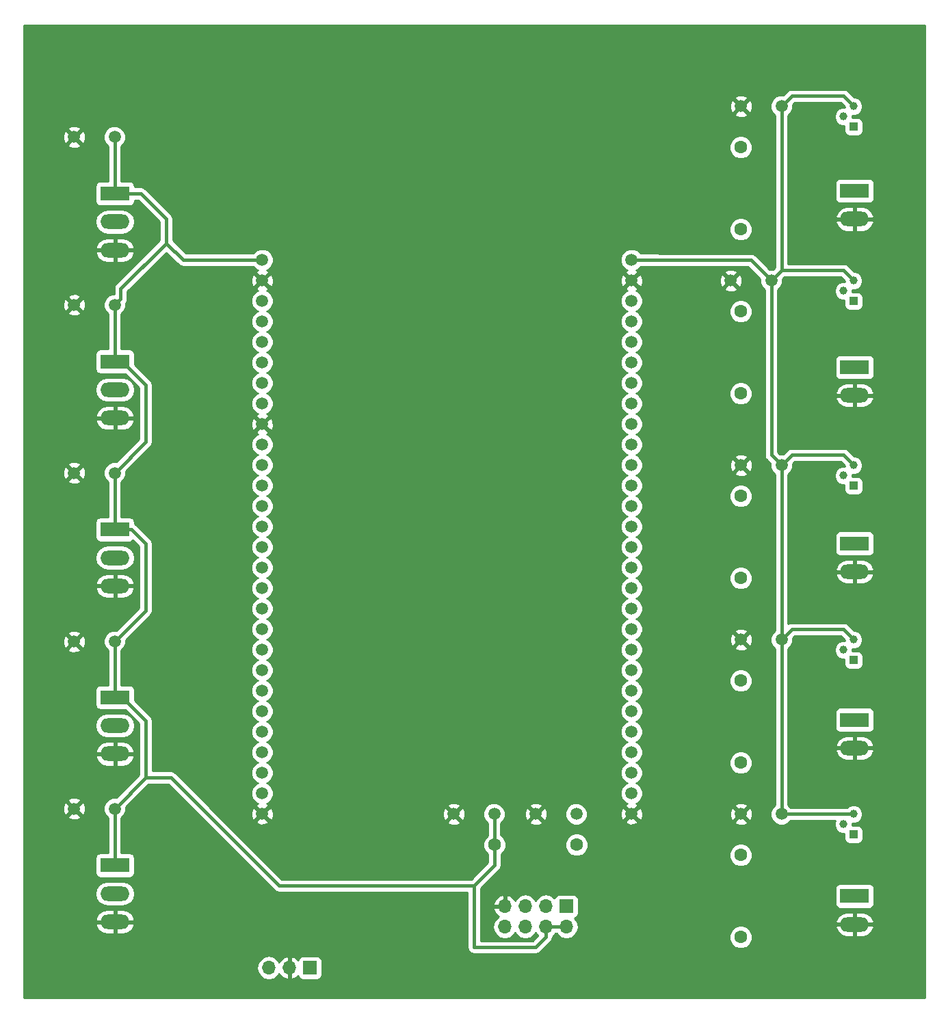
<source format=gtl>
%TF.GenerationSoftware,KiCad,Pcbnew,no-vcs-found-3e71ed2~61~ubuntu16.04.1*%
%TF.CreationDate,2017-11-26T16:56:58+01:00*%
%TF.ProjectId,podlewaczka,706F646C657761637A6B612E6B696361,rev?*%
%TF.SameCoordinates,Original*%
%TF.FileFunction,Copper,L1,Top,Signal*%
%TF.FilePolarity,Positive*%
%FSLAX46Y46*%
G04 Gerber Fmt 4.6, Leading zero omitted, Abs format (unit mm)*
G04 Created by KiCad (PCBNEW no-vcs-found-3e71ed2~61~ubuntu16.04.1) date Sun Nov 26 16:56:58 2017*
%MOMM*%
%LPD*%
G01*
G04 APERTURE LIST*
%TA.AperFunction,ComponentPad*%
%ADD10C,1.500000*%
%TD*%
%TA.AperFunction,ComponentPad*%
%ADD11O,3.600000X1.800000*%
%TD*%
%TA.AperFunction,ComponentPad*%
%ADD12R,3.600000X1.800000*%
%TD*%
%TA.AperFunction,ComponentPad*%
%ADD13O,1.700000X1.700000*%
%TD*%
%TA.AperFunction,ComponentPad*%
%ADD14R,1.700000X1.700000*%
%TD*%
%TA.AperFunction,ComponentPad*%
%ADD15C,1.600000*%
%TD*%
%TA.AperFunction,ComponentPad*%
%ADD16R,1.000000X1.000000*%
%TD*%
%TA.AperFunction,ComponentPad*%
%ADD17C,1.000000*%
%TD*%
%TA.AperFunction,Conductor*%
%ADD18C,0.400000*%
%TD*%
%TA.AperFunction,Conductor*%
%ADD19C,0.254000*%
%TD*%
G04 APERTURE END LIST*
D10*
%TO.P,C1,2*%
%TO.N,+3V3*%
X105370000Y-65241666D03*
%TO.P,C1,1*%
%TO.N,GND*%
X100370000Y-65241666D03*
%TD*%
%TO.P,C2,1*%
%TO.N,GND*%
X100370000Y-106919498D03*
%TO.P,C2,2*%
%TO.N,+3V3*%
X105370000Y-106919498D03*
%TD*%
%TO.P,C3,2*%
%TO.N,+3V3*%
X105370000Y-44450000D03*
%TO.P,C3,1*%
%TO.N,GND*%
X100370000Y-44450000D03*
%TD*%
%TO.P,C4,1*%
%TO.N,GND*%
X100370000Y-86033332D03*
%TO.P,C4,2*%
%TO.N,+3V3*%
X105370000Y-86033332D03*
%TD*%
%TO.P,C5,2*%
%TO.N,+3V3*%
X105370000Y-127616664D03*
%TO.P,C5,1*%
%TO.N,GND*%
X100370000Y-127616664D03*
%TD*%
%TO.P,C8,1*%
%TO.N,GND*%
X182920000Y-40640000D03*
%TO.P,C8,2*%
%TO.N,+5V*%
X187920000Y-40640000D03*
%TD*%
%TO.P,C9,2*%
%TO.N,+5V*%
X187920000Y-85090000D03*
%TO.P,C9,1*%
%TO.N,GND*%
X182920000Y-85090000D03*
%TD*%
%TO.P,C10,1*%
%TO.N,GND*%
X182920000Y-128270000D03*
%TO.P,C10,2*%
%TO.N,+5V*%
X187920000Y-128270000D03*
%TD*%
%TO.P,C11,2*%
%TO.N,+3V3*%
X152360000Y-128270000D03*
%TO.P,C11,1*%
%TO.N,GND*%
X147360000Y-128270000D03*
%TD*%
%TO.P,C12,1*%
%TO.N,GND*%
X157520000Y-128270000D03*
%TO.P,C12,2*%
%TO.N,Net-(C12-Pad2)*%
X162520000Y-128270000D03*
%TD*%
%TO.P,C13,2*%
%TO.N,+5V*%
X186650000Y-62230000D03*
%TO.P,C13,1*%
%TO.N,GND*%
X181650000Y-62230000D03*
%TD*%
%TO.P,C14,1*%
%TO.N,GND*%
X182920000Y-106680000D03*
%TO.P,C14,2*%
%TO.N,+5V*%
X187920000Y-106680000D03*
%TD*%
D11*
%TO.P,J8,2*%
%TO.N,GND*%
X196975000Y-54614444D03*
D12*
%TO.P,J8,1*%
%TO.N,Net-(J8-Pad1)*%
X196975000Y-51114444D03*
%TD*%
%TO.P,J9,1*%
%TO.N,Net-(J9-Pad1)*%
X196975000Y-94772220D03*
D11*
%TO.P,J9,2*%
%TO.N,GND*%
X196975000Y-98272220D03*
%TD*%
%TO.P,J11,2*%
%TO.N,GND*%
X196975000Y-76443332D03*
D12*
%TO.P,J11,1*%
%TO.N,Net-(J11-Pad1)*%
X196975000Y-72943332D03*
%TD*%
%TO.P,J12,1*%
%TO.N,Net-(J12-Pad1)*%
X196975000Y-116601108D03*
D11*
%TO.P,J12,2*%
%TO.N,GND*%
X196975000Y-120101108D03*
%TD*%
%TO.P,J10,2*%
%TO.N,GND*%
X196975000Y-141929996D03*
D12*
%TO.P,J10,1*%
%TO.N,Net-(J10-Pad1)*%
X196975000Y-138429996D03*
%TD*%
D11*
%TO.P,J5,3*%
%TO.N,GND*%
X105410000Y-141619997D03*
%TO.P,J5,2*%
%TO.N,Net-(J5-Pad2)*%
X105410000Y-138119997D03*
D12*
%TO.P,J5,1*%
%TO.N,+3V3*%
X105410000Y-134619997D03*
%TD*%
%TO.P,J3,1*%
%TO.N,+3V3*%
X105410000Y-51453333D03*
D11*
%TO.P,J3,2*%
%TO.N,Net-(J3-Pad2)*%
X105410000Y-54953333D03*
%TO.P,J3,3*%
%TO.N,GND*%
X105410000Y-58453333D03*
%TD*%
%TO.P,J4,3*%
%TO.N,GND*%
X105410000Y-100036665D03*
%TO.P,J4,2*%
%TO.N,Net-(J4-Pad2)*%
X105410000Y-96536665D03*
D12*
%TO.P,J4,1*%
%TO.N,+3V3*%
X105410000Y-93036665D03*
%TD*%
%TO.P,J1,1*%
%TO.N,+3V3*%
X105410000Y-72244999D03*
D11*
%TO.P,J1,2*%
%TO.N,Net-(J1-Pad2)*%
X105410000Y-75744999D03*
%TO.P,J1,3*%
%TO.N,GND*%
X105410000Y-79244999D03*
%TD*%
%TO.P,J2,3*%
%TO.N,GND*%
X105410000Y-120828331D03*
%TO.P,J2,2*%
%TO.N,Net-(J2-Pad2)*%
X105410000Y-117328331D03*
D12*
%TO.P,J2,1*%
%TO.N,+3V3*%
X105410000Y-113828331D03*
%TD*%
D13*
%TO.P,U2,8*%
%TO.N,Net-(J7-Pad7B)*%
X153670000Y-142240000D03*
%TO.P,U2,7*%
%TO.N,GND*%
X153670000Y-139700000D03*
%TO.P,U2,6*%
%TO.N,Net-(C12-Pad2)*%
X156210000Y-142240000D03*
%TO.P,U2,5*%
%TO.N,Net-(U2-Pad5)*%
X156210000Y-139700000D03*
%TO.P,U2,4*%
%TO.N,+3V3*%
X158750000Y-142240000D03*
%TO.P,U2,3*%
%TO.N,Net-(U2-Pad3)*%
X158750000Y-139700000D03*
%TO.P,U2,2*%
%TO.N,+3V3*%
X161290000Y-142240000D03*
D14*
%TO.P,U2,1*%
%TO.N,Net-(J7-Pad8B)*%
X161290000Y-139700000D03*
%TD*%
D13*
%TO.P,J6,3*%
%TO.N,Net-(J6-Pad3)*%
X124460000Y-147320000D03*
%TO.P,J6,2*%
%TO.N,GND*%
X127000000Y-147320000D03*
D14*
%TO.P,J6,1*%
%TO.N,Net-(J6-Pad1)*%
X129540000Y-147320000D03*
%TD*%
D15*
%TO.P,R6,1*%
%TO.N,Net-(C12-Pad2)*%
X162560000Y-132080000D03*
%TO.P,R6,2*%
%TO.N,+3V3*%
X152400000Y-132080000D03*
%TD*%
%TO.P,R4,2*%
%TO.N,Net-(J7-Pad20B)*%
X182880000Y-76200000D03*
%TO.P,R4,1*%
%TO.N,Net-(Q4-Pad2)*%
X182880000Y-66040000D03*
%TD*%
%TO.P,R3,1*%
%TO.N,Net-(Q3-Pad2)*%
X182880000Y-133350000D03*
%TO.P,R3,2*%
%TO.N,Net-(J7-Pad23B)*%
X182880000Y-143510000D03*
%TD*%
%TO.P,R2,2*%
%TO.N,Net-(J7-Pad21B)*%
X182880000Y-99060000D03*
%TO.P,R2,1*%
%TO.N,Net-(Q2-Pad2)*%
X182880000Y-88900000D03*
%TD*%
%TO.P,R1,1*%
%TO.N,Net-(Q1-Pad2)*%
X182880000Y-45720000D03*
%TO.P,R1,2*%
%TO.N,Net-(J7-Pad19B)*%
X182880000Y-55880000D03*
%TD*%
%TO.P,R5,2*%
%TO.N,Net-(J7-Pad22B)*%
X182880000Y-121920000D03*
%TO.P,R5,1*%
%TO.N,Net-(Q5-Pad2)*%
X182880000Y-111760000D03*
%TD*%
D16*
%TO.P,Q1,1*%
%TO.N,Net-(J8-Pad1)*%
X196850000Y-43180000D03*
D17*
%TO.P,Q1,3*%
%TO.N,+5V*%
X196850000Y-40640000D03*
%TO.P,Q1,2*%
%TO.N,Net-(Q1-Pad2)*%
X195580000Y-41910000D03*
%TD*%
%TO.P,Q2,2*%
%TO.N,Net-(Q2-Pad2)*%
X195580000Y-86360000D03*
%TO.P,Q2,3*%
%TO.N,+5V*%
X196850000Y-85090000D03*
D16*
%TO.P,Q2,1*%
%TO.N,Net-(J9-Pad1)*%
X196850000Y-87630000D03*
%TD*%
%TO.P,Q3,1*%
%TO.N,Net-(J10-Pad1)*%
X196850000Y-130810000D03*
D17*
%TO.P,Q3,3*%
%TO.N,+5V*%
X196850000Y-128270000D03*
%TO.P,Q3,2*%
%TO.N,Net-(Q3-Pad2)*%
X195580000Y-129540000D03*
%TD*%
%TO.P,Q4,2*%
%TO.N,Net-(Q4-Pad2)*%
X195580000Y-63500000D03*
%TO.P,Q4,3*%
%TO.N,+5V*%
X196850000Y-62230000D03*
D16*
%TO.P,Q4,1*%
%TO.N,Net-(J11-Pad1)*%
X196850000Y-64770000D03*
%TD*%
%TO.P,Q5,1*%
%TO.N,Net-(J12-Pad1)*%
X196850000Y-109220000D03*
D17*
%TO.P,Q5,3*%
%TO.N,+5V*%
X196850000Y-106680000D03*
%TO.P,Q5,2*%
%TO.N,Net-(Q5-Pad2)*%
X195580000Y-107950000D03*
%TD*%
D10*
%TO.P,J7,1A*%
%TO.N,+3V3*%
X123635001Y-59667500D03*
%TO.P,J7,2A*%
%TO.N,GND*%
X123635001Y-62207500D03*
%TO.P,J7,3A*%
%TO.N,Net-(J7-Pad3A)*%
X123635001Y-64747500D03*
%TO.P,J7,4A*%
%TO.N,Net-(J7-Pad4A)*%
X123635001Y-67287500D03*
%TO.P,J7,5A*%
%TO.N,Net-(J7-Pad5A)*%
X123635001Y-69827500D03*
%TO.P,J7,6A*%
%TO.N,Net-(J7-Pad6A)*%
X123635001Y-72367500D03*
%TO.P,J7,7A*%
%TO.N,Net-(J7-Pad7A)*%
X123635001Y-74907500D03*
%TO.P,J7,8A*%
%TO.N,Net-(J7-Pad8A)*%
X123635001Y-77447500D03*
%TO.P,J7,9A*%
%TO.N,GND*%
X123635001Y-79987500D03*
%TO.P,J7,10A*%
%TO.N,Net-(J7-Pad10A)*%
X123635001Y-82527500D03*
%TO.P,J7,11A*%
%TO.N,Net-(J3-Pad2)*%
X123635001Y-85067500D03*
%TO.P,J7,12A*%
%TO.N,Net-(J1-Pad2)*%
X123635001Y-87607500D03*
%TO.P,J7,13A*%
%TO.N,Net-(J4-Pad2)*%
X123635001Y-90147500D03*
%TO.P,J7,14A*%
%TO.N,Net-(J2-Pad2)*%
X123635001Y-92687500D03*
%TO.P,J7,15A*%
%TO.N,Net-(J7-Pad15A)*%
X123635001Y-95227500D03*
%TO.P,J7,16A*%
%TO.N,Net-(J7-Pad16A)*%
X123635001Y-97767500D03*
%TO.P,J7,17A*%
%TO.N,Net-(J6-Pad1)*%
X123635001Y-100307500D03*
%TO.P,J7,18A*%
%TO.N,Net-(J6-Pad3)*%
X123635001Y-102847500D03*
%TO.P,J7,19A*%
%TO.N,Net-(J7-Pad19A)*%
X123635001Y-105387500D03*
%TO.P,J7,20A*%
%TO.N,Net-(J5-Pad2)*%
X123635001Y-107927500D03*
%TO.P,J7,21A*%
%TO.N,Net-(J7-Pad21A)*%
X123635001Y-110467500D03*
%TO.P,J7,22A*%
%TO.N,Net-(J7-Pad22A)*%
X123635001Y-113007500D03*
%TO.P,J7,23A*%
%TO.N,Net-(J7-Pad23A)*%
X123635001Y-115547500D03*
%TO.P,J7,24A*%
%TO.N,Net-(J7-Pad24A)*%
X123635001Y-118087500D03*
%TO.P,J7,25A*%
%TO.N,Net-(J7-Pad25A)*%
X123635001Y-120627500D03*
%TO.P,J7,26A*%
%TO.N,Net-(J7-Pad26A)*%
X123635001Y-123167500D03*
%TO.P,J7,27A*%
%TO.N,Net-(J7-Pad27A)*%
X123635001Y-125707500D03*
%TO.P,J7,28A*%
%TO.N,GND*%
X123635001Y-128247500D03*
%TO.P,J7,1B*%
%TO.N,+5V*%
X169355001Y-59667500D03*
%TO.P,J7,2B*%
%TO.N,GND*%
X169355001Y-62207500D03*
%TO.P,J7,3B*%
%TO.N,Net-(J7-Pad3B)*%
X169355001Y-64747500D03*
%TO.P,J7,4B*%
%TO.N,Net-(J7-Pad4B)*%
X169355001Y-67287500D03*
%TO.P,J7,5B*%
%TO.N,Net-(J7-Pad5B)*%
X169355001Y-69827500D03*
%TO.P,J7,6B*%
%TO.N,Net-(J7-Pad6B)*%
X169355001Y-72367500D03*
%TO.P,J7,7B*%
%TO.N,Net-(J7-Pad7B)*%
X169355001Y-74907500D03*
%TO.P,J7,8B*%
%TO.N,Net-(J7-Pad8B)*%
X169355001Y-77447500D03*
%TO.P,J7,9B*%
%TO.N,Net-(J7-Pad9B)*%
X169355001Y-79987500D03*
%TO.P,J7,10B*%
%TO.N,Net-(J7-Pad10B)*%
X169355001Y-82527500D03*
%TO.P,J7,11B*%
%TO.N,Net-(J7-Pad11B)*%
X169355001Y-85067500D03*
%TO.P,J7,12B*%
%TO.N,Net-(J7-Pad12B)*%
X169355001Y-87607500D03*
%TO.P,J7,13B*%
%TO.N,Net-(J7-Pad13B)*%
X169355001Y-90147500D03*
%TO.P,J7,14B*%
%TO.N,Net-(J7-Pad14B)*%
X169355001Y-92687500D03*
%TO.P,J7,15B*%
%TO.N,Net-(J7-Pad15B)*%
X169355001Y-95227500D03*
%TO.P,J7,16B*%
%TO.N,Net-(J7-Pad16B)*%
X169355001Y-97767500D03*
%TO.P,J7,17B*%
%TO.N,Net-(J7-Pad17B)*%
X169355001Y-100307500D03*
%TO.P,J7,18B*%
%TO.N,Net-(J7-Pad18B)*%
X169355001Y-102847500D03*
%TO.P,J7,19B*%
%TO.N,Net-(J7-Pad19B)*%
X169355001Y-105387500D03*
%TO.P,J7,20B*%
%TO.N,Net-(J7-Pad20B)*%
X169355001Y-107927500D03*
%TO.P,J7,21B*%
%TO.N,Net-(J7-Pad21B)*%
X169355001Y-110467500D03*
%TO.P,J7,22B*%
%TO.N,Net-(J7-Pad22B)*%
X169355001Y-113007500D03*
%TO.P,J7,23B*%
%TO.N,Net-(J7-Pad23B)*%
X169355001Y-115547500D03*
%TO.P,J7,24B*%
%TO.N,Net-(J7-Pad24B)*%
X169355001Y-118087500D03*
%TO.P,J7,25B*%
%TO.N,Net-(J7-Pad25B)*%
X169355001Y-120627500D03*
%TO.P,J7,26B*%
%TO.N,Net-(J7-Pad26B)*%
X169355001Y-123167500D03*
%TO.P,J7,27B*%
%TO.N,Net-(J7-Pad27B)*%
X169355001Y-125707500D03*
%TO.P,J7,28B*%
%TO.N,GND*%
X169355001Y-128247500D03*
%TD*%
D18*
%TO.N,+3V3*%
X112336664Y-123766664D02*
X125730000Y-137160000D01*
X125730000Y-137160000D02*
X149860000Y-137160000D01*
X109220000Y-123766664D02*
X112336664Y-123766664D01*
X123635001Y-59667500D02*
X113837500Y-59667500D01*
X113837500Y-59667500D02*
X111760000Y-57590000D01*
%TO.N,+5V*%
X172720000Y-59690000D02*
X184110000Y-59690000D01*
X184110000Y-59690000D02*
X186650000Y-62230000D01*
X172697500Y-59667500D02*
X172720000Y-59690000D01*
X169355001Y-59667500D02*
X172697500Y-59667500D01*
X169355001Y-59667500D02*
X169377501Y-59690000D01*
X187920000Y-106680000D02*
X189190000Y-105410000D01*
X189190000Y-105410000D02*
X195580000Y-105410000D01*
X195580000Y-105410000D02*
X196850000Y-106680000D01*
X187920000Y-85090000D02*
X189190000Y-83820000D01*
X189190000Y-83820000D02*
X195580000Y-83820000D01*
X195580000Y-83820000D02*
X196850000Y-85090000D01*
X187920000Y-60960000D02*
X195580000Y-60960000D01*
X195580000Y-60960000D02*
X196850000Y-62230000D01*
%TO.N,+3V3*%
X152400000Y-132080000D02*
X152400000Y-134620000D01*
X152400000Y-134620000D02*
X149860000Y-137160000D01*
X149860000Y-144780000D02*
X157480000Y-144780000D01*
X149860000Y-137160000D02*
X149860000Y-144780000D01*
X157480000Y-144780000D02*
X158750000Y-143510000D01*
X158750000Y-143510000D02*
X158750000Y-142240000D01*
X111760000Y-54610000D02*
X111760000Y-57590000D01*
X111760000Y-57376667D02*
X111760000Y-54610000D01*
X111760000Y-54610000D02*
X108603333Y-51453333D01*
X108603333Y-51453333D02*
X105410000Y-51453333D01*
%TO.N,+5V*%
X187920000Y-40640000D02*
X189190000Y-39370000D01*
X189190000Y-39370000D02*
X195580000Y-39370000D01*
X195580000Y-39370000D02*
X196850000Y-40640000D01*
%TO.N,+3V3*%
X109220000Y-116738331D02*
X109220000Y-123766664D01*
X109220000Y-123766664D02*
X105370000Y-127616664D01*
X105410000Y-113828331D02*
X106310000Y-113828331D01*
X106310000Y-113828331D02*
X109220000Y-116738331D01*
X109220000Y-94796665D02*
X109220000Y-103069498D01*
X109220000Y-103069498D02*
X105370000Y-106919498D01*
X105410000Y-93036665D02*
X107460000Y-93036665D01*
X107460000Y-93036665D02*
X109220000Y-94796665D01*
X109220000Y-75154999D02*
X109220000Y-82183332D01*
X109220000Y-82183332D02*
X105370000Y-86033332D01*
X105410000Y-72244999D02*
X106310000Y-72244999D01*
X106310000Y-72244999D02*
X109220000Y-75154999D01*
X105370000Y-65241666D02*
X106119999Y-64491667D01*
X106119999Y-63230001D02*
X111760000Y-57590000D01*
X106119999Y-64491667D02*
X106119999Y-63230001D01*
%TO.N,+5V*%
X187920000Y-106680000D02*
X187920000Y-128270000D01*
X187920000Y-85090000D02*
X187920000Y-106680000D01*
X186650000Y-62230000D02*
X186650000Y-83820000D01*
X186650000Y-83820000D02*
X187920000Y-85090000D01*
X187920000Y-40640000D02*
X187920000Y-60960000D01*
X187920000Y-60960000D02*
X186650000Y-62230000D01*
%TO.N,+3V3*%
X158750000Y-142240000D02*
X161290000Y-142240000D01*
X152360000Y-128270000D02*
X152360000Y-132040000D01*
X152360000Y-132040000D02*
X152400000Y-132080000D01*
X105370000Y-127616664D02*
X105370000Y-134579997D01*
X105370000Y-134579997D02*
X105410000Y-134619997D01*
X105370000Y-106919498D02*
X105370000Y-113788331D01*
X105370000Y-113788331D02*
X105410000Y-113828331D01*
X105370000Y-86033332D02*
X105370000Y-92996665D01*
X105370000Y-92996665D02*
X105410000Y-93036665D01*
X105370000Y-65241666D02*
X105370000Y-72204999D01*
X105370000Y-72204999D02*
X105410000Y-72244999D01*
X105370000Y-44450000D02*
X105370000Y-51413333D01*
X105370000Y-51413333D02*
X105410000Y-51453333D01*
%TO.N,+5V*%
X187920000Y-128270000D02*
X196850000Y-128270000D01*
%TD*%
D19*
%TO.N,GND*%
G36*
X205613000Y-151003000D02*
X94107000Y-151003000D01*
X94107000Y-147290907D01*
X122975000Y-147290907D01*
X122975000Y-147349093D01*
X123088039Y-147917378D01*
X123409946Y-148399147D01*
X123891715Y-148721054D01*
X124460000Y-148834093D01*
X125028285Y-148721054D01*
X125510054Y-148399147D01*
X125737702Y-148058447D01*
X125804817Y-148201358D01*
X126233076Y-148591645D01*
X126643110Y-148761476D01*
X126873000Y-148640155D01*
X126873000Y-147447000D01*
X126853000Y-147447000D01*
X126853000Y-147193000D01*
X126873000Y-147193000D01*
X126873000Y-145999845D01*
X127127000Y-145999845D01*
X127127000Y-147193000D01*
X127147000Y-147193000D01*
X127147000Y-147447000D01*
X127127000Y-147447000D01*
X127127000Y-148640155D01*
X127356890Y-148761476D01*
X127766924Y-148591645D01*
X128071261Y-148314292D01*
X128091843Y-148417765D01*
X128232191Y-148627809D01*
X128442235Y-148768157D01*
X128690000Y-148817440D01*
X130390000Y-148817440D01*
X130637765Y-148768157D01*
X130847809Y-148627809D01*
X130988157Y-148417765D01*
X131037440Y-148170000D01*
X131037440Y-146470000D01*
X130988157Y-146222235D01*
X130847809Y-146012191D01*
X130637765Y-145871843D01*
X130390000Y-145822560D01*
X128690000Y-145822560D01*
X128442235Y-145871843D01*
X128232191Y-146012191D01*
X128091843Y-146222235D01*
X128071261Y-146325708D01*
X127766924Y-146048355D01*
X127356890Y-145878524D01*
X127127000Y-145999845D01*
X126873000Y-145999845D01*
X126643110Y-145878524D01*
X126233076Y-146048355D01*
X125804817Y-146438642D01*
X125737702Y-146581553D01*
X125510054Y-146240853D01*
X125028285Y-145918946D01*
X124460000Y-145805907D01*
X123891715Y-145918946D01*
X123409946Y-146240853D01*
X123088039Y-146722622D01*
X122975000Y-147290907D01*
X94107000Y-147290907D01*
X94107000Y-141984737D01*
X103018964Y-141984737D01*
X103043244Y-142090083D01*
X103334788Y-142615603D01*
X103805248Y-142989551D01*
X104383000Y-143154997D01*
X105283000Y-143154997D01*
X105283000Y-141746997D01*
X105537000Y-141746997D01*
X105537000Y-143154997D01*
X106437000Y-143154997D01*
X107014752Y-142989551D01*
X107485212Y-142615603D01*
X107776756Y-142090083D01*
X107801036Y-141984737D01*
X107680378Y-141746997D01*
X105537000Y-141746997D01*
X105283000Y-141746997D01*
X103139622Y-141746997D01*
X103018964Y-141984737D01*
X94107000Y-141984737D01*
X94107000Y-141255257D01*
X103018964Y-141255257D01*
X103139622Y-141492997D01*
X105283000Y-141492997D01*
X105283000Y-140084997D01*
X105537000Y-140084997D01*
X105537000Y-141492997D01*
X107680378Y-141492997D01*
X107801036Y-141255257D01*
X107776756Y-141149911D01*
X107485212Y-140624391D01*
X107014752Y-140250443D01*
X106437000Y-140084997D01*
X105537000Y-140084997D01*
X105283000Y-140084997D01*
X104383000Y-140084997D01*
X103805248Y-140250443D01*
X103334788Y-140624391D01*
X103043244Y-141149911D01*
X103018964Y-141255257D01*
X94107000Y-141255257D01*
X94107000Y-138119997D01*
X102927296Y-138119997D01*
X103044141Y-138707416D01*
X103376887Y-139205406D01*
X103874877Y-139538152D01*
X104462296Y-139654997D01*
X106357704Y-139654997D01*
X106945123Y-139538152D01*
X107443113Y-139205406D01*
X107775859Y-138707416D01*
X107892704Y-138119997D01*
X107775859Y-137532578D01*
X107443113Y-137034588D01*
X106945123Y-136701842D01*
X106357704Y-136584997D01*
X104462296Y-136584997D01*
X103874877Y-136701842D01*
X103376887Y-137034588D01*
X103044141Y-137532578D01*
X102927296Y-138119997D01*
X94107000Y-138119997D01*
X94107000Y-128588181D01*
X99578088Y-128588181D01*
X99646077Y-128829124D01*
X100165171Y-129013865D01*
X100715448Y-128985894D01*
X101093923Y-128829124D01*
X101161912Y-128588181D01*
X100370000Y-127796269D01*
X99578088Y-128588181D01*
X94107000Y-128588181D01*
X94107000Y-127411835D01*
X98972799Y-127411835D01*
X99000770Y-127962112D01*
X99157540Y-128340587D01*
X99398483Y-128408576D01*
X100190395Y-127616664D01*
X100549605Y-127616664D01*
X101341517Y-128408576D01*
X101582460Y-128340587D01*
X101767201Y-127821493D01*
X101739230Y-127271216D01*
X101582460Y-126892741D01*
X101341517Y-126824752D01*
X100549605Y-127616664D01*
X100190395Y-127616664D01*
X99398483Y-126824752D01*
X99157540Y-126892741D01*
X98972799Y-127411835D01*
X94107000Y-127411835D01*
X94107000Y-126645147D01*
X99578088Y-126645147D01*
X100370000Y-127437059D01*
X101161912Y-126645147D01*
X101093923Y-126404204D01*
X100574829Y-126219463D01*
X100024552Y-126247434D01*
X99646077Y-126404204D01*
X99578088Y-126645147D01*
X94107000Y-126645147D01*
X94107000Y-121193071D01*
X103018964Y-121193071D01*
X103043244Y-121298417D01*
X103334788Y-121823937D01*
X103805248Y-122197885D01*
X104383000Y-122363331D01*
X105283000Y-122363331D01*
X105283000Y-120955331D01*
X105537000Y-120955331D01*
X105537000Y-122363331D01*
X106437000Y-122363331D01*
X107014752Y-122197885D01*
X107485212Y-121823937D01*
X107776756Y-121298417D01*
X107801036Y-121193071D01*
X107680378Y-120955331D01*
X105537000Y-120955331D01*
X105283000Y-120955331D01*
X103139622Y-120955331D01*
X103018964Y-121193071D01*
X94107000Y-121193071D01*
X94107000Y-120463591D01*
X103018964Y-120463591D01*
X103139622Y-120701331D01*
X105283000Y-120701331D01*
X105283000Y-119293331D01*
X105537000Y-119293331D01*
X105537000Y-120701331D01*
X107680378Y-120701331D01*
X107801036Y-120463591D01*
X107776756Y-120358245D01*
X107485212Y-119832725D01*
X107014752Y-119458777D01*
X106437000Y-119293331D01*
X105537000Y-119293331D01*
X105283000Y-119293331D01*
X104383000Y-119293331D01*
X103805248Y-119458777D01*
X103334788Y-119832725D01*
X103043244Y-120358245D01*
X103018964Y-120463591D01*
X94107000Y-120463591D01*
X94107000Y-117328331D01*
X102927296Y-117328331D01*
X103044141Y-117915750D01*
X103376887Y-118413740D01*
X103874877Y-118746486D01*
X104462296Y-118863331D01*
X106357704Y-118863331D01*
X106945123Y-118746486D01*
X107443113Y-118413740D01*
X107775859Y-117915750D01*
X107892704Y-117328331D01*
X107775859Y-116740912D01*
X107443113Y-116242922D01*
X106945123Y-115910176D01*
X106357704Y-115793331D01*
X104462296Y-115793331D01*
X103874877Y-115910176D01*
X103376887Y-116242922D01*
X103044141Y-116740912D01*
X102927296Y-117328331D01*
X94107000Y-117328331D01*
X94107000Y-107891015D01*
X99578088Y-107891015D01*
X99646077Y-108131958D01*
X100165171Y-108316699D01*
X100715448Y-108288728D01*
X101093923Y-108131958D01*
X101161912Y-107891015D01*
X100370000Y-107099103D01*
X99578088Y-107891015D01*
X94107000Y-107891015D01*
X94107000Y-106714669D01*
X98972799Y-106714669D01*
X99000770Y-107264946D01*
X99157540Y-107643421D01*
X99398483Y-107711410D01*
X100190395Y-106919498D01*
X100549605Y-106919498D01*
X101341517Y-107711410D01*
X101582460Y-107643421D01*
X101767201Y-107124327D01*
X101739230Y-106574050D01*
X101582460Y-106195575D01*
X101341517Y-106127586D01*
X100549605Y-106919498D01*
X100190395Y-106919498D01*
X99398483Y-106127586D01*
X99157540Y-106195575D01*
X98972799Y-106714669D01*
X94107000Y-106714669D01*
X94107000Y-105947981D01*
X99578088Y-105947981D01*
X100370000Y-106739893D01*
X101161912Y-105947981D01*
X101093923Y-105707038D01*
X100574829Y-105522297D01*
X100024552Y-105550268D01*
X99646077Y-105707038D01*
X99578088Y-105947981D01*
X94107000Y-105947981D01*
X94107000Y-100401405D01*
X103018964Y-100401405D01*
X103043244Y-100506751D01*
X103334788Y-101032271D01*
X103805248Y-101406219D01*
X104383000Y-101571665D01*
X105283000Y-101571665D01*
X105283000Y-100163665D01*
X105537000Y-100163665D01*
X105537000Y-101571665D01*
X106437000Y-101571665D01*
X107014752Y-101406219D01*
X107485212Y-101032271D01*
X107776756Y-100506751D01*
X107801036Y-100401405D01*
X107680378Y-100163665D01*
X105537000Y-100163665D01*
X105283000Y-100163665D01*
X103139622Y-100163665D01*
X103018964Y-100401405D01*
X94107000Y-100401405D01*
X94107000Y-99671925D01*
X103018964Y-99671925D01*
X103139622Y-99909665D01*
X105283000Y-99909665D01*
X105283000Y-98501665D01*
X105537000Y-98501665D01*
X105537000Y-99909665D01*
X107680378Y-99909665D01*
X107801036Y-99671925D01*
X107776756Y-99566579D01*
X107485212Y-99041059D01*
X107014752Y-98667111D01*
X106437000Y-98501665D01*
X105537000Y-98501665D01*
X105283000Y-98501665D01*
X104383000Y-98501665D01*
X103805248Y-98667111D01*
X103334788Y-99041059D01*
X103043244Y-99566579D01*
X103018964Y-99671925D01*
X94107000Y-99671925D01*
X94107000Y-96536665D01*
X102927296Y-96536665D01*
X103044141Y-97124084D01*
X103376887Y-97622074D01*
X103874877Y-97954820D01*
X104462296Y-98071665D01*
X106357704Y-98071665D01*
X106945123Y-97954820D01*
X107443113Y-97622074D01*
X107775859Y-97124084D01*
X107892704Y-96536665D01*
X107775859Y-95949246D01*
X107443113Y-95451256D01*
X106945123Y-95118510D01*
X106357704Y-95001665D01*
X104462296Y-95001665D01*
X103874877Y-95118510D01*
X103376887Y-95451256D01*
X103044141Y-95949246D01*
X102927296Y-96536665D01*
X94107000Y-96536665D01*
X94107000Y-87004849D01*
X99578088Y-87004849D01*
X99646077Y-87245792D01*
X100165171Y-87430533D01*
X100715448Y-87402562D01*
X101093923Y-87245792D01*
X101161912Y-87004849D01*
X100370000Y-86212937D01*
X99578088Y-87004849D01*
X94107000Y-87004849D01*
X94107000Y-85828503D01*
X98972799Y-85828503D01*
X99000770Y-86378780D01*
X99157540Y-86757255D01*
X99398483Y-86825244D01*
X100190395Y-86033332D01*
X100549605Y-86033332D01*
X101341517Y-86825244D01*
X101582460Y-86757255D01*
X101767201Y-86238161D01*
X101739230Y-85687884D01*
X101582460Y-85309409D01*
X101341517Y-85241420D01*
X100549605Y-86033332D01*
X100190395Y-86033332D01*
X99398483Y-85241420D01*
X99157540Y-85309409D01*
X98972799Y-85828503D01*
X94107000Y-85828503D01*
X94107000Y-85061815D01*
X99578088Y-85061815D01*
X100370000Y-85853727D01*
X101161912Y-85061815D01*
X101093923Y-84820872D01*
X100574829Y-84636131D01*
X100024552Y-84664102D01*
X99646077Y-84820872D01*
X99578088Y-85061815D01*
X94107000Y-85061815D01*
X94107000Y-79609739D01*
X103018964Y-79609739D01*
X103043244Y-79715085D01*
X103334788Y-80240605D01*
X103805248Y-80614553D01*
X104383000Y-80779999D01*
X105283000Y-80779999D01*
X105283000Y-79371999D01*
X105537000Y-79371999D01*
X105537000Y-80779999D01*
X106437000Y-80779999D01*
X107014752Y-80614553D01*
X107485212Y-80240605D01*
X107776756Y-79715085D01*
X107801036Y-79609739D01*
X107680378Y-79371999D01*
X105537000Y-79371999D01*
X105283000Y-79371999D01*
X103139622Y-79371999D01*
X103018964Y-79609739D01*
X94107000Y-79609739D01*
X94107000Y-78880259D01*
X103018964Y-78880259D01*
X103139622Y-79117999D01*
X105283000Y-79117999D01*
X105283000Y-77709999D01*
X105537000Y-77709999D01*
X105537000Y-79117999D01*
X107680378Y-79117999D01*
X107801036Y-78880259D01*
X107776756Y-78774913D01*
X107485212Y-78249393D01*
X107014752Y-77875445D01*
X106437000Y-77709999D01*
X105537000Y-77709999D01*
X105283000Y-77709999D01*
X104383000Y-77709999D01*
X103805248Y-77875445D01*
X103334788Y-78249393D01*
X103043244Y-78774913D01*
X103018964Y-78880259D01*
X94107000Y-78880259D01*
X94107000Y-75744999D01*
X102927296Y-75744999D01*
X103044141Y-76332418D01*
X103376887Y-76830408D01*
X103874877Y-77163154D01*
X104462296Y-77279999D01*
X106357704Y-77279999D01*
X106945123Y-77163154D01*
X107443113Y-76830408D01*
X107775859Y-76332418D01*
X107892704Y-75744999D01*
X107775859Y-75157580D01*
X107443113Y-74659590D01*
X106945123Y-74326844D01*
X106357704Y-74209999D01*
X104462296Y-74209999D01*
X103874877Y-74326844D01*
X103376887Y-74659590D01*
X103044141Y-75157580D01*
X102927296Y-75744999D01*
X94107000Y-75744999D01*
X94107000Y-66213183D01*
X99578088Y-66213183D01*
X99646077Y-66454126D01*
X100165171Y-66638867D01*
X100715448Y-66610896D01*
X101093923Y-66454126D01*
X101161912Y-66213183D01*
X100370000Y-65421271D01*
X99578088Y-66213183D01*
X94107000Y-66213183D01*
X94107000Y-65036837D01*
X98972799Y-65036837D01*
X99000770Y-65587114D01*
X99157540Y-65965589D01*
X99398483Y-66033578D01*
X100190395Y-65241666D01*
X100549605Y-65241666D01*
X101341517Y-66033578D01*
X101582460Y-65965589D01*
X101767201Y-65446495D01*
X101739230Y-64896218D01*
X101582460Y-64517743D01*
X101341517Y-64449754D01*
X100549605Y-65241666D01*
X100190395Y-65241666D01*
X99398483Y-64449754D01*
X99157540Y-64517743D01*
X98972799Y-65036837D01*
X94107000Y-65036837D01*
X94107000Y-64270149D01*
X99578088Y-64270149D01*
X100370000Y-65062061D01*
X101161912Y-64270149D01*
X101093923Y-64029206D01*
X100574829Y-63844465D01*
X100024552Y-63872436D01*
X99646077Y-64029206D01*
X99578088Y-64270149D01*
X94107000Y-64270149D01*
X94107000Y-58818073D01*
X103018964Y-58818073D01*
X103043244Y-58923419D01*
X103334788Y-59448939D01*
X103805248Y-59822887D01*
X104383000Y-59988333D01*
X105283000Y-59988333D01*
X105283000Y-58580333D01*
X105537000Y-58580333D01*
X105537000Y-59988333D01*
X106437000Y-59988333D01*
X107014752Y-59822887D01*
X107485212Y-59448939D01*
X107776756Y-58923419D01*
X107801036Y-58818073D01*
X107680378Y-58580333D01*
X105537000Y-58580333D01*
X105283000Y-58580333D01*
X103139622Y-58580333D01*
X103018964Y-58818073D01*
X94107000Y-58818073D01*
X94107000Y-58088593D01*
X103018964Y-58088593D01*
X103139622Y-58326333D01*
X105283000Y-58326333D01*
X105283000Y-56918333D01*
X105537000Y-56918333D01*
X105537000Y-58326333D01*
X107680378Y-58326333D01*
X107801036Y-58088593D01*
X107776756Y-57983247D01*
X107485212Y-57457727D01*
X107014752Y-57083779D01*
X106437000Y-56918333D01*
X105537000Y-56918333D01*
X105283000Y-56918333D01*
X104383000Y-56918333D01*
X103805248Y-57083779D01*
X103334788Y-57457727D01*
X103043244Y-57983247D01*
X103018964Y-58088593D01*
X94107000Y-58088593D01*
X94107000Y-54953333D01*
X102927296Y-54953333D01*
X103044141Y-55540752D01*
X103376887Y-56038742D01*
X103874877Y-56371488D01*
X104462296Y-56488333D01*
X106357704Y-56488333D01*
X106945123Y-56371488D01*
X107443113Y-56038742D01*
X107775859Y-55540752D01*
X107892704Y-54953333D01*
X107775859Y-54365914D01*
X107443113Y-53867924D01*
X106945123Y-53535178D01*
X106357704Y-53418333D01*
X104462296Y-53418333D01*
X103874877Y-53535178D01*
X103376887Y-53867924D01*
X103044141Y-54365914D01*
X102927296Y-54953333D01*
X94107000Y-54953333D01*
X94107000Y-50553333D01*
X102962560Y-50553333D01*
X102962560Y-52353333D01*
X103011843Y-52601098D01*
X103152191Y-52811142D01*
X103362235Y-52951490D01*
X103610000Y-53000773D01*
X107210000Y-53000773D01*
X107457765Y-52951490D01*
X107667809Y-52811142D01*
X107808157Y-52601098D01*
X107857440Y-52353333D01*
X107857440Y-52288333D01*
X108257465Y-52288333D01*
X110925000Y-54955868D01*
X110925000Y-57244132D01*
X105529565Y-62639567D01*
X105348560Y-62910460D01*
X105284999Y-63230001D01*
X105284999Y-63856591D01*
X105095715Y-63856426D01*
X104586485Y-64066835D01*
X104196539Y-64456102D01*
X103985241Y-64964964D01*
X103984760Y-65515951D01*
X104195169Y-66025181D01*
X104535000Y-66365605D01*
X104535000Y-70697559D01*
X103610000Y-70697559D01*
X103362235Y-70746842D01*
X103152191Y-70887190D01*
X103011843Y-71097234D01*
X102962560Y-71344999D01*
X102962560Y-73144999D01*
X103011843Y-73392764D01*
X103152191Y-73602808D01*
X103362235Y-73743156D01*
X103610000Y-73792439D01*
X106676572Y-73792439D01*
X108385000Y-75500867D01*
X108385000Y-81837464D01*
X105573955Y-84648509D01*
X105095715Y-84648092D01*
X104586485Y-84858501D01*
X104196539Y-85247768D01*
X103985241Y-85756630D01*
X103984760Y-86307617D01*
X104195169Y-86816847D01*
X104535000Y-87157271D01*
X104535000Y-91489225D01*
X103610000Y-91489225D01*
X103362235Y-91538508D01*
X103152191Y-91678856D01*
X103011843Y-91888900D01*
X102962560Y-92136665D01*
X102962560Y-93936665D01*
X103011843Y-94184430D01*
X103152191Y-94394474D01*
X103362235Y-94534822D01*
X103610000Y-94584105D01*
X107210000Y-94584105D01*
X107457765Y-94534822D01*
X107649305Y-94406838D01*
X108385000Y-95142533D01*
X108385000Y-102723630D01*
X105573955Y-105534675D01*
X105095715Y-105534258D01*
X104586485Y-105744667D01*
X104196539Y-106133934D01*
X103985241Y-106642796D01*
X103984760Y-107193783D01*
X104195169Y-107703013D01*
X104535000Y-108043437D01*
X104535000Y-112280891D01*
X103610000Y-112280891D01*
X103362235Y-112330174D01*
X103152191Y-112470522D01*
X103011843Y-112680566D01*
X102962560Y-112928331D01*
X102962560Y-114728331D01*
X103011843Y-114976096D01*
X103152191Y-115186140D01*
X103362235Y-115326488D01*
X103610000Y-115375771D01*
X106676572Y-115375771D01*
X108385000Y-117084199D01*
X108385000Y-123420796D01*
X105573955Y-126231841D01*
X105095715Y-126231424D01*
X104586485Y-126441833D01*
X104196539Y-126831100D01*
X103985241Y-127339962D01*
X103984760Y-127890949D01*
X104195169Y-128400179D01*
X104535000Y-128740603D01*
X104535000Y-133072557D01*
X103610000Y-133072557D01*
X103362235Y-133121840D01*
X103152191Y-133262188D01*
X103011843Y-133472232D01*
X102962560Y-133719997D01*
X102962560Y-135519997D01*
X103011843Y-135767762D01*
X103152191Y-135977806D01*
X103362235Y-136118154D01*
X103610000Y-136167437D01*
X107210000Y-136167437D01*
X107457765Y-136118154D01*
X107667809Y-135977806D01*
X107808157Y-135767762D01*
X107857440Y-135519997D01*
X107857440Y-133719997D01*
X107808157Y-133472232D01*
X107667809Y-133262188D01*
X107457765Y-133121840D01*
X107210000Y-133072557D01*
X106205000Y-133072557D01*
X106205000Y-128740100D01*
X106543461Y-128402228D01*
X106754759Y-127893366D01*
X106755179Y-127412353D01*
X109565868Y-124601664D01*
X111990796Y-124601664D01*
X125139566Y-137750434D01*
X125410459Y-137931439D01*
X125730000Y-137995000D01*
X149025000Y-137995000D01*
X149025000Y-144780000D01*
X149088561Y-145099541D01*
X149269566Y-145370434D01*
X149540459Y-145551439D01*
X149860000Y-145615000D01*
X157480000Y-145615000D01*
X157799541Y-145551439D01*
X158070434Y-145370434D01*
X159340434Y-144100434D01*
X159521439Y-143829541D01*
X159528471Y-143794187D01*
X181444752Y-143794187D01*
X181662757Y-144321800D01*
X182066077Y-144725824D01*
X182593309Y-144944750D01*
X183164187Y-144945248D01*
X183691800Y-144727243D01*
X184095824Y-144323923D01*
X184314750Y-143796691D01*
X184315248Y-143225813D01*
X184097243Y-142698200D01*
X183694483Y-142294736D01*
X194583964Y-142294736D01*
X194608244Y-142400082D01*
X194899788Y-142925602D01*
X195370248Y-143299550D01*
X195948000Y-143464996D01*
X196848000Y-143464996D01*
X196848000Y-142056996D01*
X197102000Y-142056996D01*
X197102000Y-143464996D01*
X198002000Y-143464996D01*
X198579752Y-143299550D01*
X199050212Y-142925602D01*
X199341756Y-142400082D01*
X199366036Y-142294736D01*
X199245378Y-142056996D01*
X197102000Y-142056996D01*
X196848000Y-142056996D01*
X194704622Y-142056996D01*
X194583964Y-142294736D01*
X183694483Y-142294736D01*
X183693923Y-142294176D01*
X183166691Y-142075250D01*
X182595813Y-142074752D01*
X182068200Y-142292757D01*
X181664176Y-142696077D01*
X181445250Y-143223309D01*
X181444752Y-143794187D01*
X159528471Y-143794187D01*
X159585000Y-143510000D01*
X159585000Y-143462841D01*
X159800054Y-143319147D01*
X159963187Y-143075000D01*
X160076813Y-143075000D01*
X160239946Y-143319147D01*
X160721715Y-143641054D01*
X161290000Y-143754093D01*
X161858285Y-143641054D01*
X162340054Y-143319147D01*
X162661961Y-142837378D01*
X162775000Y-142269093D01*
X162775000Y-142210907D01*
X162661961Y-141642622D01*
X162610267Y-141565256D01*
X194583964Y-141565256D01*
X194704622Y-141802996D01*
X196848000Y-141802996D01*
X196848000Y-140394996D01*
X197102000Y-140394996D01*
X197102000Y-141802996D01*
X199245378Y-141802996D01*
X199366036Y-141565256D01*
X199341756Y-141459910D01*
X199050212Y-140934390D01*
X198579752Y-140560442D01*
X198002000Y-140394996D01*
X197102000Y-140394996D01*
X196848000Y-140394996D01*
X195948000Y-140394996D01*
X195370248Y-140560442D01*
X194899788Y-140934390D01*
X194608244Y-141459910D01*
X194583964Y-141565256D01*
X162610267Y-141565256D01*
X162340054Y-141160853D01*
X162336357Y-141158383D01*
X162387765Y-141148157D01*
X162597809Y-141007809D01*
X162738157Y-140797765D01*
X162787440Y-140550000D01*
X162787440Y-138850000D01*
X162738157Y-138602235D01*
X162597809Y-138392191D01*
X162387765Y-138251843D01*
X162140000Y-138202560D01*
X160440000Y-138202560D01*
X160192235Y-138251843D01*
X159982191Y-138392191D01*
X159841843Y-138602235D01*
X159829403Y-138664777D01*
X159800054Y-138620853D01*
X159318285Y-138298946D01*
X158750000Y-138185907D01*
X158181715Y-138298946D01*
X157699946Y-138620853D01*
X157480000Y-138950026D01*
X157260054Y-138620853D01*
X156778285Y-138298946D01*
X156210000Y-138185907D01*
X155641715Y-138298946D01*
X155159946Y-138620853D01*
X154932298Y-138961553D01*
X154865183Y-138818642D01*
X154436924Y-138428355D01*
X154026890Y-138258524D01*
X153797000Y-138379845D01*
X153797000Y-139573000D01*
X153817000Y-139573000D01*
X153817000Y-139827000D01*
X153797000Y-139827000D01*
X153797000Y-139847000D01*
X153543000Y-139847000D01*
X153543000Y-139827000D01*
X152349181Y-139827000D01*
X152228514Y-140056892D01*
X152474817Y-140581358D01*
X152903076Y-140971645D01*
X152903101Y-140971655D01*
X152619946Y-141160853D01*
X152298039Y-141642622D01*
X152185000Y-142210907D01*
X152185000Y-142269093D01*
X152298039Y-142837378D01*
X152619946Y-143319147D01*
X153101715Y-143641054D01*
X153670000Y-143754093D01*
X154238285Y-143641054D01*
X154720054Y-143319147D01*
X154940000Y-142989974D01*
X155159946Y-143319147D01*
X155641715Y-143641054D01*
X156210000Y-143754093D01*
X156778285Y-143641054D01*
X157260054Y-143319147D01*
X157480000Y-142989974D01*
X157699946Y-143319147D01*
X157735937Y-143343195D01*
X157134132Y-143945000D01*
X150695000Y-143945000D01*
X150695000Y-139343108D01*
X152228514Y-139343108D01*
X152349181Y-139573000D01*
X153543000Y-139573000D01*
X153543000Y-138379845D01*
X153313110Y-138258524D01*
X152903076Y-138428355D01*
X152474817Y-138818642D01*
X152228514Y-139343108D01*
X150695000Y-139343108D01*
X150695000Y-137529996D01*
X194527560Y-137529996D01*
X194527560Y-139329996D01*
X194576843Y-139577761D01*
X194717191Y-139787805D01*
X194927235Y-139928153D01*
X195175000Y-139977436D01*
X198775000Y-139977436D01*
X199022765Y-139928153D01*
X199232809Y-139787805D01*
X199373157Y-139577761D01*
X199422440Y-139329996D01*
X199422440Y-137529996D01*
X199373157Y-137282231D01*
X199232809Y-137072187D01*
X199022765Y-136931839D01*
X198775000Y-136882556D01*
X195175000Y-136882556D01*
X194927235Y-136931839D01*
X194717191Y-137072187D01*
X194576843Y-137282231D01*
X194527560Y-137529996D01*
X150695000Y-137529996D01*
X150695000Y-137505868D01*
X152990434Y-135210434D01*
X153017163Y-135170431D01*
X153171439Y-134939541D01*
X153235000Y-134620000D01*
X153235000Y-133634187D01*
X181444752Y-133634187D01*
X181662757Y-134161800D01*
X182066077Y-134565824D01*
X182593309Y-134784750D01*
X183164187Y-134785248D01*
X183691800Y-134567243D01*
X184095824Y-134163923D01*
X184314750Y-133636691D01*
X184315248Y-133065813D01*
X184097243Y-132538200D01*
X183693923Y-132134176D01*
X183166691Y-131915250D01*
X182595813Y-131914752D01*
X182068200Y-132132757D01*
X181664176Y-132536077D01*
X181445250Y-133063309D01*
X181444752Y-133634187D01*
X153235000Y-133634187D01*
X153235000Y-133274083D01*
X153615824Y-132893923D01*
X153834750Y-132366691D01*
X153834752Y-132364187D01*
X161124752Y-132364187D01*
X161342757Y-132891800D01*
X161746077Y-133295824D01*
X162273309Y-133514750D01*
X162844187Y-133515248D01*
X163371800Y-133297243D01*
X163775824Y-132893923D01*
X163994750Y-132366691D01*
X163995248Y-131795813D01*
X163777243Y-131268200D01*
X163373923Y-130864176D01*
X162846691Y-130645250D01*
X162275813Y-130644752D01*
X161748200Y-130862757D01*
X161344176Y-131266077D01*
X161125250Y-131793309D01*
X161124752Y-132364187D01*
X153834752Y-132364187D01*
X153835248Y-131795813D01*
X153617243Y-131268200D01*
X153213923Y-130864176D01*
X153195000Y-130856318D01*
X153195000Y-129393436D01*
X153347183Y-129241517D01*
X156728088Y-129241517D01*
X156796077Y-129482460D01*
X157315171Y-129667201D01*
X157865448Y-129639230D01*
X158243923Y-129482460D01*
X158311912Y-129241517D01*
X157520000Y-128449605D01*
X156728088Y-129241517D01*
X153347183Y-129241517D01*
X153533461Y-129055564D01*
X153744759Y-128546702D01*
X153745179Y-128065171D01*
X156122799Y-128065171D01*
X156150770Y-128615448D01*
X156307540Y-128993923D01*
X156548483Y-129061912D01*
X157340395Y-128270000D01*
X157699605Y-128270000D01*
X158491517Y-129061912D01*
X158732460Y-128993923D01*
X158892482Y-128544285D01*
X161134760Y-128544285D01*
X161345169Y-129053515D01*
X161734436Y-129443461D01*
X162243298Y-129654759D01*
X162794285Y-129655240D01*
X163303515Y-129444831D01*
X163529722Y-129219017D01*
X168563089Y-129219017D01*
X168631078Y-129459960D01*
X169150172Y-129644701D01*
X169700449Y-129616730D01*
X170078924Y-129459960D01*
X170140563Y-129241517D01*
X182128088Y-129241517D01*
X182196077Y-129482460D01*
X182715171Y-129667201D01*
X183265448Y-129639230D01*
X183643923Y-129482460D01*
X183711912Y-129241517D01*
X182920000Y-128449605D01*
X182128088Y-129241517D01*
X170140563Y-129241517D01*
X170146913Y-129219017D01*
X169355001Y-128427105D01*
X168563089Y-129219017D01*
X163529722Y-129219017D01*
X163693461Y-129055564D01*
X163904759Y-128546702D01*
X163905199Y-128042671D01*
X167957800Y-128042671D01*
X167985771Y-128592948D01*
X168142541Y-128971423D01*
X168383484Y-129039412D01*
X169175396Y-128247500D01*
X169534606Y-128247500D01*
X170326518Y-129039412D01*
X170567461Y-128971423D01*
X170752202Y-128452329D01*
X170732523Y-128065171D01*
X181522799Y-128065171D01*
X181550770Y-128615448D01*
X181707540Y-128993923D01*
X181948483Y-129061912D01*
X182740395Y-128270000D01*
X183099605Y-128270000D01*
X183891517Y-129061912D01*
X184132460Y-128993923D01*
X184317201Y-128474829D01*
X184289230Y-127924552D01*
X184132460Y-127546077D01*
X183891517Y-127478088D01*
X183099605Y-128270000D01*
X182740395Y-128270000D01*
X181948483Y-127478088D01*
X181707540Y-127546077D01*
X181522799Y-128065171D01*
X170732523Y-128065171D01*
X170724231Y-127902052D01*
X170567461Y-127523577D01*
X170326518Y-127455588D01*
X169534606Y-128247500D01*
X169175396Y-128247500D01*
X168383484Y-127455588D01*
X168142541Y-127523577D01*
X167957800Y-128042671D01*
X163905199Y-128042671D01*
X163905240Y-127995715D01*
X163694831Y-127486485D01*
X163305564Y-127096539D01*
X162796702Y-126885241D01*
X162245715Y-126884760D01*
X161736485Y-127095169D01*
X161346539Y-127484436D01*
X161135241Y-127993298D01*
X161134760Y-128544285D01*
X158892482Y-128544285D01*
X158917201Y-128474829D01*
X158889230Y-127924552D01*
X158732460Y-127546077D01*
X158491517Y-127478088D01*
X157699605Y-128270000D01*
X157340395Y-128270000D01*
X156548483Y-127478088D01*
X156307540Y-127546077D01*
X156122799Y-128065171D01*
X153745179Y-128065171D01*
X153745240Y-127995715D01*
X153534831Y-127486485D01*
X153347157Y-127298483D01*
X156728088Y-127298483D01*
X157520000Y-128090395D01*
X158311912Y-127298483D01*
X158243923Y-127057540D01*
X157724829Y-126872799D01*
X157174552Y-126900770D01*
X156796077Y-127057540D01*
X156728088Y-127298483D01*
X153347157Y-127298483D01*
X153145564Y-127096539D01*
X152636702Y-126885241D01*
X152085715Y-126884760D01*
X151576485Y-127095169D01*
X151186539Y-127484436D01*
X150975241Y-127993298D01*
X150974760Y-128544285D01*
X151185169Y-129053515D01*
X151525000Y-129393939D01*
X151525000Y-130925847D01*
X151184176Y-131266077D01*
X150965250Y-131793309D01*
X150964752Y-132364187D01*
X151182757Y-132891800D01*
X151565000Y-133274710D01*
X151565000Y-134274132D01*
X149514132Y-136325000D01*
X126075868Y-136325000D01*
X118969885Y-129219017D01*
X122843089Y-129219017D01*
X122911078Y-129459960D01*
X123430172Y-129644701D01*
X123980449Y-129616730D01*
X124358924Y-129459960D01*
X124420563Y-129241517D01*
X146568088Y-129241517D01*
X146636077Y-129482460D01*
X147155171Y-129667201D01*
X147705448Y-129639230D01*
X148083923Y-129482460D01*
X148151912Y-129241517D01*
X147360000Y-128449605D01*
X146568088Y-129241517D01*
X124420563Y-129241517D01*
X124426913Y-129219017D01*
X123635001Y-128427105D01*
X122843089Y-129219017D01*
X118969885Y-129219017D01*
X117793539Y-128042671D01*
X122237800Y-128042671D01*
X122265771Y-128592948D01*
X122422541Y-128971423D01*
X122663484Y-129039412D01*
X123455396Y-128247500D01*
X123814606Y-128247500D01*
X124606518Y-129039412D01*
X124847461Y-128971423D01*
X125032202Y-128452329D01*
X125012523Y-128065171D01*
X145962799Y-128065171D01*
X145990770Y-128615448D01*
X146147540Y-128993923D01*
X146388483Y-129061912D01*
X147180395Y-128270000D01*
X147539605Y-128270000D01*
X148331517Y-129061912D01*
X148572460Y-128993923D01*
X148757201Y-128474829D01*
X148729230Y-127924552D01*
X148572460Y-127546077D01*
X148331517Y-127478088D01*
X147539605Y-128270000D01*
X147180395Y-128270000D01*
X146388483Y-127478088D01*
X146147540Y-127546077D01*
X145962799Y-128065171D01*
X125012523Y-128065171D01*
X125004231Y-127902052D01*
X124847461Y-127523577D01*
X124606518Y-127455588D01*
X123814606Y-128247500D01*
X123455396Y-128247500D01*
X122663484Y-127455588D01*
X122422541Y-127523577D01*
X122237800Y-128042671D01*
X117793539Y-128042671D01*
X112927098Y-123176230D01*
X112866626Y-123135824D01*
X112656205Y-122995225D01*
X112336664Y-122931664D01*
X110055000Y-122931664D01*
X110055000Y-116738331D01*
X109991439Y-116418790D01*
X109810434Y-116147897D01*
X107857440Y-114194903D01*
X107857440Y-112928331D01*
X107808157Y-112680566D01*
X107667809Y-112470522D01*
X107457765Y-112330174D01*
X107210000Y-112280891D01*
X106205000Y-112280891D01*
X106205000Y-108042934D01*
X106543461Y-107705062D01*
X106754759Y-107196200D01*
X106755179Y-106715187D01*
X109810434Y-103659932D01*
X109829756Y-103631015D01*
X109991439Y-103389039D01*
X110055000Y-103069498D01*
X110055000Y-94796665D01*
X109991439Y-94477124D01*
X109810434Y-94206231D01*
X108050434Y-92446231D01*
X107990570Y-92406231D01*
X107857440Y-92317276D01*
X107857440Y-92136665D01*
X107808157Y-91888900D01*
X107667809Y-91678856D01*
X107457765Y-91538508D01*
X107210000Y-91489225D01*
X106205000Y-91489225D01*
X106205000Y-87156768D01*
X106543461Y-86818896D01*
X106754759Y-86310034D01*
X106755179Y-85829021D01*
X109782415Y-82801785D01*
X122249761Y-82801785D01*
X122460170Y-83311015D01*
X122849437Y-83700961D01*
X123081871Y-83797476D01*
X122851486Y-83892669D01*
X122461540Y-84281936D01*
X122250242Y-84790798D01*
X122249761Y-85341785D01*
X122460170Y-85851015D01*
X122849437Y-86240961D01*
X123081871Y-86337476D01*
X122851486Y-86432669D01*
X122461540Y-86821936D01*
X122250242Y-87330798D01*
X122249761Y-87881785D01*
X122460170Y-88391015D01*
X122849437Y-88780961D01*
X123081871Y-88877476D01*
X122851486Y-88972669D01*
X122461540Y-89361936D01*
X122250242Y-89870798D01*
X122249761Y-90421785D01*
X122460170Y-90931015D01*
X122849437Y-91320961D01*
X123081871Y-91417476D01*
X122851486Y-91512669D01*
X122461540Y-91901936D01*
X122250242Y-92410798D01*
X122249761Y-92961785D01*
X122460170Y-93471015D01*
X122849437Y-93860961D01*
X123081871Y-93957476D01*
X122851486Y-94052669D01*
X122461540Y-94441936D01*
X122250242Y-94950798D01*
X122249761Y-95501785D01*
X122460170Y-96011015D01*
X122849437Y-96400961D01*
X123081871Y-96497476D01*
X122851486Y-96592669D01*
X122461540Y-96981936D01*
X122250242Y-97490798D01*
X122249761Y-98041785D01*
X122460170Y-98551015D01*
X122849437Y-98940961D01*
X123081871Y-99037476D01*
X122851486Y-99132669D01*
X122461540Y-99521936D01*
X122250242Y-100030798D01*
X122249761Y-100581785D01*
X122460170Y-101091015D01*
X122849437Y-101480961D01*
X123081871Y-101577476D01*
X122851486Y-101672669D01*
X122461540Y-102061936D01*
X122250242Y-102570798D01*
X122249761Y-103121785D01*
X122460170Y-103631015D01*
X122849437Y-104020961D01*
X123081871Y-104117476D01*
X122851486Y-104212669D01*
X122461540Y-104601936D01*
X122250242Y-105110798D01*
X122249761Y-105661785D01*
X122460170Y-106171015D01*
X122849437Y-106560961D01*
X123081871Y-106657476D01*
X122851486Y-106752669D01*
X122461540Y-107141936D01*
X122250242Y-107650798D01*
X122249761Y-108201785D01*
X122460170Y-108711015D01*
X122849437Y-109100961D01*
X123081871Y-109197476D01*
X122851486Y-109292669D01*
X122461540Y-109681936D01*
X122250242Y-110190798D01*
X122249761Y-110741785D01*
X122460170Y-111251015D01*
X122849437Y-111640961D01*
X123081871Y-111737476D01*
X122851486Y-111832669D01*
X122461540Y-112221936D01*
X122250242Y-112730798D01*
X122249761Y-113281785D01*
X122460170Y-113791015D01*
X122849437Y-114180961D01*
X123081871Y-114277476D01*
X122851486Y-114372669D01*
X122461540Y-114761936D01*
X122250242Y-115270798D01*
X122249761Y-115821785D01*
X122460170Y-116331015D01*
X122849437Y-116720961D01*
X123081871Y-116817476D01*
X122851486Y-116912669D01*
X122461540Y-117301936D01*
X122250242Y-117810798D01*
X122249761Y-118361785D01*
X122460170Y-118871015D01*
X122849437Y-119260961D01*
X123081871Y-119357476D01*
X122851486Y-119452669D01*
X122461540Y-119841936D01*
X122250242Y-120350798D01*
X122249761Y-120901785D01*
X122460170Y-121411015D01*
X122849437Y-121800961D01*
X123081871Y-121897476D01*
X122851486Y-121992669D01*
X122461540Y-122381936D01*
X122250242Y-122890798D01*
X122249761Y-123441785D01*
X122460170Y-123951015D01*
X122849437Y-124340961D01*
X123081871Y-124437476D01*
X122851486Y-124532669D01*
X122461540Y-124921936D01*
X122250242Y-125430798D01*
X122249761Y-125981785D01*
X122460170Y-126491015D01*
X122849437Y-126880961D01*
X123065980Y-126970877D01*
X122911078Y-127035040D01*
X122843089Y-127275983D01*
X123635001Y-128067895D01*
X124404413Y-127298483D01*
X146568088Y-127298483D01*
X147360000Y-128090395D01*
X148151912Y-127298483D01*
X148083923Y-127057540D01*
X147564829Y-126872799D01*
X147014552Y-126900770D01*
X146636077Y-127057540D01*
X146568088Y-127298483D01*
X124404413Y-127298483D01*
X124426913Y-127275983D01*
X124358924Y-127035040D01*
X124192380Y-126975768D01*
X124418516Y-126882331D01*
X124808462Y-126493064D01*
X125019760Y-125984202D01*
X125020241Y-125433215D01*
X124809832Y-124923985D01*
X124420565Y-124534039D01*
X124188131Y-124437524D01*
X124418516Y-124342331D01*
X124808462Y-123953064D01*
X125019760Y-123444202D01*
X125020241Y-122893215D01*
X124809832Y-122383985D01*
X124420565Y-121994039D01*
X124188131Y-121897524D01*
X124418516Y-121802331D01*
X124808462Y-121413064D01*
X125019760Y-120904202D01*
X125020241Y-120353215D01*
X124809832Y-119843985D01*
X124420565Y-119454039D01*
X124188131Y-119357524D01*
X124418516Y-119262331D01*
X124808462Y-118873064D01*
X125019760Y-118364202D01*
X125020241Y-117813215D01*
X124809832Y-117303985D01*
X124420565Y-116914039D01*
X124188131Y-116817524D01*
X124418516Y-116722331D01*
X124808462Y-116333064D01*
X125019760Y-115824202D01*
X125020241Y-115273215D01*
X124809832Y-114763985D01*
X124420565Y-114374039D01*
X124188131Y-114277524D01*
X124418516Y-114182331D01*
X124808462Y-113793064D01*
X125019760Y-113284202D01*
X125020241Y-112733215D01*
X124809832Y-112223985D01*
X124420565Y-111834039D01*
X124188131Y-111737524D01*
X124418516Y-111642331D01*
X124808462Y-111253064D01*
X125019760Y-110744202D01*
X125020241Y-110193215D01*
X124809832Y-109683985D01*
X124420565Y-109294039D01*
X124188131Y-109197524D01*
X124418516Y-109102331D01*
X124808462Y-108713064D01*
X125019760Y-108204202D01*
X125020241Y-107653215D01*
X124809832Y-107143985D01*
X124420565Y-106754039D01*
X124188131Y-106657524D01*
X124418516Y-106562331D01*
X124808462Y-106173064D01*
X125019760Y-105664202D01*
X125020241Y-105113215D01*
X124809832Y-104603985D01*
X124420565Y-104214039D01*
X124188131Y-104117524D01*
X124418516Y-104022331D01*
X124808462Y-103633064D01*
X125019760Y-103124202D01*
X125020241Y-102573215D01*
X124809832Y-102063985D01*
X124420565Y-101674039D01*
X124188131Y-101577524D01*
X124418516Y-101482331D01*
X124808462Y-101093064D01*
X125019760Y-100584202D01*
X125020241Y-100033215D01*
X124809832Y-99523985D01*
X124420565Y-99134039D01*
X124188131Y-99037524D01*
X124418516Y-98942331D01*
X124808462Y-98553064D01*
X125019760Y-98044202D01*
X125020241Y-97493215D01*
X124809832Y-96983985D01*
X124420565Y-96594039D01*
X124188131Y-96497524D01*
X124418516Y-96402331D01*
X124808462Y-96013064D01*
X125019760Y-95504202D01*
X125020241Y-94953215D01*
X124809832Y-94443985D01*
X124420565Y-94054039D01*
X124188131Y-93957524D01*
X124418516Y-93862331D01*
X124808462Y-93473064D01*
X125019760Y-92964202D01*
X125020241Y-92413215D01*
X124809832Y-91903985D01*
X124420565Y-91514039D01*
X124188131Y-91417524D01*
X124418516Y-91322331D01*
X124808462Y-90933064D01*
X125019760Y-90424202D01*
X125020241Y-89873215D01*
X124809832Y-89363985D01*
X124420565Y-88974039D01*
X124188131Y-88877524D01*
X124418516Y-88782331D01*
X124808462Y-88393064D01*
X125019760Y-87884202D01*
X125020241Y-87333215D01*
X124809832Y-86823985D01*
X124420565Y-86434039D01*
X124188131Y-86337524D01*
X124418516Y-86242331D01*
X124808462Y-85853064D01*
X125019760Y-85344202D01*
X125020241Y-84793215D01*
X124809832Y-84283985D01*
X124420565Y-83894039D01*
X124188131Y-83797524D01*
X124418516Y-83702331D01*
X124808462Y-83313064D01*
X125019760Y-82804202D01*
X125020241Y-82253215D01*
X124809832Y-81743985D01*
X124420565Y-81354039D01*
X124204022Y-81264123D01*
X124358924Y-81199960D01*
X124426913Y-80959017D01*
X123635001Y-80167105D01*
X122843089Y-80959017D01*
X122911078Y-81199960D01*
X123077622Y-81259232D01*
X122851486Y-81352669D01*
X122461540Y-81741936D01*
X122250242Y-82250798D01*
X122249761Y-82801785D01*
X109782415Y-82801785D01*
X109810434Y-82773766D01*
X109991439Y-82502873D01*
X110055000Y-82183332D01*
X110055000Y-79782671D01*
X122237800Y-79782671D01*
X122265771Y-80332948D01*
X122422541Y-80711423D01*
X122663484Y-80779412D01*
X123455396Y-79987500D01*
X123814606Y-79987500D01*
X124606518Y-80779412D01*
X124847461Y-80711423D01*
X125032202Y-80192329D01*
X125004231Y-79642052D01*
X124847461Y-79263577D01*
X124606518Y-79195588D01*
X123814606Y-79987500D01*
X123455396Y-79987500D01*
X122663484Y-79195588D01*
X122422541Y-79263577D01*
X122237800Y-79782671D01*
X110055000Y-79782671D01*
X110055000Y-75154999D01*
X109991439Y-74835458D01*
X109810434Y-74564565D01*
X107857440Y-72611571D01*
X107857440Y-71344999D01*
X107808157Y-71097234D01*
X107667809Y-70887190D01*
X107457765Y-70746842D01*
X107210000Y-70697559D01*
X106205000Y-70697559D01*
X106205000Y-66365102D01*
X106543461Y-66027230D01*
X106754759Y-65518368D01*
X106755192Y-65021785D01*
X122249761Y-65021785D01*
X122460170Y-65531015D01*
X122849437Y-65920961D01*
X123081871Y-66017476D01*
X122851486Y-66112669D01*
X122461540Y-66501936D01*
X122250242Y-67010798D01*
X122249761Y-67561785D01*
X122460170Y-68071015D01*
X122849437Y-68460961D01*
X123081871Y-68557476D01*
X122851486Y-68652669D01*
X122461540Y-69041936D01*
X122250242Y-69550798D01*
X122249761Y-70101785D01*
X122460170Y-70611015D01*
X122849437Y-71000961D01*
X123081871Y-71097476D01*
X122851486Y-71192669D01*
X122461540Y-71581936D01*
X122250242Y-72090798D01*
X122249761Y-72641785D01*
X122460170Y-73151015D01*
X122849437Y-73540961D01*
X123081871Y-73637476D01*
X122851486Y-73732669D01*
X122461540Y-74121936D01*
X122250242Y-74630798D01*
X122249761Y-75181785D01*
X122460170Y-75691015D01*
X122849437Y-76080961D01*
X123081871Y-76177476D01*
X122851486Y-76272669D01*
X122461540Y-76661936D01*
X122250242Y-77170798D01*
X122249761Y-77721785D01*
X122460170Y-78231015D01*
X122849437Y-78620961D01*
X123065980Y-78710877D01*
X122911078Y-78775040D01*
X122843089Y-79015983D01*
X123635001Y-79807895D01*
X124426913Y-79015983D01*
X124358924Y-78775040D01*
X124192380Y-78715768D01*
X124418516Y-78622331D01*
X124808462Y-78233064D01*
X125019760Y-77724202D01*
X125020241Y-77173215D01*
X124809832Y-76663985D01*
X124420565Y-76274039D01*
X124188131Y-76177524D01*
X124418516Y-76082331D01*
X124808462Y-75693064D01*
X125019760Y-75184202D01*
X125020241Y-74633215D01*
X124809832Y-74123985D01*
X124420565Y-73734039D01*
X124188131Y-73637524D01*
X124418516Y-73542331D01*
X124808462Y-73153064D01*
X125019760Y-72644202D01*
X125020241Y-72093215D01*
X124809832Y-71583985D01*
X124420565Y-71194039D01*
X124188131Y-71097524D01*
X124418516Y-71002331D01*
X124808462Y-70613064D01*
X125019760Y-70104202D01*
X125020241Y-69553215D01*
X124809832Y-69043985D01*
X124420565Y-68654039D01*
X124188131Y-68557524D01*
X124418516Y-68462331D01*
X124808462Y-68073064D01*
X125019760Y-67564202D01*
X125020241Y-67013215D01*
X124809832Y-66503985D01*
X124420565Y-66114039D01*
X124188131Y-66017524D01*
X124418516Y-65922331D01*
X124808462Y-65533064D01*
X125019760Y-65024202D01*
X125019762Y-65021785D01*
X167969761Y-65021785D01*
X168180170Y-65531015D01*
X168569437Y-65920961D01*
X168801871Y-66017476D01*
X168571486Y-66112669D01*
X168181540Y-66501936D01*
X167970242Y-67010798D01*
X167969761Y-67561785D01*
X168180170Y-68071015D01*
X168569437Y-68460961D01*
X168801871Y-68557476D01*
X168571486Y-68652669D01*
X168181540Y-69041936D01*
X167970242Y-69550798D01*
X167969761Y-70101785D01*
X168180170Y-70611015D01*
X168569437Y-71000961D01*
X168801871Y-71097476D01*
X168571486Y-71192669D01*
X168181540Y-71581936D01*
X167970242Y-72090798D01*
X167969761Y-72641785D01*
X168180170Y-73151015D01*
X168569437Y-73540961D01*
X168801871Y-73637476D01*
X168571486Y-73732669D01*
X168181540Y-74121936D01*
X167970242Y-74630798D01*
X167969761Y-75181785D01*
X168180170Y-75691015D01*
X168569437Y-76080961D01*
X168801871Y-76177476D01*
X168571486Y-76272669D01*
X168181540Y-76661936D01*
X167970242Y-77170798D01*
X167969761Y-77721785D01*
X168180170Y-78231015D01*
X168569437Y-78620961D01*
X168801871Y-78717476D01*
X168571486Y-78812669D01*
X168181540Y-79201936D01*
X167970242Y-79710798D01*
X167969761Y-80261785D01*
X168180170Y-80771015D01*
X168569437Y-81160961D01*
X168801871Y-81257476D01*
X168571486Y-81352669D01*
X168181540Y-81741936D01*
X167970242Y-82250798D01*
X167969761Y-82801785D01*
X168180170Y-83311015D01*
X168569437Y-83700961D01*
X168801871Y-83797476D01*
X168571486Y-83892669D01*
X168181540Y-84281936D01*
X167970242Y-84790798D01*
X167969761Y-85341785D01*
X168180170Y-85851015D01*
X168569437Y-86240961D01*
X168801871Y-86337476D01*
X168571486Y-86432669D01*
X168181540Y-86821936D01*
X167970242Y-87330798D01*
X167969761Y-87881785D01*
X168180170Y-88391015D01*
X168569437Y-88780961D01*
X168801871Y-88877476D01*
X168571486Y-88972669D01*
X168181540Y-89361936D01*
X167970242Y-89870798D01*
X167969761Y-90421785D01*
X168180170Y-90931015D01*
X168569437Y-91320961D01*
X168801871Y-91417476D01*
X168571486Y-91512669D01*
X168181540Y-91901936D01*
X167970242Y-92410798D01*
X167969761Y-92961785D01*
X168180170Y-93471015D01*
X168569437Y-93860961D01*
X168801871Y-93957476D01*
X168571486Y-94052669D01*
X168181540Y-94441936D01*
X167970242Y-94950798D01*
X167969761Y-95501785D01*
X168180170Y-96011015D01*
X168569437Y-96400961D01*
X168801871Y-96497476D01*
X168571486Y-96592669D01*
X168181540Y-96981936D01*
X167970242Y-97490798D01*
X167969761Y-98041785D01*
X168180170Y-98551015D01*
X168569437Y-98940961D01*
X168801871Y-99037476D01*
X168571486Y-99132669D01*
X168181540Y-99521936D01*
X167970242Y-100030798D01*
X167969761Y-100581785D01*
X168180170Y-101091015D01*
X168569437Y-101480961D01*
X168801871Y-101577476D01*
X168571486Y-101672669D01*
X168181540Y-102061936D01*
X167970242Y-102570798D01*
X167969761Y-103121785D01*
X168180170Y-103631015D01*
X168569437Y-104020961D01*
X168801871Y-104117476D01*
X168571486Y-104212669D01*
X168181540Y-104601936D01*
X167970242Y-105110798D01*
X167969761Y-105661785D01*
X168180170Y-106171015D01*
X168569437Y-106560961D01*
X168801871Y-106657476D01*
X168571486Y-106752669D01*
X168181540Y-107141936D01*
X167970242Y-107650798D01*
X167969761Y-108201785D01*
X168180170Y-108711015D01*
X168569437Y-109100961D01*
X168801871Y-109197476D01*
X168571486Y-109292669D01*
X168181540Y-109681936D01*
X167970242Y-110190798D01*
X167969761Y-110741785D01*
X168180170Y-111251015D01*
X168569437Y-111640961D01*
X168801871Y-111737476D01*
X168571486Y-111832669D01*
X168181540Y-112221936D01*
X167970242Y-112730798D01*
X167969761Y-113281785D01*
X168180170Y-113791015D01*
X168569437Y-114180961D01*
X168801871Y-114277476D01*
X168571486Y-114372669D01*
X168181540Y-114761936D01*
X167970242Y-115270798D01*
X167969761Y-115821785D01*
X168180170Y-116331015D01*
X168569437Y-116720961D01*
X168801871Y-116817476D01*
X168571486Y-116912669D01*
X168181540Y-117301936D01*
X167970242Y-117810798D01*
X167969761Y-118361785D01*
X168180170Y-118871015D01*
X168569437Y-119260961D01*
X168801871Y-119357476D01*
X168571486Y-119452669D01*
X168181540Y-119841936D01*
X167970242Y-120350798D01*
X167969761Y-120901785D01*
X168180170Y-121411015D01*
X168569437Y-121800961D01*
X168801871Y-121897476D01*
X168571486Y-121992669D01*
X168181540Y-122381936D01*
X167970242Y-122890798D01*
X167969761Y-123441785D01*
X168180170Y-123951015D01*
X168569437Y-124340961D01*
X168801871Y-124437476D01*
X168571486Y-124532669D01*
X168181540Y-124921936D01*
X167970242Y-125430798D01*
X167969761Y-125981785D01*
X168180170Y-126491015D01*
X168569437Y-126880961D01*
X168785980Y-126970877D01*
X168631078Y-127035040D01*
X168563089Y-127275983D01*
X169355001Y-128067895D01*
X170124413Y-127298483D01*
X182128088Y-127298483D01*
X182920000Y-128090395D01*
X183711912Y-127298483D01*
X183643923Y-127057540D01*
X183124829Y-126872799D01*
X182574552Y-126900770D01*
X182196077Y-127057540D01*
X182128088Y-127298483D01*
X170124413Y-127298483D01*
X170146913Y-127275983D01*
X170078924Y-127035040D01*
X169912380Y-126975768D01*
X170138516Y-126882331D01*
X170528462Y-126493064D01*
X170739760Y-125984202D01*
X170740241Y-125433215D01*
X170529832Y-124923985D01*
X170140565Y-124534039D01*
X169908131Y-124437524D01*
X170138516Y-124342331D01*
X170528462Y-123953064D01*
X170739760Y-123444202D01*
X170740241Y-122893215D01*
X170529832Y-122383985D01*
X170350348Y-122204187D01*
X181444752Y-122204187D01*
X181662757Y-122731800D01*
X182066077Y-123135824D01*
X182593309Y-123354750D01*
X183164187Y-123355248D01*
X183691800Y-123137243D01*
X184095824Y-122733923D01*
X184314750Y-122206691D01*
X184315248Y-121635813D01*
X184097243Y-121108200D01*
X183693923Y-120704176D01*
X183166691Y-120485250D01*
X182595813Y-120484752D01*
X182068200Y-120702757D01*
X181664176Y-121106077D01*
X181445250Y-121633309D01*
X181444752Y-122204187D01*
X170350348Y-122204187D01*
X170140565Y-121994039D01*
X169908131Y-121897524D01*
X170138516Y-121802331D01*
X170528462Y-121413064D01*
X170739760Y-120904202D01*
X170740241Y-120353215D01*
X170529832Y-119843985D01*
X170140565Y-119454039D01*
X169908131Y-119357524D01*
X170138516Y-119262331D01*
X170528462Y-118873064D01*
X170739760Y-118364202D01*
X170740241Y-117813215D01*
X170529832Y-117303985D01*
X170140565Y-116914039D01*
X169908131Y-116817524D01*
X170138516Y-116722331D01*
X170528462Y-116333064D01*
X170739760Y-115824202D01*
X170740241Y-115273215D01*
X170529832Y-114763985D01*
X170140565Y-114374039D01*
X169908131Y-114277524D01*
X170138516Y-114182331D01*
X170528462Y-113793064D01*
X170739760Y-113284202D01*
X170740241Y-112733215D01*
X170529832Y-112223985D01*
X170350348Y-112044187D01*
X181444752Y-112044187D01*
X181662757Y-112571800D01*
X182066077Y-112975824D01*
X182593309Y-113194750D01*
X183164187Y-113195248D01*
X183691800Y-112977243D01*
X184095824Y-112573923D01*
X184314750Y-112046691D01*
X184315248Y-111475813D01*
X184097243Y-110948200D01*
X183693923Y-110544176D01*
X183166691Y-110325250D01*
X182595813Y-110324752D01*
X182068200Y-110542757D01*
X181664176Y-110946077D01*
X181445250Y-111473309D01*
X181444752Y-112044187D01*
X170350348Y-112044187D01*
X170140565Y-111834039D01*
X169908131Y-111737524D01*
X170138516Y-111642331D01*
X170528462Y-111253064D01*
X170739760Y-110744202D01*
X170740241Y-110193215D01*
X170529832Y-109683985D01*
X170140565Y-109294039D01*
X169908131Y-109197524D01*
X170138516Y-109102331D01*
X170528462Y-108713064D01*
X170739760Y-108204202D01*
X170740241Y-107653215D01*
X170739540Y-107651517D01*
X182128088Y-107651517D01*
X182196077Y-107892460D01*
X182715171Y-108077201D01*
X183265448Y-108049230D01*
X183643923Y-107892460D01*
X183711912Y-107651517D01*
X182920000Y-106859605D01*
X182128088Y-107651517D01*
X170739540Y-107651517D01*
X170529832Y-107143985D01*
X170140565Y-106754039D01*
X169908131Y-106657524D01*
X170138516Y-106562331D01*
X170225828Y-106475171D01*
X181522799Y-106475171D01*
X181550770Y-107025448D01*
X181707540Y-107403923D01*
X181948483Y-107471912D01*
X182740395Y-106680000D01*
X183099605Y-106680000D01*
X183891517Y-107471912D01*
X184132460Y-107403923D01*
X184317201Y-106884829D01*
X184289230Y-106334552D01*
X184132460Y-105956077D01*
X183891517Y-105888088D01*
X183099605Y-106680000D01*
X182740395Y-106680000D01*
X181948483Y-105888088D01*
X181707540Y-105956077D01*
X181522799Y-106475171D01*
X170225828Y-106475171D01*
X170528462Y-106173064D01*
X170721372Y-105708483D01*
X182128088Y-105708483D01*
X182920000Y-106500395D01*
X183711912Y-105708483D01*
X183643923Y-105467540D01*
X183124829Y-105282799D01*
X182574552Y-105310770D01*
X182196077Y-105467540D01*
X182128088Y-105708483D01*
X170721372Y-105708483D01*
X170739760Y-105664202D01*
X170740241Y-105113215D01*
X170529832Y-104603985D01*
X170140565Y-104214039D01*
X169908131Y-104117524D01*
X170138516Y-104022331D01*
X170528462Y-103633064D01*
X170739760Y-103124202D01*
X170740241Y-102573215D01*
X170529832Y-102063985D01*
X170140565Y-101674039D01*
X169908131Y-101577524D01*
X170138516Y-101482331D01*
X170528462Y-101093064D01*
X170739760Y-100584202D01*
X170740241Y-100033215D01*
X170529832Y-99523985D01*
X170350348Y-99344187D01*
X181444752Y-99344187D01*
X181662757Y-99871800D01*
X182066077Y-100275824D01*
X182593309Y-100494750D01*
X183164187Y-100495248D01*
X183691800Y-100277243D01*
X184095824Y-99873923D01*
X184314750Y-99346691D01*
X184315248Y-98775813D01*
X184097243Y-98248200D01*
X183693923Y-97844176D01*
X183166691Y-97625250D01*
X182595813Y-97624752D01*
X182068200Y-97842757D01*
X181664176Y-98246077D01*
X181445250Y-98773309D01*
X181444752Y-99344187D01*
X170350348Y-99344187D01*
X170140565Y-99134039D01*
X169908131Y-99037524D01*
X170138516Y-98942331D01*
X170528462Y-98553064D01*
X170739760Y-98044202D01*
X170740241Y-97493215D01*
X170529832Y-96983985D01*
X170140565Y-96594039D01*
X169908131Y-96497524D01*
X170138516Y-96402331D01*
X170528462Y-96013064D01*
X170739760Y-95504202D01*
X170740241Y-94953215D01*
X170529832Y-94443985D01*
X170140565Y-94054039D01*
X169908131Y-93957524D01*
X170138516Y-93862331D01*
X170528462Y-93473064D01*
X170739760Y-92964202D01*
X170740241Y-92413215D01*
X170529832Y-91903985D01*
X170140565Y-91514039D01*
X169908131Y-91417524D01*
X170138516Y-91322331D01*
X170528462Y-90933064D01*
X170739760Y-90424202D01*
X170740241Y-89873215D01*
X170529832Y-89363985D01*
X170350348Y-89184187D01*
X181444752Y-89184187D01*
X181662757Y-89711800D01*
X182066077Y-90115824D01*
X182593309Y-90334750D01*
X183164187Y-90335248D01*
X183691800Y-90117243D01*
X184095824Y-89713923D01*
X184314750Y-89186691D01*
X184315248Y-88615813D01*
X184097243Y-88088200D01*
X183693923Y-87684176D01*
X183166691Y-87465250D01*
X182595813Y-87464752D01*
X182068200Y-87682757D01*
X181664176Y-88086077D01*
X181445250Y-88613309D01*
X181444752Y-89184187D01*
X170350348Y-89184187D01*
X170140565Y-88974039D01*
X169908131Y-88877524D01*
X170138516Y-88782331D01*
X170528462Y-88393064D01*
X170739760Y-87884202D01*
X170740241Y-87333215D01*
X170529832Y-86823985D01*
X170140565Y-86434039D01*
X169908131Y-86337524D01*
X170138516Y-86242331D01*
X170319645Y-86061517D01*
X182128088Y-86061517D01*
X182196077Y-86302460D01*
X182715171Y-86487201D01*
X183265448Y-86459230D01*
X183643923Y-86302460D01*
X183711912Y-86061517D01*
X182920000Y-85269605D01*
X182128088Y-86061517D01*
X170319645Y-86061517D01*
X170528462Y-85853064D01*
X170739760Y-85344202D01*
X170740160Y-84885171D01*
X181522799Y-84885171D01*
X181550770Y-85435448D01*
X181707540Y-85813923D01*
X181948483Y-85881912D01*
X182740395Y-85090000D01*
X183099605Y-85090000D01*
X183891517Y-85881912D01*
X184132460Y-85813923D01*
X184317201Y-85294829D01*
X184289230Y-84744552D01*
X184132460Y-84366077D01*
X183891517Y-84298088D01*
X183099605Y-85090000D01*
X182740395Y-85090000D01*
X181948483Y-84298088D01*
X181707540Y-84366077D01*
X181522799Y-84885171D01*
X170740160Y-84885171D01*
X170740241Y-84793215D01*
X170529832Y-84283985D01*
X170364619Y-84118483D01*
X182128088Y-84118483D01*
X182920000Y-84910395D01*
X183711912Y-84118483D01*
X183643923Y-83877540D01*
X183124829Y-83692799D01*
X182574552Y-83720770D01*
X182196077Y-83877540D01*
X182128088Y-84118483D01*
X170364619Y-84118483D01*
X170140565Y-83894039D01*
X169908131Y-83797524D01*
X170138516Y-83702331D01*
X170528462Y-83313064D01*
X170739760Y-82804202D01*
X170740241Y-82253215D01*
X170529832Y-81743985D01*
X170140565Y-81354039D01*
X169908131Y-81257524D01*
X170138516Y-81162331D01*
X170528462Y-80773064D01*
X170739760Y-80264202D01*
X170740241Y-79713215D01*
X170529832Y-79203985D01*
X170140565Y-78814039D01*
X169908131Y-78717524D01*
X170138516Y-78622331D01*
X170528462Y-78233064D01*
X170739760Y-77724202D01*
X170740241Y-77173215D01*
X170529832Y-76663985D01*
X170350348Y-76484187D01*
X181444752Y-76484187D01*
X181662757Y-77011800D01*
X182066077Y-77415824D01*
X182593309Y-77634750D01*
X183164187Y-77635248D01*
X183691800Y-77417243D01*
X184095824Y-77013923D01*
X184314750Y-76486691D01*
X184315248Y-75915813D01*
X184097243Y-75388200D01*
X183693923Y-74984176D01*
X183166691Y-74765250D01*
X182595813Y-74764752D01*
X182068200Y-74982757D01*
X181664176Y-75386077D01*
X181445250Y-75913309D01*
X181444752Y-76484187D01*
X170350348Y-76484187D01*
X170140565Y-76274039D01*
X169908131Y-76177524D01*
X170138516Y-76082331D01*
X170528462Y-75693064D01*
X170739760Y-75184202D01*
X170740241Y-74633215D01*
X170529832Y-74123985D01*
X170140565Y-73734039D01*
X169908131Y-73637524D01*
X170138516Y-73542331D01*
X170528462Y-73153064D01*
X170739760Y-72644202D01*
X170740241Y-72093215D01*
X170529832Y-71583985D01*
X170140565Y-71194039D01*
X169908131Y-71097524D01*
X170138516Y-71002331D01*
X170528462Y-70613064D01*
X170739760Y-70104202D01*
X170740241Y-69553215D01*
X170529832Y-69043985D01*
X170140565Y-68654039D01*
X169908131Y-68557524D01*
X170138516Y-68462331D01*
X170528462Y-68073064D01*
X170739760Y-67564202D01*
X170740241Y-67013215D01*
X170529832Y-66503985D01*
X170350348Y-66324187D01*
X181444752Y-66324187D01*
X181662757Y-66851800D01*
X182066077Y-67255824D01*
X182593309Y-67474750D01*
X183164187Y-67475248D01*
X183691800Y-67257243D01*
X184095824Y-66853923D01*
X184314750Y-66326691D01*
X184315248Y-65755813D01*
X184097243Y-65228200D01*
X183693923Y-64824176D01*
X183166691Y-64605250D01*
X182595813Y-64604752D01*
X182068200Y-64822757D01*
X181664176Y-65226077D01*
X181445250Y-65753309D01*
X181444752Y-66324187D01*
X170350348Y-66324187D01*
X170140565Y-66114039D01*
X169908131Y-66017524D01*
X170138516Y-65922331D01*
X170528462Y-65533064D01*
X170739760Y-65024202D01*
X170740241Y-64473215D01*
X170529832Y-63963985D01*
X170140565Y-63574039D01*
X169924022Y-63484123D01*
X170078924Y-63419960D01*
X170140563Y-63201517D01*
X180858088Y-63201517D01*
X180926077Y-63442460D01*
X181445171Y-63627201D01*
X181995448Y-63599230D01*
X182373923Y-63442460D01*
X182441912Y-63201517D01*
X181650000Y-62409605D01*
X180858088Y-63201517D01*
X170140563Y-63201517D01*
X170146913Y-63179017D01*
X169355001Y-62387105D01*
X168563089Y-63179017D01*
X168631078Y-63419960D01*
X168797622Y-63479232D01*
X168571486Y-63572669D01*
X168181540Y-63961936D01*
X167970242Y-64470798D01*
X167969761Y-65021785D01*
X125019762Y-65021785D01*
X125020241Y-64473215D01*
X124809832Y-63963985D01*
X124420565Y-63574039D01*
X124204022Y-63484123D01*
X124358924Y-63419960D01*
X124426913Y-63179017D01*
X123635001Y-62387105D01*
X122843089Y-63179017D01*
X122911078Y-63419960D01*
X123077622Y-63479232D01*
X122851486Y-63572669D01*
X122461540Y-63961936D01*
X122250242Y-64470798D01*
X122249761Y-65021785D01*
X106755192Y-65021785D01*
X106755198Y-65015105D01*
X106891439Y-64811207D01*
X106954999Y-64491667D01*
X106954999Y-63575869D01*
X108528197Y-62002671D01*
X122237800Y-62002671D01*
X122265771Y-62552948D01*
X122422541Y-62931423D01*
X122663484Y-62999412D01*
X123455396Y-62207500D01*
X123814606Y-62207500D01*
X124606518Y-62999412D01*
X124847461Y-62931423D01*
X125032202Y-62412329D01*
X125011379Y-62002671D01*
X167957800Y-62002671D01*
X167985771Y-62552948D01*
X168142541Y-62931423D01*
X168383484Y-62999412D01*
X169175396Y-62207500D01*
X169534606Y-62207500D01*
X170326518Y-62999412D01*
X170567461Y-62931423D01*
X170752202Y-62412329D01*
X170732523Y-62025171D01*
X180252799Y-62025171D01*
X180280770Y-62575448D01*
X180437540Y-62953923D01*
X180678483Y-63021912D01*
X181470395Y-62230000D01*
X181829605Y-62230000D01*
X182621517Y-63021912D01*
X182862460Y-62953923D01*
X183047201Y-62434829D01*
X183019230Y-61884552D01*
X182862460Y-61506077D01*
X182621517Y-61438088D01*
X181829605Y-62230000D01*
X181470395Y-62230000D01*
X180678483Y-61438088D01*
X180437540Y-61506077D01*
X180252799Y-62025171D01*
X170732523Y-62025171D01*
X170724231Y-61862052D01*
X170567461Y-61483577D01*
X170326518Y-61415588D01*
X169534606Y-62207500D01*
X169175396Y-62207500D01*
X168383484Y-61415588D01*
X168142541Y-61483577D01*
X167957800Y-62002671D01*
X125011379Y-62002671D01*
X125004231Y-61862052D01*
X124847461Y-61483577D01*
X124606518Y-61415588D01*
X123814606Y-62207500D01*
X123455396Y-62207500D01*
X122663484Y-61415588D01*
X122422541Y-61483577D01*
X122237800Y-62002671D01*
X108528197Y-62002671D01*
X111760000Y-58770868D01*
X113247066Y-60257934D01*
X113517960Y-60438940D01*
X113837500Y-60502500D01*
X122511565Y-60502500D01*
X122849437Y-60840961D01*
X123065980Y-60930877D01*
X122911078Y-60995040D01*
X122843089Y-61235983D01*
X123635001Y-62027895D01*
X124426913Y-61235983D01*
X124358924Y-60995040D01*
X124192380Y-60935768D01*
X124418516Y-60842331D01*
X124808462Y-60453064D01*
X125019760Y-59944202D01*
X125019762Y-59941785D01*
X167969761Y-59941785D01*
X168180170Y-60451015D01*
X168569437Y-60840961D01*
X168785980Y-60930877D01*
X168631078Y-60995040D01*
X168563089Y-61235983D01*
X169355001Y-62027895D01*
X170124413Y-61258483D01*
X180858088Y-61258483D01*
X181650000Y-62050395D01*
X182441912Y-61258483D01*
X182373923Y-61017540D01*
X181854829Y-60832799D01*
X181304552Y-60860770D01*
X180926077Y-61017540D01*
X180858088Y-61258483D01*
X170124413Y-61258483D01*
X170146913Y-61235983D01*
X170078924Y-60995040D01*
X169912380Y-60935768D01*
X170138516Y-60842331D01*
X170478940Y-60502500D01*
X172606885Y-60502500D01*
X172720000Y-60525000D01*
X183764132Y-60525000D01*
X185265177Y-62026045D01*
X185264760Y-62504285D01*
X185475169Y-63013515D01*
X185815000Y-63353939D01*
X185815000Y-83820000D01*
X185878561Y-84139541D01*
X186029928Y-84366077D01*
X186059566Y-84410434D01*
X186535177Y-84886045D01*
X186534760Y-85364285D01*
X186745169Y-85873515D01*
X187085000Y-86213939D01*
X187085000Y-105556564D01*
X186746539Y-105894436D01*
X186535241Y-106403298D01*
X186534760Y-106954285D01*
X186745169Y-107463515D01*
X187085000Y-107803939D01*
X187085000Y-127146564D01*
X186746539Y-127484436D01*
X186535241Y-127993298D01*
X186534760Y-128544285D01*
X186745169Y-129053515D01*
X187134436Y-129443461D01*
X187643298Y-129654759D01*
X188194285Y-129655240D01*
X188703515Y-129444831D01*
X189043939Y-129105000D01*
X194531668Y-129105000D01*
X194445197Y-129313244D01*
X194444803Y-129764775D01*
X194617233Y-130182086D01*
X194936235Y-130501645D01*
X195353244Y-130674803D01*
X195702560Y-130675108D01*
X195702560Y-131310000D01*
X195751843Y-131557765D01*
X195892191Y-131767809D01*
X196102235Y-131908157D01*
X196350000Y-131957440D01*
X197350000Y-131957440D01*
X197597765Y-131908157D01*
X197807809Y-131767809D01*
X197948157Y-131557765D01*
X197997440Y-131310000D01*
X197997440Y-130310000D01*
X197948157Y-130062235D01*
X197807809Y-129852191D01*
X197597765Y-129711843D01*
X197350000Y-129662560D01*
X196714894Y-129662560D01*
X196715119Y-129404883D01*
X197074775Y-129405197D01*
X197492086Y-129232767D01*
X197811645Y-128913765D01*
X197984803Y-128496756D01*
X197985197Y-128045225D01*
X197812767Y-127627914D01*
X197493765Y-127308355D01*
X197076756Y-127135197D01*
X196625225Y-127134803D01*
X196207914Y-127307233D01*
X196079924Y-127435000D01*
X189043436Y-127435000D01*
X188755000Y-127146061D01*
X188755000Y-120465848D01*
X194583964Y-120465848D01*
X194608244Y-120571194D01*
X194899788Y-121096714D01*
X195370248Y-121470662D01*
X195948000Y-121636108D01*
X196848000Y-121636108D01*
X196848000Y-120228108D01*
X197102000Y-120228108D01*
X197102000Y-121636108D01*
X198002000Y-121636108D01*
X198579752Y-121470662D01*
X199050212Y-121096714D01*
X199341756Y-120571194D01*
X199366036Y-120465848D01*
X199245378Y-120228108D01*
X197102000Y-120228108D01*
X196848000Y-120228108D01*
X194704622Y-120228108D01*
X194583964Y-120465848D01*
X188755000Y-120465848D01*
X188755000Y-119736368D01*
X194583964Y-119736368D01*
X194704622Y-119974108D01*
X196848000Y-119974108D01*
X196848000Y-118566108D01*
X197102000Y-118566108D01*
X197102000Y-119974108D01*
X199245378Y-119974108D01*
X199366036Y-119736368D01*
X199341756Y-119631022D01*
X199050212Y-119105502D01*
X198579752Y-118731554D01*
X198002000Y-118566108D01*
X197102000Y-118566108D01*
X196848000Y-118566108D01*
X195948000Y-118566108D01*
X195370248Y-118731554D01*
X194899788Y-119105502D01*
X194608244Y-119631022D01*
X194583964Y-119736368D01*
X188755000Y-119736368D01*
X188755000Y-115701108D01*
X194527560Y-115701108D01*
X194527560Y-117501108D01*
X194576843Y-117748873D01*
X194717191Y-117958917D01*
X194927235Y-118099265D01*
X195175000Y-118148548D01*
X198775000Y-118148548D01*
X199022765Y-118099265D01*
X199232809Y-117958917D01*
X199373157Y-117748873D01*
X199422440Y-117501108D01*
X199422440Y-115701108D01*
X199373157Y-115453343D01*
X199232809Y-115243299D01*
X199022765Y-115102951D01*
X198775000Y-115053668D01*
X195175000Y-115053668D01*
X194927235Y-115102951D01*
X194717191Y-115243299D01*
X194576843Y-115453343D01*
X194527560Y-115701108D01*
X188755000Y-115701108D01*
X188755000Y-107803436D01*
X189093461Y-107465564D01*
X189304759Y-106956702D01*
X189305179Y-106475689D01*
X189535868Y-106245000D01*
X195234132Y-106245000D01*
X195714959Y-106725827D01*
X195714881Y-106815117D01*
X195355225Y-106814803D01*
X194937914Y-106987233D01*
X194618355Y-107306235D01*
X194445197Y-107723244D01*
X194444803Y-108174775D01*
X194617233Y-108592086D01*
X194936235Y-108911645D01*
X195353244Y-109084803D01*
X195702560Y-109085108D01*
X195702560Y-109720000D01*
X195751843Y-109967765D01*
X195892191Y-110177809D01*
X196102235Y-110318157D01*
X196350000Y-110367440D01*
X197350000Y-110367440D01*
X197597765Y-110318157D01*
X197807809Y-110177809D01*
X197948157Y-109967765D01*
X197997440Y-109720000D01*
X197997440Y-108720000D01*
X197948157Y-108472235D01*
X197807809Y-108262191D01*
X197597765Y-108121843D01*
X197350000Y-108072560D01*
X196714894Y-108072560D01*
X196715119Y-107814883D01*
X197074775Y-107815197D01*
X197492086Y-107642767D01*
X197811645Y-107323765D01*
X197984803Y-106906756D01*
X197985197Y-106455225D01*
X197812767Y-106037914D01*
X197493765Y-105718355D01*
X197076756Y-105545197D01*
X196895907Y-105545039D01*
X196170434Y-104819566D01*
X195899541Y-104638561D01*
X195580000Y-104575000D01*
X189190000Y-104575000D01*
X188870459Y-104638561D01*
X188755000Y-104715708D01*
X188755000Y-98636960D01*
X194583964Y-98636960D01*
X194608244Y-98742306D01*
X194899788Y-99267826D01*
X195370248Y-99641774D01*
X195948000Y-99807220D01*
X196848000Y-99807220D01*
X196848000Y-98399220D01*
X197102000Y-98399220D01*
X197102000Y-99807220D01*
X198002000Y-99807220D01*
X198579752Y-99641774D01*
X199050212Y-99267826D01*
X199341756Y-98742306D01*
X199366036Y-98636960D01*
X199245378Y-98399220D01*
X197102000Y-98399220D01*
X196848000Y-98399220D01*
X194704622Y-98399220D01*
X194583964Y-98636960D01*
X188755000Y-98636960D01*
X188755000Y-97907480D01*
X194583964Y-97907480D01*
X194704622Y-98145220D01*
X196848000Y-98145220D01*
X196848000Y-96737220D01*
X197102000Y-96737220D01*
X197102000Y-98145220D01*
X199245378Y-98145220D01*
X199366036Y-97907480D01*
X199341756Y-97802134D01*
X199050212Y-97276614D01*
X198579752Y-96902666D01*
X198002000Y-96737220D01*
X197102000Y-96737220D01*
X196848000Y-96737220D01*
X195948000Y-96737220D01*
X195370248Y-96902666D01*
X194899788Y-97276614D01*
X194608244Y-97802134D01*
X194583964Y-97907480D01*
X188755000Y-97907480D01*
X188755000Y-93872220D01*
X194527560Y-93872220D01*
X194527560Y-95672220D01*
X194576843Y-95919985D01*
X194717191Y-96130029D01*
X194927235Y-96270377D01*
X195175000Y-96319660D01*
X198775000Y-96319660D01*
X199022765Y-96270377D01*
X199232809Y-96130029D01*
X199373157Y-95919985D01*
X199422440Y-95672220D01*
X199422440Y-93872220D01*
X199373157Y-93624455D01*
X199232809Y-93414411D01*
X199022765Y-93274063D01*
X198775000Y-93224780D01*
X195175000Y-93224780D01*
X194927235Y-93274063D01*
X194717191Y-93414411D01*
X194576843Y-93624455D01*
X194527560Y-93872220D01*
X188755000Y-93872220D01*
X188755000Y-86213436D01*
X189093461Y-85875564D01*
X189304759Y-85366702D01*
X189305179Y-84885689D01*
X189535868Y-84655000D01*
X195234132Y-84655000D01*
X195714959Y-85135827D01*
X195714881Y-85225117D01*
X195355225Y-85224803D01*
X194937914Y-85397233D01*
X194618355Y-85716235D01*
X194445197Y-86133244D01*
X194444803Y-86584775D01*
X194617233Y-87002086D01*
X194936235Y-87321645D01*
X195353244Y-87494803D01*
X195702560Y-87495108D01*
X195702560Y-88130000D01*
X195751843Y-88377765D01*
X195892191Y-88587809D01*
X196102235Y-88728157D01*
X196350000Y-88777440D01*
X197350000Y-88777440D01*
X197597765Y-88728157D01*
X197807809Y-88587809D01*
X197948157Y-88377765D01*
X197997440Y-88130000D01*
X197997440Y-87130000D01*
X197948157Y-86882235D01*
X197807809Y-86672191D01*
X197597765Y-86531843D01*
X197350000Y-86482560D01*
X196714894Y-86482560D01*
X196715119Y-86224883D01*
X197074775Y-86225197D01*
X197492086Y-86052767D01*
X197811645Y-85733765D01*
X197984803Y-85316756D01*
X197985197Y-84865225D01*
X197812767Y-84447914D01*
X197493765Y-84128355D01*
X197076756Y-83955197D01*
X196895907Y-83955039D01*
X196170434Y-83229566D01*
X195899541Y-83048561D01*
X195580000Y-82985000D01*
X189190000Y-82985000D01*
X188870459Y-83048561D01*
X188599566Y-83229566D01*
X188123955Y-83705177D01*
X187715689Y-83704821D01*
X187485000Y-83474132D01*
X187485000Y-76808072D01*
X194583964Y-76808072D01*
X194608244Y-76913418D01*
X194899788Y-77438938D01*
X195370248Y-77812886D01*
X195948000Y-77978332D01*
X196848000Y-77978332D01*
X196848000Y-76570332D01*
X197102000Y-76570332D01*
X197102000Y-77978332D01*
X198002000Y-77978332D01*
X198579752Y-77812886D01*
X199050212Y-77438938D01*
X199341756Y-76913418D01*
X199366036Y-76808072D01*
X199245378Y-76570332D01*
X197102000Y-76570332D01*
X196848000Y-76570332D01*
X194704622Y-76570332D01*
X194583964Y-76808072D01*
X187485000Y-76808072D01*
X187485000Y-76078592D01*
X194583964Y-76078592D01*
X194704622Y-76316332D01*
X196848000Y-76316332D01*
X196848000Y-74908332D01*
X197102000Y-74908332D01*
X197102000Y-76316332D01*
X199245378Y-76316332D01*
X199366036Y-76078592D01*
X199341756Y-75973246D01*
X199050212Y-75447726D01*
X198579752Y-75073778D01*
X198002000Y-74908332D01*
X197102000Y-74908332D01*
X196848000Y-74908332D01*
X195948000Y-74908332D01*
X195370248Y-75073778D01*
X194899788Y-75447726D01*
X194608244Y-75973246D01*
X194583964Y-76078592D01*
X187485000Y-76078592D01*
X187485000Y-72043332D01*
X194527560Y-72043332D01*
X194527560Y-73843332D01*
X194576843Y-74091097D01*
X194717191Y-74301141D01*
X194927235Y-74441489D01*
X195175000Y-74490772D01*
X198775000Y-74490772D01*
X199022765Y-74441489D01*
X199232809Y-74301141D01*
X199373157Y-74091097D01*
X199422440Y-73843332D01*
X199422440Y-72043332D01*
X199373157Y-71795567D01*
X199232809Y-71585523D01*
X199022765Y-71445175D01*
X198775000Y-71395892D01*
X195175000Y-71395892D01*
X194927235Y-71445175D01*
X194717191Y-71585523D01*
X194576843Y-71795567D01*
X194527560Y-72043332D01*
X187485000Y-72043332D01*
X187485000Y-63353436D01*
X187823461Y-63015564D01*
X188034759Y-62506702D01*
X188035179Y-62025689D01*
X188265868Y-61795000D01*
X195234132Y-61795000D01*
X195714959Y-62275827D01*
X195714881Y-62365117D01*
X195355225Y-62364803D01*
X194937914Y-62537233D01*
X194618355Y-62856235D01*
X194445197Y-63273244D01*
X194444803Y-63724775D01*
X194617233Y-64142086D01*
X194936235Y-64461645D01*
X195353244Y-64634803D01*
X195702560Y-64635108D01*
X195702560Y-65270000D01*
X195751843Y-65517765D01*
X195892191Y-65727809D01*
X196102235Y-65868157D01*
X196350000Y-65917440D01*
X197350000Y-65917440D01*
X197597765Y-65868157D01*
X197807809Y-65727809D01*
X197948157Y-65517765D01*
X197997440Y-65270000D01*
X197997440Y-64270000D01*
X197948157Y-64022235D01*
X197807809Y-63812191D01*
X197597765Y-63671843D01*
X197350000Y-63622560D01*
X196714894Y-63622560D01*
X196715119Y-63364883D01*
X197074775Y-63365197D01*
X197492086Y-63192767D01*
X197811645Y-62873765D01*
X197984803Y-62456756D01*
X197985197Y-62005225D01*
X197812767Y-61587914D01*
X197493765Y-61268355D01*
X197076756Y-61095197D01*
X196895907Y-61095039D01*
X196170434Y-60369566D01*
X195899541Y-60188561D01*
X195580000Y-60125000D01*
X188755000Y-60125000D01*
X188755000Y-54979184D01*
X194583964Y-54979184D01*
X194608244Y-55084530D01*
X194899788Y-55610050D01*
X195370248Y-55983998D01*
X195948000Y-56149444D01*
X196848000Y-56149444D01*
X196848000Y-54741444D01*
X197102000Y-54741444D01*
X197102000Y-56149444D01*
X198002000Y-56149444D01*
X198579752Y-55983998D01*
X199050212Y-55610050D01*
X199341756Y-55084530D01*
X199366036Y-54979184D01*
X199245378Y-54741444D01*
X197102000Y-54741444D01*
X196848000Y-54741444D01*
X194704622Y-54741444D01*
X194583964Y-54979184D01*
X188755000Y-54979184D01*
X188755000Y-54249704D01*
X194583964Y-54249704D01*
X194704622Y-54487444D01*
X196848000Y-54487444D01*
X196848000Y-53079444D01*
X197102000Y-53079444D01*
X197102000Y-54487444D01*
X199245378Y-54487444D01*
X199366036Y-54249704D01*
X199341756Y-54144358D01*
X199050212Y-53618838D01*
X198579752Y-53244890D01*
X198002000Y-53079444D01*
X197102000Y-53079444D01*
X196848000Y-53079444D01*
X195948000Y-53079444D01*
X195370248Y-53244890D01*
X194899788Y-53618838D01*
X194608244Y-54144358D01*
X194583964Y-54249704D01*
X188755000Y-54249704D01*
X188755000Y-50214444D01*
X194527560Y-50214444D01*
X194527560Y-52014444D01*
X194576843Y-52262209D01*
X194717191Y-52472253D01*
X194927235Y-52612601D01*
X195175000Y-52661884D01*
X198775000Y-52661884D01*
X199022765Y-52612601D01*
X199232809Y-52472253D01*
X199373157Y-52262209D01*
X199422440Y-52014444D01*
X199422440Y-50214444D01*
X199373157Y-49966679D01*
X199232809Y-49756635D01*
X199022765Y-49616287D01*
X198775000Y-49567004D01*
X195175000Y-49567004D01*
X194927235Y-49616287D01*
X194717191Y-49756635D01*
X194576843Y-49966679D01*
X194527560Y-50214444D01*
X188755000Y-50214444D01*
X188755000Y-41763436D01*
X189093461Y-41425564D01*
X189304759Y-40916702D01*
X189305179Y-40435689D01*
X189535868Y-40205000D01*
X195234132Y-40205000D01*
X195714959Y-40685827D01*
X195714881Y-40775117D01*
X195355225Y-40774803D01*
X194937914Y-40947233D01*
X194618355Y-41266235D01*
X194445197Y-41683244D01*
X194444803Y-42134775D01*
X194617233Y-42552086D01*
X194936235Y-42871645D01*
X195353244Y-43044803D01*
X195702560Y-43045108D01*
X195702560Y-43680000D01*
X195751843Y-43927765D01*
X195892191Y-44137809D01*
X196102235Y-44278157D01*
X196350000Y-44327440D01*
X197350000Y-44327440D01*
X197597765Y-44278157D01*
X197807809Y-44137809D01*
X197948157Y-43927765D01*
X197997440Y-43680000D01*
X197997440Y-42680000D01*
X197948157Y-42432235D01*
X197807809Y-42222191D01*
X197597765Y-42081843D01*
X197350000Y-42032560D01*
X196714894Y-42032560D01*
X196715119Y-41774883D01*
X197074775Y-41775197D01*
X197492086Y-41602767D01*
X197811645Y-41283765D01*
X197984803Y-40866756D01*
X197985197Y-40415225D01*
X197812767Y-39997914D01*
X197493765Y-39678355D01*
X197076756Y-39505197D01*
X196895907Y-39505039D01*
X196170434Y-38779566D01*
X195899541Y-38598561D01*
X195580000Y-38535000D01*
X189190000Y-38535000D01*
X188870459Y-38598561D01*
X188599566Y-38779566D01*
X188123955Y-39255177D01*
X187645715Y-39254760D01*
X187136485Y-39465169D01*
X186746539Y-39854436D01*
X186535241Y-40363298D01*
X186534760Y-40914285D01*
X186745169Y-41423515D01*
X187085000Y-41763939D01*
X187085000Y-60614132D01*
X186853955Y-60845177D01*
X186445689Y-60844821D01*
X184700434Y-59099566D01*
X184666760Y-59077066D01*
X184429541Y-58918561D01*
X184110000Y-58855000D01*
X172810615Y-58855000D01*
X172697500Y-58832500D01*
X170478437Y-58832500D01*
X170140565Y-58494039D01*
X169631703Y-58282741D01*
X169080716Y-58282260D01*
X168571486Y-58492669D01*
X168181540Y-58881936D01*
X167970242Y-59390798D01*
X167969761Y-59941785D01*
X125019762Y-59941785D01*
X125020241Y-59393215D01*
X124809832Y-58883985D01*
X124420565Y-58494039D01*
X123911703Y-58282741D01*
X123360716Y-58282260D01*
X122851486Y-58492669D01*
X122511062Y-58832500D01*
X114183368Y-58832500D01*
X112595000Y-57244132D01*
X112595000Y-56164187D01*
X181444752Y-56164187D01*
X181662757Y-56691800D01*
X182066077Y-57095824D01*
X182593309Y-57314750D01*
X183164187Y-57315248D01*
X183691800Y-57097243D01*
X184095824Y-56693923D01*
X184314750Y-56166691D01*
X184315248Y-55595813D01*
X184097243Y-55068200D01*
X183693923Y-54664176D01*
X183166691Y-54445250D01*
X182595813Y-54444752D01*
X182068200Y-54662757D01*
X181664176Y-55066077D01*
X181445250Y-55593309D01*
X181444752Y-56164187D01*
X112595000Y-56164187D01*
X112595000Y-54610000D01*
X112531439Y-54290459D01*
X112350434Y-54019566D01*
X109193767Y-50862899D01*
X109133903Y-50822899D01*
X108922874Y-50681894D01*
X108603333Y-50618333D01*
X107857440Y-50618333D01*
X107857440Y-50553333D01*
X107808157Y-50305568D01*
X107667809Y-50095524D01*
X107457765Y-49955176D01*
X107210000Y-49905893D01*
X106205000Y-49905893D01*
X106205000Y-46004187D01*
X181444752Y-46004187D01*
X181662757Y-46531800D01*
X182066077Y-46935824D01*
X182593309Y-47154750D01*
X183164187Y-47155248D01*
X183691800Y-46937243D01*
X184095824Y-46533923D01*
X184314750Y-46006691D01*
X184315248Y-45435813D01*
X184097243Y-44908200D01*
X183693923Y-44504176D01*
X183166691Y-44285250D01*
X182595813Y-44284752D01*
X182068200Y-44502757D01*
X181664176Y-44906077D01*
X181445250Y-45433309D01*
X181444752Y-46004187D01*
X106205000Y-46004187D01*
X106205000Y-45573436D01*
X106543461Y-45235564D01*
X106754759Y-44726702D01*
X106755240Y-44175715D01*
X106544831Y-43666485D01*
X106155564Y-43276539D01*
X105646702Y-43065241D01*
X105095715Y-43064760D01*
X104586485Y-43275169D01*
X104196539Y-43664436D01*
X103985241Y-44173298D01*
X103984760Y-44724285D01*
X104195169Y-45233515D01*
X104535000Y-45573939D01*
X104535000Y-49905893D01*
X103610000Y-49905893D01*
X103362235Y-49955176D01*
X103152191Y-50095524D01*
X103011843Y-50305568D01*
X102962560Y-50553333D01*
X94107000Y-50553333D01*
X94107000Y-45421517D01*
X99578088Y-45421517D01*
X99646077Y-45662460D01*
X100165171Y-45847201D01*
X100715448Y-45819230D01*
X101093923Y-45662460D01*
X101161912Y-45421517D01*
X100370000Y-44629605D01*
X99578088Y-45421517D01*
X94107000Y-45421517D01*
X94107000Y-44245171D01*
X98972799Y-44245171D01*
X99000770Y-44795448D01*
X99157540Y-45173923D01*
X99398483Y-45241912D01*
X100190395Y-44450000D01*
X100549605Y-44450000D01*
X101341517Y-45241912D01*
X101582460Y-45173923D01*
X101767201Y-44654829D01*
X101739230Y-44104552D01*
X101582460Y-43726077D01*
X101341517Y-43658088D01*
X100549605Y-44450000D01*
X100190395Y-44450000D01*
X99398483Y-43658088D01*
X99157540Y-43726077D01*
X98972799Y-44245171D01*
X94107000Y-44245171D01*
X94107000Y-43478483D01*
X99578088Y-43478483D01*
X100370000Y-44270395D01*
X101161912Y-43478483D01*
X101093923Y-43237540D01*
X100574829Y-43052799D01*
X100024552Y-43080770D01*
X99646077Y-43237540D01*
X99578088Y-43478483D01*
X94107000Y-43478483D01*
X94107000Y-41611517D01*
X182128088Y-41611517D01*
X182196077Y-41852460D01*
X182715171Y-42037201D01*
X183265448Y-42009230D01*
X183643923Y-41852460D01*
X183711912Y-41611517D01*
X182920000Y-40819605D01*
X182128088Y-41611517D01*
X94107000Y-41611517D01*
X94107000Y-40435171D01*
X181522799Y-40435171D01*
X181550770Y-40985448D01*
X181707540Y-41363923D01*
X181948483Y-41431912D01*
X182740395Y-40640000D01*
X183099605Y-40640000D01*
X183891517Y-41431912D01*
X184132460Y-41363923D01*
X184317201Y-40844829D01*
X184289230Y-40294552D01*
X184132460Y-39916077D01*
X183891517Y-39848088D01*
X183099605Y-40640000D01*
X182740395Y-40640000D01*
X181948483Y-39848088D01*
X181707540Y-39916077D01*
X181522799Y-40435171D01*
X94107000Y-40435171D01*
X94107000Y-39668483D01*
X182128088Y-39668483D01*
X182920000Y-40460395D01*
X183711912Y-39668483D01*
X183643923Y-39427540D01*
X183124829Y-39242799D01*
X182574552Y-39270770D01*
X182196077Y-39427540D01*
X182128088Y-39668483D01*
X94107000Y-39668483D01*
X94107000Y-30607000D01*
X205613000Y-30607000D01*
X205613000Y-151003000D01*
X205613000Y-151003000D01*
G37*
X205613000Y-151003000D02*
X94107000Y-151003000D01*
X94107000Y-147290907D01*
X122975000Y-147290907D01*
X122975000Y-147349093D01*
X123088039Y-147917378D01*
X123409946Y-148399147D01*
X123891715Y-148721054D01*
X124460000Y-148834093D01*
X125028285Y-148721054D01*
X125510054Y-148399147D01*
X125737702Y-148058447D01*
X125804817Y-148201358D01*
X126233076Y-148591645D01*
X126643110Y-148761476D01*
X126873000Y-148640155D01*
X126873000Y-147447000D01*
X126853000Y-147447000D01*
X126853000Y-147193000D01*
X126873000Y-147193000D01*
X126873000Y-145999845D01*
X127127000Y-145999845D01*
X127127000Y-147193000D01*
X127147000Y-147193000D01*
X127147000Y-147447000D01*
X127127000Y-147447000D01*
X127127000Y-148640155D01*
X127356890Y-148761476D01*
X127766924Y-148591645D01*
X128071261Y-148314292D01*
X128091843Y-148417765D01*
X128232191Y-148627809D01*
X128442235Y-148768157D01*
X128690000Y-148817440D01*
X130390000Y-148817440D01*
X130637765Y-148768157D01*
X130847809Y-148627809D01*
X130988157Y-148417765D01*
X131037440Y-148170000D01*
X131037440Y-146470000D01*
X130988157Y-146222235D01*
X130847809Y-146012191D01*
X130637765Y-145871843D01*
X130390000Y-145822560D01*
X128690000Y-145822560D01*
X128442235Y-145871843D01*
X128232191Y-146012191D01*
X128091843Y-146222235D01*
X128071261Y-146325708D01*
X127766924Y-146048355D01*
X127356890Y-145878524D01*
X127127000Y-145999845D01*
X126873000Y-145999845D01*
X126643110Y-145878524D01*
X126233076Y-146048355D01*
X125804817Y-146438642D01*
X125737702Y-146581553D01*
X125510054Y-146240853D01*
X125028285Y-145918946D01*
X124460000Y-145805907D01*
X123891715Y-145918946D01*
X123409946Y-146240853D01*
X123088039Y-146722622D01*
X122975000Y-147290907D01*
X94107000Y-147290907D01*
X94107000Y-141984737D01*
X103018964Y-141984737D01*
X103043244Y-142090083D01*
X103334788Y-142615603D01*
X103805248Y-142989551D01*
X104383000Y-143154997D01*
X105283000Y-143154997D01*
X105283000Y-141746997D01*
X105537000Y-141746997D01*
X105537000Y-143154997D01*
X106437000Y-143154997D01*
X107014752Y-142989551D01*
X107485212Y-142615603D01*
X107776756Y-142090083D01*
X107801036Y-141984737D01*
X107680378Y-141746997D01*
X105537000Y-141746997D01*
X105283000Y-141746997D01*
X103139622Y-141746997D01*
X103018964Y-141984737D01*
X94107000Y-141984737D01*
X94107000Y-141255257D01*
X103018964Y-141255257D01*
X103139622Y-141492997D01*
X105283000Y-141492997D01*
X105283000Y-140084997D01*
X105537000Y-140084997D01*
X105537000Y-141492997D01*
X107680378Y-141492997D01*
X107801036Y-141255257D01*
X107776756Y-141149911D01*
X107485212Y-140624391D01*
X107014752Y-140250443D01*
X106437000Y-140084997D01*
X105537000Y-140084997D01*
X105283000Y-140084997D01*
X104383000Y-140084997D01*
X103805248Y-140250443D01*
X103334788Y-140624391D01*
X103043244Y-141149911D01*
X103018964Y-141255257D01*
X94107000Y-141255257D01*
X94107000Y-138119997D01*
X102927296Y-138119997D01*
X103044141Y-138707416D01*
X103376887Y-139205406D01*
X103874877Y-139538152D01*
X104462296Y-139654997D01*
X106357704Y-139654997D01*
X106945123Y-139538152D01*
X107443113Y-139205406D01*
X107775859Y-138707416D01*
X107892704Y-138119997D01*
X107775859Y-137532578D01*
X107443113Y-137034588D01*
X106945123Y-136701842D01*
X106357704Y-136584997D01*
X104462296Y-136584997D01*
X103874877Y-136701842D01*
X103376887Y-137034588D01*
X103044141Y-137532578D01*
X102927296Y-138119997D01*
X94107000Y-138119997D01*
X94107000Y-128588181D01*
X99578088Y-128588181D01*
X99646077Y-128829124D01*
X100165171Y-129013865D01*
X100715448Y-128985894D01*
X101093923Y-128829124D01*
X101161912Y-128588181D01*
X100370000Y-127796269D01*
X99578088Y-128588181D01*
X94107000Y-128588181D01*
X94107000Y-127411835D01*
X98972799Y-127411835D01*
X99000770Y-127962112D01*
X99157540Y-128340587D01*
X99398483Y-128408576D01*
X100190395Y-127616664D01*
X100549605Y-127616664D01*
X101341517Y-128408576D01*
X101582460Y-128340587D01*
X101767201Y-127821493D01*
X101739230Y-127271216D01*
X101582460Y-126892741D01*
X101341517Y-126824752D01*
X100549605Y-127616664D01*
X100190395Y-127616664D01*
X99398483Y-126824752D01*
X99157540Y-126892741D01*
X98972799Y-127411835D01*
X94107000Y-127411835D01*
X94107000Y-126645147D01*
X99578088Y-126645147D01*
X100370000Y-127437059D01*
X101161912Y-126645147D01*
X101093923Y-126404204D01*
X100574829Y-126219463D01*
X100024552Y-126247434D01*
X99646077Y-126404204D01*
X99578088Y-126645147D01*
X94107000Y-126645147D01*
X94107000Y-121193071D01*
X103018964Y-121193071D01*
X103043244Y-121298417D01*
X103334788Y-121823937D01*
X103805248Y-122197885D01*
X104383000Y-122363331D01*
X105283000Y-122363331D01*
X105283000Y-120955331D01*
X105537000Y-120955331D01*
X105537000Y-122363331D01*
X106437000Y-122363331D01*
X107014752Y-122197885D01*
X107485212Y-121823937D01*
X107776756Y-121298417D01*
X107801036Y-121193071D01*
X107680378Y-120955331D01*
X105537000Y-120955331D01*
X105283000Y-120955331D01*
X103139622Y-120955331D01*
X103018964Y-121193071D01*
X94107000Y-121193071D01*
X94107000Y-120463591D01*
X103018964Y-120463591D01*
X103139622Y-120701331D01*
X105283000Y-120701331D01*
X105283000Y-119293331D01*
X105537000Y-119293331D01*
X105537000Y-120701331D01*
X107680378Y-120701331D01*
X107801036Y-120463591D01*
X107776756Y-120358245D01*
X107485212Y-119832725D01*
X107014752Y-119458777D01*
X106437000Y-119293331D01*
X105537000Y-119293331D01*
X105283000Y-119293331D01*
X104383000Y-119293331D01*
X103805248Y-119458777D01*
X103334788Y-119832725D01*
X103043244Y-120358245D01*
X103018964Y-120463591D01*
X94107000Y-120463591D01*
X94107000Y-117328331D01*
X102927296Y-117328331D01*
X103044141Y-117915750D01*
X103376887Y-118413740D01*
X103874877Y-118746486D01*
X104462296Y-118863331D01*
X106357704Y-118863331D01*
X106945123Y-118746486D01*
X107443113Y-118413740D01*
X107775859Y-117915750D01*
X107892704Y-117328331D01*
X107775859Y-116740912D01*
X107443113Y-116242922D01*
X106945123Y-115910176D01*
X106357704Y-115793331D01*
X104462296Y-115793331D01*
X103874877Y-115910176D01*
X103376887Y-116242922D01*
X103044141Y-116740912D01*
X102927296Y-117328331D01*
X94107000Y-117328331D01*
X94107000Y-107891015D01*
X99578088Y-107891015D01*
X99646077Y-108131958D01*
X100165171Y-108316699D01*
X100715448Y-108288728D01*
X101093923Y-108131958D01*
X101161912Y-107891015D01*
X100370000Y-107099103D01*
X99578088Y-107891015D01*
X94107000Y-107891015D01*
X94107000Y-106714669D01*
X98972799Y-106714669D01*
X99000770Y-107264946D01*
X99157540Y-107643421D01*
X99398483Y-107711410D01*
X100190395Y-106919498D01*
X100549605Y-106919498D01*
X101341517Y-107711410D01*
X101582460Y-107643421D01*
X101767201Y-107124327D01*
X101739230Y-106574050D01*
X101582460Y-106195575D01*
X101341517Y-106127586D01*
X100549605Y-106919498D01*
X100190395Y-106919498D01*
X99398483Y-106127586D01*
X99157540Y-106195575D01*
X98972799Y-106714669D01*
X94107000Y-106714669D01*
X94107000Y-105947981D01*
X99578088Y-105947981D01*
X100370000Y-106739893D01*
X101161912Y-105947981D01*
X101093923Y-105707038D01*
X100574829Y-105522297D01*
X100024552Y-105550268D01*
X99646077Y-105707038D01*
X99578088Y-105947981D01*
X94107000Y-105947981D01*
X94107000Y-100401405D01*
X103018964Y-100401405D01*
X103043244Y-100506751D01*
X103334788Y-101032271D01*
X103805248Y-101406219D01*
X104383000Y-101571665D01*
X105283000Y-101571665D01*
X105283000Y-100163665D01*
X105537000Y-100163665D01*
X105537000Y-101571665D01*
X106437000Y-101571665D01*
X107014752Y-101406219D01*
X107485212Y-101032271D01*
X107776756Y-100506751D01*
X107801036Y-100401405D01*
X107680378Y-100163665D01*
X105537000Y-100163665D01*
X105283000Y-100163665D01*
X103139622Y-100163665D01*
X103018964Y-100401405D01*
X94107000Y-100401405D01*
X94107000Y-99671925D01*
X103018964Y-99671925D01*
X103139622Y-99909665D01*
X105283000Y-99909665D01*
X105283000Y-98501665D01*
X105537000Y-98501665D01*
X105537000Y-99909665D01*
X107680378Y-99909665D01*
X107801036Y-99671925D01*
X107776756Y-99566579D01*
X107485212Y-99041059D01*
X107014752Y-98667111D01*
X106437000Y-98501665D01*
X105537000Y-98501665D01*
X105283000Y-98501665D01*
X104383000Y-98501665D01*
X103805248Y-98667111D01*
X103334788Y-99041059D01*
X103043244Y-99566579D01*
X103018964Y-99671925D01*
X94107000Y-99671925D01*
X94107000Y-96536665D01*
X102927296Y-96536665D01*
X103044141Y-97124084D01*
X103376887Y-97622074D01*
X103874877Y-97954820D01*
X104462296Y-98071665D01*
X106357704Y-98071665D01*
X106945123Y-97954820D01*
X107443113Y-97622074D01*
X107775859Y-97124084D01*
X107892704Y-96536665D01*
X107775859Y-95949246D01*
X107443113Y-95451256D01*
X106945123Y-95118510D01*
X106357704Y-95001665D01*
X104462296Y-95001665D01*
X103874877Y-95118510D01*
X103376887Y-95451256D01*
X103044141Y-95949246D01*
X102927296Y-96536665D01*
X94107000Y-96536665D01*
X94107000Y-87004849D01*
X99578088Y-87004849D01*
X99646077Y-87245792D01*
X100165171Y-87430533D01*
X100715448Y-87402562D01*
X101093923Y-87245792D01*
X101161912Y-87004849D01*
X100370000Y-86212937D01*
X99578088Y-87004849D01*
X94107000Y-87004849D01*
X94107000Y-85828503D01*
X98972799Y-85828503D01*
X99000770Y-86378780D01*
X99157540Y-86757255D01*
X99398483Y-86825244D01*
X100190395Y-86033332D01*
X100549605Y-86033332D01*
X101341517Y-86825244D01*
X101582460Y-86757255D01*
X101767201Y-86238161D01*
X101739230Y-85687884D01*
X101582460Y-85309409D01*
X101341517Y-85241420D01*
X100549605Y-86033332D01*
X100190395Y-86033332D01*
X99398483Y-85241420D01*
X99157540Y-85309409D01*
X98972799Y-85828503D01*
X94107000Y-85828503D01*
X94107000Y-85061815D01*
X99578088Y-85061815D01*
X100370000Y-85853727D01*
X101161912Y-85061815D01*
X101093923Y-84820872D01*
X100574829Y-84636131D01*
X100024552Y-84664102D01*
X99646077Y-84820872D01*
X99578088Y-85061815D01*
X94107000Y-85061815D01*
X94107000Y-79609739D01*
X103018964Y-79609739D01*
X103043244Y-79715085D01*
X103334788Y-80240605D01*
X103805248Y-80614553D01*
X104383000Y-80779999D01*
X105283000Y-80779999D01*
X105283000Y-79371999D01*
X105537000Y-79371999D01*
X105537000Y-80779999D01*
X106437000Y-80779999D01*
X107014752Y-80614553D01*
X107485212Y-80240605D01*
X107776756Y-79715085D01*
X107801036Y-79609739D01*
X107680378Y-79371999D01*
X105537000Y-79371999D01*
X105283000Y-79371999D01*
X103139622Y-79371999D01*
X103018964Y-79609739D01*
X94107000Y-79609739D01*
X94107000Y-78880259D01*
X103018964Y-78880259D01*
X103139622Y-79117999D01*
X105283000Y-79117999D01*
X105283000Y-77709999D01*
X105537000Y-77709999D01*
X105537000Y-79117999D01*
X107680378Y-79117999D01*
X107801036Y-78880259D01*
X107776756Y-78774913D01*
X107485212Y-78249393D01*
X107014752Y-77875445D01*
X106437000Y-77709999D01*
X105537000Y-77709999D01*
X105283000Y-77709999D01*
X104383000Y-77709999D01*
X103805248Y-77875445D01*
X103334788Y-78249393D01*
X103043244Y-78774913D01*
X103018964Y-78880259D01*
X94107000Y-78880259D01*
X94107000Y-75744999D01*
X102927296Y-75744999D01*
X103044141Y-76332418D01*
X103376887Y-76830408D01*
X103874877Y-77163154D01*
X104462296Y-77279999D01*
X106357704Y-77279999D01*
X106945123Y-77163154D01*
X107443113Y-76830408D01*
X107775859Y-76332418D01*
X107892704Y-75744999D01*
X107775859Y-75157580D01*
X107443113Y-74659590D01*
X106945123Y-74326844D01*
X106357704Y-74209999D01*
X104462296Y-74209999D01*
X103874877Y-74326844D01*
X103376887Y-74659590D01*
X103044141Y-75157580D01*
X102927296Y-75744999D01*
X94107000Y-75744999D01*
X94107000Y-66213183D01*
X99578088Y-66213183D01*
X99646077Y-66454126D01*
X100165171Y-66638867D01*
X100715448Y-66610896D01*
X101093923Y-66454126D01*
X101161912Y-66213183D01*
X100370000Y-65421271D01*
X99578088Y-66213183D01*
X94107000Y-66213183D01*
X94107000Y-65036837D01*
X98972799Y-65036837D01*
X99000770Y-65587114D01*
X99157540Y-65965589D01*
X99398483Y-66033578D01*
X100190395Y-65241666D01*
X100549605Y-65241666D01*
X101341517Y-66033578D01*
X101582460Y-65965589D01*
X101767201Y-65446495D01*
X101739230Y-64896218D01*
X101582460Y-64517743D01*
X101341517Y-64449754D01*
X100549605Y-65241666D01*
X100190395Y-65241666D01*
X99398483Y-64449754D01*
X99157540Y-64517743D01*
X98972799Y-65036837D01*
X94107000Y-65036837D01*
X94107000Y-64270149D01*
X99578088Y-64270149D01*
X100370000Y-65062061D01*
X101161912Y-64270149D01*
X101093923Y-64029206D01*
X100574829Y-63844465D01*
X100024552Y-63872436D01*
X99646077Y-64029206D01*
X99578088Y-64270149D01*
X94107000Y-64270149D01*
X94107000Y-58818073D01*
X103018964Y-58818073D01*
X103043244Y-58923419D01*
X103334788Y-59448939D01*
X103805248Y-59822887D01*
X104383000Y-59988333D01*
X105283000Y-59988333D01*
X105283000Y-58580333D01*
X105537000Y-58580333D01*
X105537000Y-59988333D01*
X106437000Y-59988333D01*
X107014752Y-59822887D01*
X107485212Y-59448939D01*
X107776756Y-58923419D01*
X107801036Y-58818073D01*
X107680378Y-58580333D01*
X105537000Y-58580333D01*
X105283000Y-58580333D01*
X103139622Y-58580333D01*
X103018964Y-58818073D01*
X94107000Y-58818073D01*
X94107000Y-58088593D01*
X103018964Y-58088593D01*
X103139622Y-58326333D01*
X105283000Y-58326333D01*
X105283000Y-56918333D01*
X105537000Y-56918333D01*
X105537000Y-58326333D01*
X107680378Y-58326333D01*
X107801036Y-58088593D01*
X107776756Y-57983247D01*
X107485212Y-57457727D01*
X107014752Y-57083779D01*
X106437000Y-56918333D01*
X105537000Y-56918333D01*
X105283000Y-56918333D01*
X104383000Y-56918333D01*
X103805248Y-57083779D01*
X103334788Y-57457727D01*
X103043244Y-57983247D01*
X103018964Y-58088593D01*
X94107000Y-58088593D01*
X94107000Y-54953333D01*
X102927296Y-54953333D01*
X103044141Y-55540752D01*
X103376887Y-56038742D01*
X103874877Y-56371488D01*
X104462296Y-56488333D01*
X106357704Y-56488333D01*
X106945123Y-56371488D01*
X107443113Y-56038742D01*
X107775859Y-55540752D01*
X107892704Y-54953333D01*
X107775859Y-54365914D01*
X107443113Y-53867924D01*
X106945123Y-53535178D01*
X106357704Y-53418333D01*
X104462296Y-53418333D01*
X103874877Y-53535178D01*
X103376887Y-53867924D01*
X103044141Y-54365914D01*
X102927296Y-54953333D01*
X94107000Y-54953333D01*
X94107000Y-50553333D01*
X102962560Y-50553333D01*
X102962560Y-52353333D01*
X103011843Y-52601098D01*
X103152191Y-52811142D01*
X103362235Y-52951490D01*
X103610000Y-53000773D01*
X107210000Y-53000773D01*
X107457765Y-52951490D01*
X107667809Y-52811142D01*
X107808157Y-52601098D01*
X107857440Y-52353333D01*
X107857440Y-52288333D01*
X108257465Y-52288333D01*
X110925000Y-54955868D01*
X110925000Y-57244132D01*
X105529565Y-62639567D01*
X105348560Y-62910460D01*
X105284999Y-63230001D01*
X105284999Y-63856591D01*
X105095715Y-63856426D01*
X104586485Y-64066835D01*
X104196539Y-64456102D01*
X103985241Y-64964964D01*
X103984760Y-65515951D01*
X104195169Y-66025181D01*
X104535000Y-66365605D01*
X104535000Y-70697559D01*
X103610000Y-70697559D01*
X103362235Y-70746842D01*
X103152191Y-70887190D01*
X103011843Y-71097234D01*
X102962560Y-71344999D01*
X102962560Y-73144999D01*
X103011843Y-73392764D01*
X103152191Y-73602808D01*
X103362235Y-73743156D01*
X103610000Y-73792439D01*
X106676572Y-73792439D01*
X108385000Y-75500867D01*
X108385000Y-81837464D01*
X105573955Y-84648509D01*
X105095715Y-84648092D01*
X104586485Y-84858501D01*
X104196539Y-85247768D01*
X103985241Y-85756630D01*
X103984760Y-86307617D01*
X104195169Y-86816847D01*
X104535000Y-87157271D01*
X104535000Y-91489225D01*
X103610000Y-91489225D01*
X103362235Y-91538508D01*
X103152191Y-91678856D01*
X103011843Y-91888900D01*
X102962560Y-92136665D01*
X102962560Y-93936665D01*
X103011843Y-94184430D01*
X103152191Y-94394474D01*
X103362235Y-94534822D01*
X103610000Y-94584105D01*
X107210000Y-94584105D01*
X107457765Y-94534822D01*
X107649305Y-94406838D01*
X108385000Y-95142533D01*
X108385000Y-102723630D01*
X105573955Y-105534675D01*
X105095715Y-105534258D01*
X104586485Y-105744667D01*
X104196539Y-106133934D01*
X103985241Y-106642796D01*
X103984760Y-107193783D01*
X104195169Y-107703013D01*
X104535000Y-108043437D01*
X104535000Y-112280891D01*
X103610000Y-112280891D01*
X103362235Y-112330174D01*
X103152191Y-112470522D01*
X103011843Y-112680566D01*
X102962560Y-112928331D01*
X102962560Y-114728331D01*
X103011843Y-114976096D01*
X103152191Y-115186140D01*
X103362235Y-115326488D01*
X103610000Y-115375771D01*
X106676572Y-115375771D01*
X108385000Y-117084199D01*
X108385000Y-123420796D01*
X105573955Y-126231841D01*
X105095715Y-126231424D01*
X104586485Y-126441833D01*
X104196539Y-126831100D01*
X103985241Y-127339962D01*
X103984760Y-127890949D01*
X104195169Y-128400179D01*
X104535000Y-128740603D01*
X104535000Y-133072557D01*
X103610000Y-133072557D01*
X103362235Y-133121840D01*
X103152191Y-133262188D01*
X103011843Y-133472232D01*
X102962560Y-133719997D01*
X102962560Y-135519997D01*
X103011843Y-135767762D01*
X103152191Y-135977806D01*
X103362235Y-136118154D01*
X103610000Y-136167437D01*
X107210000Y-136167437D01*
X107457765Y-136118154D01*
X107667809Y-135977806D01*
X107808157Y-135767762D01*
X107857440Y-135519997D01*
X107857440Y-133719997D01*
X107808157Y-133472232D01*
X107667809Y-133262188D01*
X107457765Y-133121840D01*
X107210000Y-133072557D01*
X106205000Y-133072557D01*
X106205000Y-128740100D01*
X106543461Y-128402228D01*
X106754759Y-127893366D01*
X106755179Y-127412353D01*
X109565868Y-124601664D01*
X111990796Y-124601664D01*
X125139566Y-137750434D01*
X125410459Y-137931439D01*
X125730000Y-137995000D01*
X149025000Y-137995000D01*
X149025000Y-144780000D01*
X149088561Y-145099541D01*
X149269566Y-145370434D01*
X149540459Y-145551439D01*
X149860000Y-145615000D01*
X157480000Y-145615000D01*
X157799541Y-145551439D01*
X158070434Y-145370434D01*
X159340434Y-144100434D01*
X159521439Y-143829541D01*
X159528471Y-143794187D01*
X181444752Y-143794187D01*
X181662757Y-144321800D01*
X182066077Y-144725824D01*
X182593309Y-144944750D01*
X183164187Y-144945248D01*
X183691800Y-144727243D01*
X184095824Y-144323923D01*
X184314750Y-143796691D01*
X184315248Y-143225813D01*
X184097243Y-142698200D01*
X183694483Y-142294736D01*
X194583964Y-142294736D01*
X194608244Y-142400082D01*
X194899788Y-142925602D01*
X195370248Y-143299550D01*
X195948000Y-143464996D01*
X196848000Y-143464996D01*
X196848000Y-142056996D01*
X197102000Y-142056996D01*
X197102000Y-143464996D01*
X198002000Y-143464996D01*
X198579752Y-143299550D01*
X199050212Y-142925602D01*
X199341756Y-142400082D01*
X199366036Y-142294736D01*
X199245378Y-142056996D01*
X197102000Y-142056996D01*
X196848000Y-142056996D01*
X194704622Y-142056996D01*
X194583964Y-142294736D01*
X183694483Y-142294736D01*
X183693923Y-142294176D01*
X183166691Y-142075250D01*
X182595813Y-142074752D01*
X182068200Y-142292757D01*
X181664176Y-142696077D01*
X181445250Y-143223309D01*
X181444752Y-143794187D01*
X159528471Y-143794187D01*
X159585000Y-143510000D01*
X159585000Y-143462841D01*
X159800054Y-143319147D01*
X159963187Y-143075000D01*
X160076813Y-143075000D01*
X160239946Y-143319147D01*
X160721715Y-143641054D01*
X161290000Y-143754093D01*
X161858285Y-143641054D01*
X162340054Y-143319147D01*
X162661961Y-142837378D01*
X162775000Y-142269093D01*
X162775000Y-142210907D01*
X162661961Y-141642622D01*
X162610267Y-141565256D01*
X194583964Y-141565256D01*
X194704622Y-141802996D01*
X196848000Y-141802996D01*
X196848000Y-140394996D01*
X197102000Y-140394996D01*
X197102000Y-141802996D01*
X199245378Y-141802996D01*
X199366036Y-141565256D01*
X199341756Y-141459910D01*
X199050212Y-140934390D01*
X198579752Y-140560442D01*
X198002000Y-140394996D01*
X197102000Y-140394996D01*
X196848000Y-140394996D01*
X195948000Y-140394996D01*
X195370248Y-140560442D01*
X194899788Y-140934390D01*
X194608244Y-141459910D01*
X194583964Y-141565256D01*
X162610267Y-141565256D01*
X162340054Y-141160853D01*
X162336357Y-141158383D01*
X162387765Y-141148157D01*
X162597809Y-141007809D01*
X162738157Y-140797765D01*
X162787440Y-140550000D01*
X162787440Y-138850000D01*
X162738157Y-138602235D01*
X162597809Y-138392191D01*
X162387765Y-138251843D01*
X162140000Y-138202560D01*
X160440000Y-138202560D01*
X160192235Y-138251843D01*
X159982191Y-138392191D01*
X159841843Y-138602235D01*
X159829403Y-138664777D01*
X159800054Y-138620853D01*
X159318285Y-138298946D01*
X158750000Y-138185907D01*
X158181715Y-138298946D01*
X157699946Y-138620853D01*
X157480000Y-138950026D01*
X157260054Y-138620853D01*
X156778285Y-138298946D01*
X156210000Y-138185907D01*
X155641715Y-138298946D01*
X155159946Y-138620853D01*
X154932298Y-138961553D01*
X154865183Y-138818642D01*
X154436924Y-138428355D01*
X154026890Y-138258524D01*
X153797000Y-138379845D01*
X153797000Y-139573000D01*
X153817000Y-139573000D01*
X153817000Y-139827000D01*
X153797000Y-139827000D01*
X153797000Y-139847000D01*
X153543000Y-139847000D01*
X153543000Y-139827000D01*
X152349181Y-139827000D01*
X152228514Y-140056892D01*
X152474817Y-140581358D01*
X152903076Y-140971645D01*
X152903101Y-140971655D01*
X152619946Y-141160853D01*
X152298039Y-141642622D01*
X152185000Y-142210907D01*
X152185000Y-142269093D01*
X152298039Y-142837378D01*
X152619946Y-143319147D01*
X153101715Y-143641054D01*
X153670000Y-143754093D01*
X154238285Y-143641054D01*
X154720054Y-143319147D01*
X154940000Y-142989974D01*
X155159946Y-143319147D01*
X155641715Y-143641054D01*
X156210000Y-143754093D01*
X156778285Y-143641054D01*
X157260054Y-143319147D01*
X157480000Y-142989974D01*
X157699946Y-143319147D01*
X157735937Y-143343195D01*
X157134132Y-143945000D01*
X150695000Y-143945000D01*
X150695000Y-139343108D01*
X152228514Y-139343108D01*
X152349181Y-139573000D01*
X153543000Y-139573000D01*
X153543000Y-138379845D01*
X153313110Y-138258524D01*
X152903076Y-138428355D01*
X152474817Y-138818642D01*
X152228514Y-139343108D01*
X150695000Y-139343108D01*
X150695000Y-137529996D01*
X194527560Y-137529996D01*
X194527560Y-139329996D01*
X194576843Y-139577761D01*
X194717191Y-139787805D01*
X194927235Y-139928153D01*
X195175000Y-139977436D01*
X198775000Y-139977436D01*
X199022765Y-139928153D01*
X199232809Y-139787805D01*
X199373157Y-139577761D01*
X199422440Y-139329996D01*
X199422440Y-137529996D01*
X199373157Y-137282231D01*
X199232809Y-137072187D01*
X199022765Y-136931839D01*
X198775000Y-136882556D01*
X195175000Y-136882556D01*
X194927235Y-136931839D01*
X194717191Y-137072187D01*
X194576843Y-137282231D01*
X194527560Y-137529996D01*
X150695000Y-137529996D01*
X150695000Y-137505868D01*
X152990434Y-135210434D01*
X153017163Y-135170431D01*
X153171439Y-134939541D01*
X153235000Y-134620000D01*
X153235000Y-133634187D01*
X181444752Y-133634187D01*
X181662757Y-134161800D01*
X182066077Y-134565824D01*
X182593309Y-134784750D01*
X183164187Y-134785248D01*
X183691800Y-134567243D01*
X184095824Y-134163923D01*
X184314750Y-133636691D01*
X184315248Y-133065813D01*
X184097243Y-132538200D01*
X183693923Y-132134176D01*
X183166691Y-131915250D01*
X182595813Y-131914752D01*
X182068200Y-132132757D01*
X181664176Y-132536077D01*
X181445250Y-133063309D01*
X181444752Y-133634187D01*
X153235000Y-133634187D01*
X153235000Y-133274083D01*
X153615824Y-132893923D01*
X153834750Y-132366691D01*
X153834752Y-132364187D01*
X161124752Y-132364187D01*
X161342757Y-132891800D01*
X161746077Y-133295824D01*
X162273309Y-133514750D01*
X162844187Y-133515248D01*
X163371800Y-133297243D01*
X163775824Y-132893923D01*
X163994750Y-132366691D01*
X163995248Y-131795813D01*
X163777243Y-131268200D01*
X163373923Y-130864176D01*
X162846691Y-130645250D01*
X162275813Y-130644752D01*
X161748200Y-130862757D01*
X161344176Y-131266077D01*
X161125250Y-131793309D01*
X161124752Y-132364187D01*
X153834752Y-132364187D01*
X153835248Y-131795813D01*
X153617243Y-131268200D01*
X153213923Y-130864176D01*
X153195000Y-130856318D01*
X153195000Y-129393436D01*
X153347183Y-129241517D01*
X156728088Y-129241517D01*
X156796077Y-129482460D01*
X157315171Y-129667201D01*
X157865448Y-129639230D01*
X158243923Y-129482460D01*
X158311912Y-129241517D01*
X157520000Y-128449605D01*
X156728088Y-129241517D01*
X153347183Y-129241517D01*
X153533461Y-129055564D01*
X153744759Y-128546702D01*
X153745179Y-128065171D01*
X156122799Y-128065171D01*
X156150770Y-128615448D01*
X156307540Y-128993923D01*
X156548483Y-129061912D01*
X157340395Y-128270000D01*
X157699605Y-128270000D01*
X158491517Y-129061912D01*
X158732460Y-128993923D01*
X158892482Y-128544285D01*
X161134760Y-128544285D01*
X161345169Y-129053515D01*
X161734436Y-129443461D01*
X162243298Y-129654759D01*
X162794285Y-129655240D01*
X163303515Y-129444831D01*
X163529722Y-129219017D01*
X168563089Y-129219017D01*
X168631078Y-129459960D01*
X169150172Y-129644701D01*
X169700449Y-129616730D01*
X170078924Y-129459960D01*
X170140563Y-129241517D01*
X182128088Y-129241517D01*
X182196077Y-129482460D01*
X182715171Y-129667201D01*
X183265448Y-129639230D01*
X183643923Y-129482460D01*
X183711912Y-129241517D01*
X182920000Y-128449605D01*
X182128088Y-129241517D01*
X170140563Y-129241517D01*
X170146913Y-129219017D01*
X169355001Y-128427105D01*
X168563089Y-129219017D01*
X163529722Y-129219017D01*
X163693461Y-129055564D01*
X163904759Y-128546702D01*
X163905199Y-128042671D01*
X167957800Y-128042671D01*
X167985771Y-128592948D01*
X168142541Y-128971423D01*
X168383484Y-129039412D01*
X169175396Y-128247500D01*
X169534606Y-128247500D01*
X170326518Y-129039412D01*
X170567461Y-128971423D01*
X170752202Y-128452329D01*
X170732523Y-128065171D01*
X181522799Y-128065171D01*
X181550770Y-128615448D01*
X181707540Y-128993923D01*
X181948483Y-129061912D01*
X182740395Y-128270000D01*
X183099605Y-128270000D01*
X183891517Y-129061912D01*
X184132460Y-128993923D01*
X184317201Y-128474829D01*
X184289230Y-127924552D01*
X184132460Y-127546077D01*
X183891517Y-127478088D01*
X183099605Y-128270000D01*
X182740395Y-128270000D01*
X181948483Y-127478088D01*
X181707540Y-127546077D01*
X181522799Y-128065171D01*
X170732523Y-128065171D01*
X170724231Y-127902052D01*
X170567461Y-127523577D01*
X170326518Y-127455588D01*
X169534606Y-128247500D01*
X169175396Y-128247500D01*
X168383484Y-127455588D01*
X168142541Y-127523577D01*
X167957800Y-128042671D01*
X163905199Y-128042671D01*
X163905240Y-127995715D01*
X163694831Y-127486485D01*
X163305564Y-127096539D01*
X162796702Y-126885241D01*
X162245715Y-126884760D01*
X161736485Y-127095169D01*
X161346539Y-127484436D01*
X161135241Y-127993298D01*
X161134760Y-128544285D01*
X158892482Y-128544285D01*
X158917201Y-128474829D01*
X158889230Y-127924552D01*
X158732460Y-127546077D01*
X158491517Y-127478088D01*
X157699605Y-128270000D01*
X157340395Y-128270000D01*
X156548483Y-127478088D01*
X156307540Y-127546077D01*
X156122799Y-128065171D01*
X153745179Y-128065171D01*
X153745240Y-127995715D01*
X153534831Y-127486485D01*
X153347157Y-127298483D01*
X156728088Y-127298483D01*
X157520000Y-128090395D01*
X158311912Y-127298483D01*
X158243923Y-127057540D01*
X157724829Y-126872799D01*
X157174552Y-126900770D01*
X156796077Y-127057540D01*
X156728088Y-127298483D01*
X153347157Y-127298483D01*
X153145564Y-127096539D01*
X152636702Y-126885241D01*
X152085715Y-126884760D01*
X151576485Y-127095169D01*
X151186539Y-127484436D01*
X150975241Y-127993298D01*
X150974760Y-128544285D01*
X151185169Y-129053515D01*
X151525000Y-129393939D01*
X151525000Y-130925847D01*
X151184176Y-131266077D01*
X150965250Y-131793309D01*
X150964752Y-132364187D01*
X151182757Y-132891800D01*
X151565000Y-133274710D01*
X151565000Y-134274132D01*
X149514132Y-136325000D01*
X126075868Y-136325000D01*
X118969885Y-129219017D01*
X122843089Y-129219017D01*
X122911078Y-129459960D01*
X123430172Y-129644701D01*
X123980449Y-129616730D01*
X124358924Y-129459960D01*
X124420563Y-129241517D01*
X146568088Y-129241517D01*
X146636077Y-129482460D01*
X147155171Y-129667201D01*
X147705448Y-129639230D01*
X148083923Y-129482460D01*
X148151912Y-129241517D01*
X147360000Y-128449605D01*
X146568088Y-129241517D01*
X124420563Y-129241517D01*
X124426913Y-129219017D01*
X123635001Y-128427105D01*
X122843089Y-129219017D01*
X118969885Y-129219017D01*
X117793539Y-128042671D01*
X122237800Y-128042671D01*
X122265771Y-128592948D01*
X122422541Y-128971423D01*
X122663484Y-129039412D01*
X123455396Y-128247500D01*
X123814606Y-128247500D01*
X124606518Y-129039412D01*
X124847461Y-128971423D01*
X125032202Y-128452329D01*
X125012523Y-128065171D01*
X145962799Y-128065171D01*
X145990770Y-128615448D01*
X146147540Y-128993923D01*
X146388483Y-129061912D01*
X147180395Y-128270000D01*
X147539605Y-128270000D01*
X148331517Y-129061912D01*
X148572460Y-128993923D01*
X148757201Y-128474829D01*
X148729230Y-127924552D01*
X148572460Y-127546077D01*
X148331517Y-127478088D01*
X147539605Y-128270000D01*
X147180395Y-128270000D01*
X146388483Y-127478088D01*
X146147540Y-127546077D01*
X145962799Y-128065171D01*
X125012523Y-128065171D01*
X125004231Y-127902052D01*
X124847461Y-127523577D01*
X124606518Y-127455588D01*
X123814606Y-128247500D01*
X123455396Y-128247500D01*
X122663484Y-127455588D01*
X122422541Y-127523577D01*
X122237800Y-128042671D01*
X117793539Y-128042671D01*
X112927098Y-123176230D01*
X112866626Y-123135824D01*
X112656205Y-122995225D01*
X112336664Y-122931664D01*
X110055000Y-122931664D01*
X110055000Y-116738331D01*
X109991439Y-116418790D01*
X109810434Y-116147897D01*
X107857440Y-114194903D01*
X107857440Y-112928331D01*
X107808157Y-112680566D01*
X107667809Y-112470522D01*
X107457765Y-112330174D01*
X107210000Y-112280891D01*
X106205000Y-112280891D01*
X106205000Y-108042934D01*
X106543461Y-107705062D01*
X106754759Y-107196200D01*
X106755179Y-106715187D01*
X109810434Y-103659932D01*
X109829756Y-103631015D01*
X109991439Y-103389039D01*
X110055000Y-103069498D01*
X110055000Y-94796665D01*
X109991439Y-94477124D01*
X109810434Y-94206231D01*
X108050434Y-92446231D01*
X107990570Y-92406231D01*
X107857440Y-92317276D01*
X107857440Y-92136665D01*
X107808157Y-91888900D01*
X107667809Y-91678856D01*
X107457765Y-91538508D01*
X107210000Y-91489225D01*
X106205000Y-91489225D01*
X106205000Y-87156768D01*
X106543461Y-86818896D01*
X106754759Y-86310034D01*
X106755179Y-85829021D01*
X109782415Y-82801785D01*
X122249761Y-82801785D01*
X122460170Y-83311015D01*
X122849437Y-83700961D01*
X123081871Y-83797476D01*
X122851486Y-83892669D01*
X122461540Y-84281936D01*
X122250242Y-84790798D01*
X122249761Y-85341785D01*
X122460170Y-85851015D01*
X122849437Y-86240961D01*
X123081871Y-86337476D01*
X122851486Y-86432669D01*
X122461540Y-86821936D01*
X122250242Y-87330798D01*
X122249761Y-87881785D01*
X122460170Y-88391015D01*
X122849437Y-88780961D01*
X123081871Y-88877476D01*
X122851486Y-88972669D01*
X122461540Y-89361936D01*
X122250242Y-89870798D01*
X122249761Y-90421785D01*
X122460170Y-90931015D01*
X122849437Y-91320961D01*
X123081871Y-91417476D01*
X122851486Y-91512669D01*
X122461540Y-91901936D01*
X122250242Y-92410798D01*
X122249761Y-92961785D01*
X122460170Y-93471015D01*
X122849437Y-93860961D01*
X123081871Y-93957476D01*
X122851486Y-94052669D01*
X122461540Y-94441936D01*
X122250242Y-94950798D01*
X122249761Y-95501785D01*
X122460170Y-96011015D01*
X122849437Y-96400961D01*
X123081871Y-96497476D01*
X122851486Y-96592669D01*
X122461540Y-96981936D01*
X122250242Y-97490798D01*
X122249761Y-98041785D01*
X122460170Y-98551015D01*
X122849437Y-98940961D01*
X123081871Y-99037476D01*
X122851486Y-99132669D01*
X122461540Y-99521936D01*
X122250242Y-100030798D01*
X122249761Y-100581785D01*
X122460170Y-101091015D01*
X122849437Y-101480961D01*
X123081871Y-101577476D01*
X122851486Y-101672669D01*
X122461540Y-102061936D01*
X122250242Y-102570798D01*
X122249761Y-103121785D01*
X122460170Y-103631015D01*
X122849437Y-104020961D01*
X123081871Y-104117476D01*
X122851486Y-104212669D01*
X122461540Y-104601936D01*
X122250242Y-105110798D01*
X122249761Y-105661785D01*
X122460170Y-106171015D01*
X122849437Y-106560961D01*
X123081871Y-106657476D01*
X122851486Y-106752669D01*
X122461540Y-107141936D01*
X122250242Y-107650798D01*
X122249761Y-108201785D01*
X122460170Y-108711015D01*
X122849437Y-109100961D01*
X123081871Y-109197476D01*
X122851486Y-109292669D01*
X122461540Y-109681936D01*
X122250242Y-110190798D01*
X122249761Y-110741785D01*
X122460170Y-111251015D01*
X122849437Y-111640961D01*
X123081871Y-111737476D01*
X122851486Y-111832669D01*
X122461540Y-112221936D01*
X122250242Y-112730798D01*
X122249761Y-113281785D01*
X122460170Y-113791015D01*
X122849437Y-114180961D01*
X123081871Y-114277476D01*
X122851486Y-114372669D01*
X122461540Y-114761936D01*
X122250242Y-115270798D01*
X122249761Y-115821785D01*
X122460170Y-116331015D01*
X122849437Y-116720961D01*
X123081871Y-116817476D01*
X122851486Y-116912669D01*
X122461540Y-117301936D01*
X122250242Y-117810798D01*
X122249761Y-118361785D01*
X122460170Y-118871015D01*
X122849437Y-119260961D01*
X123081871Y-119357476D01*
X122851486Y-119452669D01*
X122461540Y-119841936D01*
X122250242Y-120350798D01*
X122249761Y-120901785D01*
X122460170Y-121411015D01*
X122849437Y-121800961D01*
X123081871Y-121897476D01*
X122851486Y-121992669D01*
X122461540Y-122381936D01*
X122250242Y-122890798D01*
X122249761Y-123441785D01*
X122460170Y-123951015D01*
X122849437Y-124340961D01*
X123081871Y-124437476D01*
X122851486Y-124532669D01*
X122461540Y-124921936D01*
X122250242Y-125430798D01*
X122249761Y-125981785D01*
X122460170Y-126491015D01*
X122849437Y-126880961D01*
X123065980Y-126970877D01*
X122911078Y-127035040D01*
X122843089Y-127275983D01*
X123635001Y-128067895D01*
X124404413Y-127298483D01*
X146568088Y-127298483D01*
X147360000Y-128090395D01*
X148151912Y-127298483D01*
X148083923Y-127057540D01*
X147564829Y-126872799D01*
X147014552Y-126900770D01*
X146636077Y-127057540D01*
X146568088Y-127298483D01*
X124404413Y-127298483D01*
X124426913Y-127275983D01*
X124358924Y-127035040D01*
X124192380Y-126975768D01*
X124418516Y-126882331D01*
X124808462Y-126493064D01*
X125019760Y-125984202D01*
X125020241Y-125433215D01*
X124809832Y-124923985D01*
X124420565Y-124534039D01*
X124188131Y-124437524D01*
X124418516Y-124342331D01*
X124808462Y-123953064D01*
X125019760Y-123444202D01*
X125020241Y-122893215D01*
X124809832Y-122383985D01*
X124420565Y-121994039D01*
X124188131Y-121897524D01*
X124418516Y-121802331D01*
X124808462Y-121413064D01*
X125019760Y-120904202D01*
X125020241Y-120353215D01*
X124809832Y-119843985D01*
X124420565Y-119454039D01*
X124188131Y-119357524D01*
X124418516Y-119262331D01*
X124808462Y-118873064D01*
X125019760Y-118364202D01*
X125020241Y-117813215D01*
X124809832Y-117303985D01*
X124420565Y-116914039D01*
X124188131Y-116817524D01*
X124418516Y-116722331D01*
X124808462Y-116333064D01*
X125019760Y-115824202D01*
X125020241Y-115273215D01*
X124809832Y-114763985D01*
X124420565Y-114374039D01*
X124188131Y-114277524D01*
X124418516Y-114182331D01*
X124808462Y-113793064D01*
X125019760Y-113284202D01*
X125020241Y-112733215D01*
X124809832Y-112223985D01*
X124420565Y-111834039D01*
X124188131Y-111737524D01*
X124418516Y-111642331D01*
X124808462Y-111253064D01*
X125019760Y-110744202D01*
X125020241Y-110193215D01*
X124809832Y-109683985D01*
X124420565Y-109294039D01*
X124188131Y-109197524D01*
X124418516Y-109102331D01*
X124808462Y-108713064D01*
X125019760Y-108204202D01*
X125020241Y-107653215D01*
X124809832Y-107143985D01*
X124420565Y-106754039D01*
X124188131Y-106657524D01*
X124418516Y-106562331D01*
X124808462Y-106173064D01*
X125019760Y-105664202D01*
X125020241Y-105113215D01*
X124809832Y-104603985D01*
X124420565Y-104214039D01*
X124188131Y-104117524D01*
X124418516Y-104022331D01*
X124808462Y-103633064D01*
X125019760Y-103124202D01*
X125020241Y-102573215D01*
X124809832Y-102063985D01*
X124420565Y-101674039D01*
X124188131Y-101577524D01*
X124418516Y-101482331D01*
X124808462Y-101093064D01*
X125019760Y-100584202D01*
X125020241Y-100033215D01*
X124809832Y-99523985D01*
X124420565Y-99134039D01*
X124188131Y-99037524D01*
X124418516Y-98942331D01*
X124808462Y-98553064D01*
X125019760Y-98044202D01*
X125020241Y-97493215D01*
X124809832Y-96983985D01*
X124420565Y-96594039D01*
X124188131Y-96497524D01*
X124418516Y-96402331D01*
X124808462Y-96013064D01*
X125019760Y-95504202D01*
X125020241Y-94953215D01*
X124809832Y-94443985D01*
X124420565Y-94054039D01*
X124188131Y-93957524D01*
X124418516Y-93862331D01*
X124808462Y-93473064D01*
X125019760Y-92964202D01*
X125020241Y-92413215D01*
X124809832Y-91903985D01*
X124420565Y-91514039D01*
X124188131Y-91417524D01*
X124418516Y-91322331D01*
X124808462Y-90933064D01*
X125019760Y-90424202D01*
X125020241Y-89873215D01*
X124809832Y-89363985D01*
X124420565Y-88974039D01*
X124188131Y-88877524D01*
X124418516Y-88782331D01*
X124808462Y-88393064D01*
X125019760Y-87884202D01*
X125020241Y-87333215D01*
X124809832Y-86823985D01*
X124420565Y-86434039D01*
X124188131Y-86337524D01*
X124418516Y-86242331D01*
X124808462Y-85853064D01*
X125019760Y-85344202D01*
X125020241Y-84793215D01*
X124809832Y-84283985D01*
X124420565Y-83894039D01*
X124188131Y-83797524D01*
X124418516Y-83702331D01*
X124808462Y-83313064D01*
X125019760Y-82804202D01*
X125020241Y-82253215D01*
X124809832Y-81743985D01*
X124420565Y-81354039D01*
X124204022Y-81264123D01*
X124358924Y-81199960D01*
X124426913Y-80959017D01*
X123635001Y-80167105D01*
X122843089Y-80959017D01*
X122911078Y-81199960D01*
X123077622Y-81259232D01*
X122851486Y-81352669D01*
X122461540Y-81741936D01*
X122250242Y-82250798D01*
X122249761Y-82801785D01*
X109782415Y-82801785D01*
X109810434Y-82773766D01*
X109991439Y-82502873D01*
X110055000Y-82183332D01*
X110055000Y-79782671D01*
X122237800Y-79782671D01*
X122265771Y-80332948D01*
X122422541Y-80711423D01*
X122663484Y-80779412D01*
X123455396Y-79987500D01*
X123814606Y-79987500D01*
X124606518Y-80779412D01*
X124847461Y-80711423D01*
X125032202Y-80192329D01*
X125004231Y-79642052D01*
X124847461Y-79263577D01*
X124606518Y-79195588D01*
X123814606Y-79987500D01*
X123455396Y-79987500D01*
X122663484Y-79195588D01*
X122422541Y-79263577D01*
X122237800Y-79782671D01*
X110055000Y-79782671D01*
X110055000Y-75154999D01*
X109991439Y-74835458D01*
X109810434Y-74564565D01*
X107857440Y-72611571D01*
X107857440Y-71344999D01*
X107808157Y-71097234D01*
X107667809Y-70887190D01*
X107457765Y-70746842D01*
X107210000Y-70697559D01*
X106205000Y-70697559D01*
X106205000Y-66365102D01*
X106543461Y-66027230D01*
X106754759Y-65518368D01*
X106755192Y-65021785D01*
X122249761Y-65021785D01*
X122460170Y-65531015D01*
X122849437Y-65920961D01*
X123081871Y-66017476D01*
X122851486Y-66112669D01*
X122461540Y-66501936D01*
X122250242Y-67010798D01*
X122249761Y-67561785D01*
X122460170Y-68071015D01*
X122849437Y-68460961D01*
X123081871Y-68557476D01*
X122851486Y-68652669D01*
X122461540Y-69041936D01*
X122250242Y-69550798D01*
X122249761Y-70101785D01*
X122460170Y-70611015D01*
X122849437Y-71000961D01*
X123081871Y-71097476D01*
X122851486Y-71192669D01*
X122461540Y-71581936D01*
X122250242Y-72090798D01*
X122249761Y-72641785D01*
X122460170Y-73151015D01*
X122849437Y-73540961D01*
X123081871Y-73637476D01*
X122851486Y-73732669D01*
X122461540Y-74121936D01*
X122250242Y-74630798D01*
X122249761Y-75181785D01*
X122460170Y-75691015D01*
X122849437Y-76080961D01*
X123081871Y-76177476D01*
X122851486Y-76272669D01*
X122461540Y-76661936D01*
X122250242Y-77170798D01*
X122249761Y-77721785D01*
X122460170Y-78231015D01*
X122849437Y-78620961D01*
X123065980Y-78710877D01*
X122911078Y-78775040D01*
X122843089Y-79015983D01*
X123635001Y-79807895D01*
X124426913Y-79015983D01*
X124358924Y-78775040D01*
X124192380Y-78715768D01*
X124418516Y-78622331D01*
X124808462Y-78233064D01*
X125019760Y-77724202D01*
X125020241Y-77173215D01*
X124809832Y-76663985D01*
X124420565Y-76274039D01*
X124188131Y-76177524D01*
X124418516Y-76082331D01*
X124808462Y-75693064D01*
X125019760Y-75184202D01*
X125020241Y-74633215D01*
X124809832Y-74123985D01*
X124420565Y-73734039D01*
X124188131Y-73637524D01*
X124418516Y-73542331D01*
X124808462Y-73153064D01*
X125019760Y-72644202D01*
X125020241Y-72093215D01*
X124809832Y-71583985D01*
X124420565Y-71194039D01*
X124188131Y-71097524D01*
X124418516Y-71002331D01*
X124808462Y-70613064D01*
X125019760Y-70104202D01*
X125020241Y-69553215D01*
X124809832Y-69043985D01*
X124420565Y-68654039D01*
X124188131Y-68557524D01*
X124418516Y-68462331D01*
X124808462Y-68073064D01*
X125019760Y-67564202D01*
X125020241Y-67013215D01*
X124809832Y-66503985D01*
X124420565Y-66114039D01*
X124188131Y-66017524D01*
X124418516Y-65922331D01*
X124808462Y-65533064D01*
X125019760Y-65024202D01*
X125019762Y-65021785D01*
X167969761Y-65021785D01*
X168180170Y-65531015D01*
X168569437Y-65920961D01*
X168801871Y-66017476D01*
X168571486Y-66112669D01*
X168181540Y-66501936D01*
X167970242Y-67010798D01*
X167969761Y-67561785D01*
X168180170Y-68071015D01*
X168569437Y-68460961D01*
X168801871Y-68557476D01*
X168571486Y-68652669D01*
X168181540Y-69041936D01*
X167970242Y-69550798D01*
X167969761Y-70101785D01*
X168180170Y-70611015D01*
X168569437Y-71000961D01*
X168801871Y-71097476D01*
X168571486Y-71192669D01*
X168181540Y-71581936D01*
X167970242Y-72090798D01*
X167969761Y-72641785D01*
X168180170Y-73151015D01*
X168569437Y-73540961D01*
X168801871Y-73637476D01*
X168571486Y-73732669D01*
X168181540Y-74121936D01*
X167970242Y-74630798D01*
X167969761Y-75181785D01*
X168180170Y-75691015D01*
X168569437Y-76080961D01*
X168801871Y-76177476D01*
X168571486Y-76272669D01*
X168181540Y-76661936D01*
X167970242Y-77170798D01*
X167969761Y-77721785D01*
X168180170Y-78231015D01*
X168569437Y-78620961D01*
X168801871Y-78717476D01*
X168571486Y-78812669D01*
X168181540Y-79201936D01*
X167970242Y-79710798D01*
X167969761Y-80261785D01*
X168180170Y-80771015D01*
X168569437Y-81160961D01*
X168801871Y-81257476D01*
X168571486Y-81352669D01*
X168181540Y-81741936D01*
X167970242Y-82250798D01*
X167969761Y-82801785D01*
X168180170Y-83311015D01*
X168569437Y-83700961D01*
X168801871Y-83797476D01*
X168571486Y-83892669D01*
X168181540Y-84281936D01*
X167970242Y-84790798D01*
X167969761Y-85341785D01*
X168180170Y-85851015D01*
X168569437Y-86240961D01*
X168801871Y-86337476D01*
X168571486Y-86432669D01*
X168181540Y-86821936D01*
X167970242Y-87330798D01*
X167969761Y-87881785D01*
X168180170Y-88391015D01*
X168569437Y-88780961D01*
X168801871Y-88877476D01*
X168571486Y-88972669D01*
X168181540Y-89361936D01*
X167970242Y-89870798D01*
X167969761Y-90421785D01*
X168180170Y-90931015D01*
X168569437Y-91320961D01*
X168801871Y-91417476D01*
X168571486Y-91512669D01*
X168181540Y-91901936D01*
X167970242Y-92410798D01*
X167969761Y-92961785D01*
X168180170Y-93471015D01*
X168569437Y-93860961D01*
X168801871Y-93957476D01*
X168571486Y-94052669D01*
X168181540Y-94441936D01*
X167970242Y-94950798D01*
X167969761Y-95501785D01*
X168180170Y-96011015D01*
X168569437Y-96400961D01*
X168801871Y-96497476D01*
X168571486Y-96592669D01*
X168181540Y-96981936D01*
X167970242Y-97490798D01*
X167969761Y-98041785D01*
X168180170Y-98551015D01*
X168569437Y-98940961D01*
X168801871Y-99037476D01*
X168571486Y-99132669D01*
X168181540Y-99521936D01*
X167970242Y-100030798D01*
X167969761Y-100581785D01*
X168180170Y-101091015D01*
X168569437Y-101480961D01*
X168801871Y-101577476D01*
X168571486Y-101672669D01*
X168181540Y-102061936D01*
X167970242Y-102570798D01*
X167969761Y-103121785D01*
X168180170Y-103631015D01*
X168569437Y-104020961D01*
X168801871Y-104117476D01*
X168571486Y-104212669D01*
X168181540Y-104601936D01*
X167970242Y-105110798D01*
X167969761Y-105661785D01*
X168180170Y-106171015D01*
X168569437Y-106560961D01*
X168801871Y-106657476D01*
X168571486Y-106752669D01*
X168181540Y-107141936D01*
X167970242Y-107650798D01*
X167969761Y-108201785D01*
X168180170Y-108711015D01*
X168569437Y-109100961D01*
X168801871Y-109197476D01*
X168571486Y-109292669D01*
X168181540Y-109681936D01*
X167970242Y-110190798D01*
X167969761Y-110741785D01*
X168180170Y-111251015D01*
X168569437Y-111640961D01*
X168801871Y-111737476D01*
X168571486Y-111832669D01*
X168181540Y-112221936D01*
X167970242Y-112730798D01*
X167969761Y-113281785D01*
X168180170Y-113791015D01*
X168569437Y-114180961D01*
X168801871Y-114277476D01*
X168571486Y-114372669D01*
X168181540Y-114761936D01*
X167970242Y-115270798D01*
X167969761Y-115821785D01*
X168180170Y-116331015D01*
X168569437Y-116720961D01*
X168801871Y-116817476D01*
X168571486Y-116912669D01*
X168181540Y-117301936D01*
X167970242Y-117810798D01*
X167969761Y-118361785D01*
X168180170Y-118871015D01*
X168569437Y-119260961D01*
X168801871Y-119357476D01*
X168571486Y-119452669D01*
X168181540Y-119841936D01*
X167970242Y-120350798D01*
X167969761Y-120901785D01*
X168180170Y-121411015D01*
X168569437Y-121800961D01*
X168801871Y-121897476D01*
X168571486Y-121992669D01*
X168181540Y-122381936D01*
X167970242Y-122890798D01*
X167969761Y-123441785D01*
X168180170Y-123951015D01*
X168569437Y-124340961D01*
X168801871Y-124437476D01*
X168571486Y-124532669D01*
X168181540Y-124921936D01*
X167970242Y-125430798D01*
X167969761Y-125981785D01*
X168180170Y-126491015D01*
X168569437Y-126880961D01*
X168785980Y-126970877D01*
X168631078Y-127035040D01*
X168563089Y-127275983D01*
X169355001Y-128067895D01*
X170124413Y-127298483D01*
X182128088Y-127298483D01*
X182920000Y-128090395D01*
X183711912Y-127298483D01*
X183643923Y-127057540D01*
X183124829Y-126872799D01*
X182574552Y-126900770D01*
X182196077Y-127057540D01*
X182128088Y-127298483D01*
X170124413Y-127298483D01*
X170146913Y-127275983D01*
X170078924Y-127035040D01*
X169912380Y-126975768D01*
X170138516Y-126882331D01*
X170528462Y-126493064D01*
X170739760Y-125984202D01*
X170740241Y-125433215D01*
X170529832Y-124923985D01*
X170140565Y-124534039D01*
X169908131Y-124437524D01*
X170138516Y-124342331D01*
X170528462Y-123953064D01*
X170739760Y-123444202D01*
X170740241Y-122893215D01*
X170529832Y-122383985D01*
X170350348Y-122204187D01*
X181444752Y-122204187D01*
X181662757Y-122731800D01*
X182066077Y-123135824D01*
X182593309Y-123354750D01*
X183164187Y-123355248D01*
X183691800Y-123137243D01*
X184095824Y-122733923D01*
X184314750Y-122206691D01*
X184315248Y-121635813D01*
X184097243Y-121108200D01*
X183693923Y-120704176D01*
X183166691Y-120485250D01*
X182595813Y-120484752D01*
X182068200Y-120702757D01*
X181664176Y-121106077D01*
X181445250Y-121633309D01*
X181444752Y-122204187D01*
X170350348Y-122204187D01*
X170140565Y-121994039D01*
X169908131Y-121897524D01*
X170138516Y-121802331D01*
X170528462Y-121413064D01*
X170739760Y-120904202D01*
X170740241Y-120353215D01*
X170529832Y-119843985D01*
X170140565Y-119454039D01*
X169908131Y-119357524D01*
X170138516Y-119262331D01*
X170528462Y-118873064D01*
X170739760Y-118364202D01*
X170740241Y-117813215D01*
X170529832Y-117303985D01*
X170140565Y-116914039D01*
X169908131Y-116817524D01*
X170138516Y-116722331D01*
X170528462Y-116333064D01*
X170739760Y-115824202D01*
X170740241Y-115273215D01*
X170529832Y-114763985D01*
X170140565Y-114374039D01*
X169908131Y-114277524D01*
X170138516Y-114182331D01*
X170528462Y-113793064D01*
X170739760Y-113284202D01*
X170740241Y-112733215D01*
X170529832Y-112223985D01*
X170350348Y-112044187D01*
X181444752Y-112044187D01*
X181662757Y-112571800D01*
X182066077Y-112975824D01*
X182593309Y-113194750D01*
X183164187Y-113195248D01*
X183691800Y-112977243D01*
X184095824Y-112573923D01*
X184314750Y-112046691D01*
X184315248Y-111475813D01*
X184097243Y-110948200D01*
X183693923Y-110544176D01*
X183166691Y-110325250D01*
X182595813Y-110324752D01*
X182068200Y-110542757D01*
X181664176Y-110946077D01*
X181445250Y-111473309D01*
X181444752Y-112044187D01*
X170350348Y-112044187D01*
X170140565Y-111834039D01*
X169908131Y-111737524D01*
X170138516Y-111642331D01*
X170528462Y-111253064D01*
X170739760Y-110744202D01*
X170740241Y-110193215D01*
X170529832Y-109683985D01*
X170140565Y-109294039D01*
X169908131Y-109197524D01*
X170138516Y-109102331D01*
X170528462Y-108713064D01*
X170739760Y-108204202D01*
X170740241Y-107653215D01*
X170739540Y-107651517D01*
X182128088Y-107651517D01*
X182196077Y-107892460D01*
X182715171Y-108077201D01*
X183265448Y-108049230D01*
X183643923Y-107892460D01*
X183711912Y-107651517D01*
X182920000Y-106859605D01*
X182128088Y-107651517D01*
X170739540Y-107651517D01*
X170529832Y-107143985D01*
X170140565Y-106754039D01*
X169908131Y-106657524D01*
X170138516Y-106562331D01*
X170225828Y-106475171D01*
X181522799Y-106475171D01*
X181550770Y-107025448D01*
X181707540Y-107403923D01*
X181948483Y-107471912D01*
X182740395Y-106680000D01*
X183099605Y-106680000D01*
X183891517Y-107471912D01*
X184132460Y-107403923D01*
X184317201Y-106884829D01*
X184289230Y-106334552D01*
X184132460Y-105956077D01*
X183891517Y-105888088D01*
X183099605Y-106680000D01*
X182740395Y-106680000D01*
X181948483Y-105888088D01*
X181707540Y-105956077D01*
X181522799Y-106475171D01*
X170225828Y-106475171D01*
X170528462Y-106173064D01*
X170721372Y-105708483D01*
X182128088Y-105708483D01*
X182920000Y-106500395D01*
X183711912Y-105708483D01*
X183643923Y-105467540D01*
X183124829Y-105282799D01*
X182574552Y-105310770D01*
X182196077Y-105467540D01*
X182128088Y-105708483D01*
X170721372Y-105708483D01*
X170739760Y-105664202D01*
X170740241Y-105113215D01*
X170529832Y-104603985D01*
X170140565Y-104214039D01*
X169908131Y-104117524D01*
X170138516Y-104022331D01*
X170528462Y-103633064D01*
X170739760Y-103124202D01*
X170740241Y-102573215D01*
X170529832Y-102063985D01*
X170140565Y-101674039D01*
X169908131Y-101577524D01*
X170138516Y-101482331D01*
X170528462Y-101093064D01*
X170739760Y-100584202D01*
X170740241Y-100033215D01*
X170529832Y-99523985D01*
X170350348Y-99344187D01*
X181444752Y-99344187D01*
X181662757Y-99871800D01*
X182066077Y-100275824D01*
X182593309Y-100494750D01*
X183164187Y-100495248D01*
X183691800Y-100277243D01*
X184095824Y-99873923D01*
X184314750Y-99346691D01*
X184315248Y-98775813D01*
X184097243Y-98248200D01*
X183693923Y-97844176D01*
X183166691Y-97625250D01*
X182595813Y-97624752D01*
X182068200Y-97842757D01*
X181664176Y-98246077D01*
X181445250Y-98773309D01*
X181444752Y-99344187D01*
X170350348Y-99344187D01*
X170140565Y-99134039D01*
X169908131Y-99037524D01*
X170138516Y-98942331D01*
X170528462Y-98553064D01*
X170739760Y-98044202D01*
X170740241Y-97493215D01*
X170529832Y-96983985D01*
X170140565Y-96594039D01*
X169908131Y-96497524D01*
X170138516Y-96402331D01*
X170528462Y-96013064D01*
X170739760Y-95504202D01*
X170740241Y-94953215D01*
X170529832Y-94443985D01*
X170140565Y-94054039D01*
X169908131Y-93957524D01*
X170138516Y-93862331D01*
X170528462Y-93473064D01*
X170739760Y-92964202D01*
X170740241Y-92413215D01*
X170529832Y-91903985D01*
X170140565Y-91514039D01*
X169908131Y-91417524D01*
X170138516Y-91322331D01*
X170528462Y-90933064D01*
X170739760Y-90424202D01*
X170740241Y-89873215D01*
X170529832Y-89363985D01*
X170350348Y-89184187D01*
X181444752Y-89184187D01*
X181662757Y-89711800D01*
X182066077Y-90115824D01*
X182593309Y-90334750D01*
X183164187Y-90335248D01*
X183691800Y-90117243D01*
X184095824Y-89713923D01*
X184314750Y-89186691D01*
X184315248Y-88615813D01*
X184097243Y-88088200D01*
X183693923Y-87684176D01*
X183166691Y-87465250D01*
X182595813Y-87464752D01*
X182068200Y-87682757D01*
X181664176Y-88086077D01*
X181445250Y-88613309D01*
X181444752Y-89184187D01*
X170350348Y-89184187D01*
X170140565Y-88974039D01*
X169908131Y-88877524D01*
X170138516Y-88782331D01*
X170528462Y-88393064D01*
X170739760Y-87884202D01*
X170740241Y-87333215D01*
X170529832Y-86823985D01*
X170140565Y-86434039D01*
X169908131Y-86337524D01*
X170138516Y-86242331D01*
X170319645Y-86061517D01*
X182128088Y-86061517D01*
X182196077Y-86302460D01*
X182715171Y-86487201D01*
X183265448Y-86459230D01*
X183643923Y-86302460D01*
X183711912Y-86061517D01*
X182920000Y-85269605D01*
X182128088Y-86061517D01*
X170319645Y-86061517D01*
X170528462Y-85853064D01*
X170739760Y-85344202D01*
X170740160Y-84885171D01*
X181522799Y-84885171D01*
X181550770Y-85435448D01*
X181707540Y-85813923D01*
X181948483Y-85881912D01*
X182740395Y-85090000D01*
X183099605Y-85090000D01*
X183891517Y-85881912D01*
X184132460Y-85813923D01*
X184317201Y-85294829D01*
X184289230Y-84744552D01*
X184132460Y-84366077D01*
X183891517Y-84298088D01*
X183099605Y-85090000D01*
X182740395Y-85090000D01*
X181948483Y-84298088D01*
X181707540Y-84366077D01*
X181522799Y-84885171D01*
X170740160Y-84885171D01*
X170740241Y-84793215D01*
X170529832Y-84283985D01*
X170364619Y-84118483D01*
X182128088Y-84118483D01*
X182920000Y-84910395D01*
X183711912Y-84118483D01*
X183643923Y-83877540D01*
X183124829Y-83692799D01*
X182574552Y-83720770D01*
X182196077Y-83877540D01*
X182128088Y-84118483D01*
X170364619Y-84118483D01*
X170140565Y-83894039D01*
X169908131Y-83797524D01*
X170138516Y-83702331D01*
X170528462Y-83313064D01*
X170739760Y-82804202D01*
X170740241Y-82253215D01*
X170529832Y-81743985D01*
X170140565Y-81354039D01*
X169908131Y-81257524D01*
X170138516Y-81162331D01*
X170528462Y-80773064D01*
X170739760Y-80264202D01*
X170740241Y-79713215D01*
X170529832Y-79203985D01*
X170140565Y-78814039D01*
X169908131Y-78717524D01*
X170138516Y-78622331D01*
X170528462Y-78233064D01*
X170739760Y-77724202D01*
X170740241Y-77173215D01*
X170529832Y-76663985D01*
X170350348Y-76484187D01*
X181444752Y-76484187D01*
X181662757Y-77011800D01*
X182066077Y-77415824D01*
X182593309Y-77634750D01*
X183164187Y-77635248D01*
X183691800Y-77417243D01*
X184095824Y-77013923D01*
X184314750Y-76486691D01*
X184315248Y-75915813D01*
X184097243Y-75388200D01*
X183693923Y-74984176D01*
X183166691Y-74765250D01*
X182595813Y-74764752D01*
X182068200Y-74982757D01*
X181664176Y-75386077D01*
X181445250Y-75913309D01*
X181444752Y-76484187D01*
X170350348Y-76484187D01*
X170140565Y-76274039D01*
X169908131Y-76177524D01*
X170138516Y-76082331D01*
X170528462Y-75693064D01*
X170739760Y-75184202D01*
X170740241Y-74633215D01*
X170529832Y-74123985D01*
X170140565Y-73734039D01*
X169908131Y-73637524D01*
X170138516Y-73542331D01*
X170528462Y-73153064D01*
X170739760Y-72644202D01*
X170740241Y-72093215D01*
X170529832Y-71583985D01*
X170140565Y-71194039D01*
X169908131Y-71097524D01*
X170138516Y-71002331D01*
X170528462Y-70613064D01*
X170739760Y-70104202D01*
X170740241Y-69553215D01*
X170529832Y-69043985D01*
X170140565Y-68654039D01*
X169908131Y-68557524D01*
X170138516Y-68462331D01*
X170528462Y-68073064D01*
X170739760Y-67564202D01*
X170740241Y-67013215D01*
X170529832Y-66503985D01*
X170350348Y-66324187D01*
X181444752Y-66324187D01*
X181662757Y-66851800D01*
X182066077Y-67255824D01*
X182593309Y-67474750D01*
X183164187Y-67475248D01*
X183691800Y-67257243D01*
X184095824Y-66853923D01*
X184314750Y-66326691D01*
X184315248Y-65755813D01*
X184097243Y-65228200D01*
X183693923Y-64824176D01*
X183166691Y-64605250D01*
X182595813Y-64604752D01*
X182068200Y-64822757D01*
X181664176Y-65226077D01*
X181445250Y-65753309D01*
X181444752Y-66324187D01*
X170350348Y-66324187D01*
X170140565Y-66114039D01*
X169908131Y-66017524D01*
X170138516Y-65922331D01*
X170528462Y-65533064D01*
X170739760Y-65024202D01*
X170740241Y-64473215D01*
X170529832Y-63963985D01*
X170140565Y-63574039D01*
X169924022Y-63484123D01*
X170078924Y-63419960D01*
X170140563Y-63201517D01*
X180858088Y-63201517D01*
X180926077Y-63442460D01*
X181445171Y-63627201D01*
X181995448Y-63599230D01*
X182373923Y-63442460D01*
X182441912Y-63201517D01*
X181650000Y-62409605D01*
X180858088Y-63201517D01*
X170140563Y-63201517D01*
X170146913Y-63179017D01*
X169355001Y-62387105D01*
X168563089Y-63179017D01*
X168631078Y-63419960D01*
X168797622Y-63479232D01*
X168571486Y-63572669D01*
X168181540Y-63961936D01*
X167970242Y-64470798D01*
X167969761Y-65021785D01*
X125019762Y-65021785D01*
X125020241Y-64473215D01*
X124809832Y-63963985D01*
X124420565Y-63574039D01*
X124204022Y-63484123D01*
X124358924Y-63419960D01*
X124426913Y-63179017D01*
X123635001Y-62387105D01*
X122843089Y-63179017D01*
X122911078Y-63419960D01*
X123077622Y-63479232D01*
X122851486Y-63572669D01*
X122461540Y-63961936D01*
X122250242Y-64470798D01*
X122249761Y-65021785D01*
X106755192Y-65021785D01*
X106755198Y-65015105D01*
X106891439Y-64811207D01*
X106954999Y-64491667D01*
X106954999Y-63575869D01*
X108528197Y-62002671D01*
X122237800Y-62002671D01*
X122265771Y-62552948D01*
X122422541Y-62931423D01*
X122663484Y-62999412D01*
X123455396Y-62207500D01*
X123814606Y-62207500D01*
X124606518Y-62999412D01*
X124847461Y-62931423D01*
X125032202Y-62412329D01*
X125011379Y-62002671D01*
X167957800Y-62002671D01*
X167985771Y-62552948D01*
X168142541Y-62931423D01*
X168383484Y-62999412D01*
X169175396Y-62207500D01*
X169534606Y-62207500D01*
X170326518Y-62999412D01*
X170567461Y-62931423D01*
X170752202Y-62412329D01*
X170732523Y-62025171D01*
X180252799Y-62025171D01*
X180280770Y-62575448D01*
X180437540Y-62953923D01*
X180678483Y-63021912D01*
X181470395Y-62230000D01*
X181829605Y-62230000D01*
X182621517Y-63021912D01*
X182862460Y-62953923D01*
X183047201Y-62434829D01*
X183019230Y-61884552D01*
X182862460Y-61506077D01*
X182621517Y-61438088D01*
X181829605Y-62230000D01*
X181470395Y-62230000D01*
X180678483Y-61438088D01*
X180437540Y-61506077D01*
X180252799Y-62025171D01*
X170732523Y-62025171D01*
X170724231Y-61862052D01*
X170567461Y-61483577D01*
X170326518Y-61415588D01*
X169534606Y-62207500D01*
X169175396Y-62207500D01*
X168383484Y-61415588D01*
X168142541Y-61483577D01*
X167957800Y-62002671D01*
X125011379Y-62002671D01*
X125004231Y-61862052D01*
X124847461Y-61483577D01*
X124606518Y-61415588D01*
X123814606Y-62207500D01*
X123455396Y-62207500D01*
X122663484Y-61415588D01*
X122422541Y-61483577D01*
X122237800Y-62002671D01*
X108528197Y-62002671D01*
X111760000Y-58770868D01*
X113247066Y-60257934D01*
X113517960Y-60438940D01*
X113837500Y-60502500D01*
X122511565Y-60502500D01*
X122849437Y-60840961D01*
X123065980Y-60930877D01*
X122911078Y-60995040D01*
X122843089Y-61235983D01*
X123635001Y-62027895D01*
X124426913Y-61235983D01*
X124358924Y-60995040D01*
X124192380Y-60935768D01*
X124418516Y-60842331D01*
X124808462Y-60453064D01*
X125019760Y-59944202D01*
X125019762Y-59941785D01*
X167969761Y-59941785D01*
X168180170Y-60451015D01*
X168569437Y-60840961D01*
X168785980Y-60930877D01*
X168631078Y-60995040D01*
X168563089Y-61235983D01*
X169355001Y-62027895D01*
X170124413Y-61258483D01*
X180858088Y-61258483D01*
X181650000Y-62050395D01*
X182441912Y-61258483D01*
X182373923Y-61017540D01*
X181854829Y-60832799D01*
X181304552Y-60860770D01*
X180926077Y-61017540D01*
X180858088Y-61258483D01*
X170124413Y-61258483D01*
X170146913Y-61235983D01*
X170078924Y-60995040D01*
X169912380Y-60935768D01*
X170138516Y-60842331D01*
X170478940Y-60502500D01*
X172606885Y-60502500D01*
X172720000Y-60525000D01*
X183764132Y-60525000D01*
X185265177Y-62026045D01*
X185264760Y-62504285D01*
X185475169Y-63013515D01*
X185815000Y-63353939D01*
X185815000Y-83820000D01*
X185878561Y-84139541D01*
X186029928Y-84366077D01*
X186059566Y-84410434D01*
X186535177Y-84886045D01*
X186534760Y-85364285D01*
X186745169Y-85873515D01*
X187085000Y-86213939D01*
X187085000Y-105556564D01*
X186746539Y-105894436D01*
X186535241Y-106403298D01*
X186534760Y-106954285D01*
X186745169Y-107463515D01*
X187085000Y-107803939D01*
X187085000Y-127146564D01*
X186746539Y-127484436D01*
X186535241Y-127993298D01*
X186534760Y-128544285D01*
X186745169Y-129053515D01*
X187134436Y-129443461D01*
X187643298Y-129654759D01*
X188194285Y-129655240D01*
X188703515Y-129444831D01*
X189043939Y-129105000D01*
X194531668Y-129105000D01*
X194445197Y-129313244D01*
X194444803Y-129764775D01*
X194617233Y-130182086D01*
X194936235Y-130501645D01*
X195353244Y-130674803D01*
X195702560Y-130675108D01*
X195702560Y-131310000D01*
X195751843Y-131557765D01*
X195892191Y-131767809D01*
X196102235Y-131908157D01*
X196350000Y-131957440D01*
X197350000Y-131957440D01*
X197597765Y-131908157D01*
X197807809Y-131767809D01*
X197948157Y-131557765D01*
X197997440Y-131310000D01*
X197997440Y-130310000D01*
X197948157Y-130062235D01*
X197807809Y-129852191D01*
X197597765Y-129711843D01*
X197350000Y-129662560D01*
X196714894Y-129662560D01*
X196715119Y-129404883D01*
X197074775Y-129405197D01*
X197492086Y-129232767D01*
X197811645Y-128913765D01*
X197984803Y-128496756D01*
X197985197Y-128045225D01*
X197812767Y-127627914D01*
X197493765Y-127308355D01*
X197076756Y-127135197D01*
X196625225Y-127134803D01*
X196207914Y-127307233D01*
X196079924Y-127435000D01*
X189043436Y-127435000D01*
X188755000Y-127146061D01*
X188755000Y-120465848D01*
X194583964Y-120465848D01*
X194608244Y-120571194D01*
X194899788Y-121096714D01*
X195370248Y-121470662D01*
X195948000Y-121636108D01*
X196848000Y-121636108D01*
X196848000Y-120228108D01*
X197102000Y-120228108D01*
X197102000Y-121636108D01*
X198002000Y-121636108D01*
X198579752Y-121470662D01*
X199050212Y-121096714D01*
X199341756Y-120571194D01*
X199366036Y-120465848D01*
X199245378Y-120228108D01*
X197102000Y-120228108D01*
X196848000Y-120228108D01*
X194704622Y-120228108D01*
X194583964Y-120465848D01*
X188755000Y-120465848D01*
X188755000Y-119736368D01*
X194583964Y-119736368D01*
X194704622Y-119974108D01*
X196848000Y-119974108D01*
X196848000Y-118566108D01*
X197102000Y-118566108D01*
X197102000Y-119974108D01*
X199245378Y-119974108D01*
X199366036Y-119736368D01*
X199341756Y-119631022D01*
X199050212Y-119105502D01*
X198579752Y-118731554D01*
X198002000Y-118566108D01*
X197102000Y-118566108D01*
X196848000Y-118566108D01*
X195948000Y-118566108D01*
X195370248Y-118731554D01*
X194899788Y-119105502D01*
X194608244Y-119631022D01*
X194583964Y-119736368D01*
X188755000Y-119736368D01*
X188755000Y-115701108D01*
X194527560Y-115701108D01*
X194527560Y-117501108D01*
X194576843Y-117748873D01*
X194717191Y-117958917D01*
X194927235Y-118099265D01*
X195175000Y-118148548D01*
X198775000Y-118148548D01*
X199022765Y-118099265D01*
X199232809Y-117958917D01*
X199373157Y-117748873D01*
X199422440Y-117501108D01*
X199422440Y-115701108D01*
X199373157Y-115453343D01*
X199232809Y-115243299D01*
X199022765Y-115102951D01*
X198775000Y-115053668D01*
X195175000Y-115053668D01*
X194927235Y-115102951D01*
X194717191Y-115243299D01*
X194576843Y-115453343D01*
X194527560Y-115701108D01*
X188755000Y-115701108D01*
X188755000Y-107803436D01*
X189093461Y-107465564D01*
X189304759Y-106956702D01*
X189305179Y-106475689D01*
X189535868Y-106245000D01*
X195234132Y-106245000D01*
X195714959Y-106725827D01*
X195714881Y-106815117D01*
X195355225Y-106814803D01*
X194937914Y-106987233D01*
X194618355Y-107306235D01*
X194445197Y-107723244D01*
X194444803Y-108174775D01*
X194617233Y-108592086D01*
X194936235Y-108911645D01*
X195353244Y-109084803D01*
X195702560Y-109085108D01*
X195702560Y-109720000D01*
X195751843Y-109967765D01*
X195892191Y-110177809D01*
X196102235Y-110318157D01*
X196350000Y-110367440D01*
X197350000Y-110367440D01*
X197597765Y-110318157D01*
X197807809Y-110177809D01*
X197948157Y-109967765D01*
X197997440Y-109720000D01*
X197997440Y-108720000D01*
X197948157Y-108472235D01*
X197807809Y-108262191D01*
X197597765Y-108121843D01*
X197350000Y-108072560D01*
X196714894Y-108072560D01*
X196715119Y-107814883D01*
X197074775Y-107815197D01*
X197492086Y-107642767D01*
X197811645Y-107323765D01*
X197984803Y-106906756D01*
X197985197Y-106455225D01*
X197812767Y-106037914D01*
X197493765Y-105718355D01*
X197076756Y-105545197D01*
X196895907Y-105545039D01*
X196170434Y-104819566D01*
X195899541Y-104638561D01*
X195580000Y-104575000D01*
X189190000Y-104575000D01*
X188870459Y-104638561D01*
X188755000Y-104715708D01*
X188755000Y-98636960D01*
X194583964Y-98636960D01*
X194608244Y-98742306D01*
X194899788Y-99267826D01*
X195370248Y-99641774D01*
X195948000Y-99807220D01*
X196848000Y-99807220D01*
X196848000Y-98399220D01*
X197102000Y-98399220D01*
X197102000Y-99807220D01*
X198002000Y-99807220D01*
X198579752Y-99641774D01*
X199050212Y-99267826D01*
X199341756Y-98742306D01*
X199366036Y-98636960D01*
X199245378Y-98399220D01*
X197102000Y-98399220D01*
X196848000Y-98399220D01*
X194704622Y-98399220D01*
X194583964Y-98636960D01*
X188755000Y-98636960D01*
X188755000Y-97907480D01*
X194583964Y-97907480D01*
X194704622Y-98145220D01*
X196848000Y-98145220D01*
X196848000Y-96737220D01*
X197102000Y-96737220D01*
X197102000Y-98145220D01*
X199245378Y-98145220D01*
X199366036Y-97907480D01*
X199341756Y-97802134D01*
X199050212Y-97276614D01*
X198579752Y-96902666D01*
X198002000Y-96737220D01*
X197102000Y-96737220D01*
X196848000Y-96737220D01*
X195948000Y-96737220D01*
X195370248Y-96902666D01*
X194899788Y-97276614D01*
X194608244Y-97802134D01*
X194583964Y-97907480D01*
X188755000Y-97907480D01*
X188755000Y-93872220D01*
X194527560Y-93872220D01*
X194527560Y-95672220D01*
X194576843Y-95919985D01*
X194717191Y-96130029D01*
X194927235Y-96270377D01*
X195175000Y-96319660D01*
X198775000Y-96319660D01*
X199022765Y-96270377D01*
X199232809Y-96130029D01*
X199373157Y-95919985D01*
X199422440Y-95672220D01*
X199422440Y-93872220D01*
X199373157Y-93624455D01*
X199232809Y-93414411D01*
X199022765Y-93274063D01*
X198775000Y-93224780D01*
X195175000Y-93224780D01*
X194927235Y-93274063D01*
X194717191Y-93414411D01*
X194576843Y-93624455D01*
X194527560Y-93872220D01*
X188755000Y-93872220D01*
X188755000Y-86213436D01*
X189093461Y-85875564D01*
X189304759Y-85366702D01*
X189305179Y-84885689D01*
X189535868Y-84655000D01*
X195234132Y-84655000D01*
X195714959Y-85135827D01*
X195714881Y-85225117D01*
X195355225Y-85224803D01*
X194937914Y-85397233D01*
X194618355Y-85716235D01*
X194445197Y-86133244D01*
X194444803Y-86584775D01*
X194617233Y-87002086D01*
X194936235Y-87321645D01*
X195353244Y-87494803D01*
X195702560Y-87495108D01*
X195702560Y-88130000D01*
X195751843Y-88377765D01*
X195892191Y-88587809D01*
X196102235Y-88728157D01*
X196350000Y-88777440D01*
X197350000Y-88777440D01*
X197597765Y-88728157D01*
X197807809Y-88587809D01*
X197948157Y-88377765D01*
X197997440Y-88130000D01*
X197997440Y-87130000D01*
X197948157Y-86882235D01*
X197807809Y-86672191D01*
X197597765Y-86531843D01*
X197350000Y-86482560D01*
X196714894Y-86482560D01*
X196715119Y-86224883D01*
X197074775Y-86225197D01*
X197492086Y-86052767D01*
X197811645Y-85733765D01*
X197984803Y-85316756D01*
X197985197Y-84865225D01*
X197812767Y-84447914D01*
X197493765Y-84128355D01*
X197076756Y-83955197D01*
X196895907Y-83955039D01*
X196170434Y-83229566D01*
X195899541Y-83048561D01*
X195580000Y-82985000D01*
X189190000Y-82985000D01*
X188870459Y-83048561D01*
X188599566Y-83229566D01*
X188123955Y-83705177D01*
X187715689Y-83704821D01*
X187485000Y-83474132D01*
X187485000Y-76808072D01*
X194583964Y-76808072D01*
X194608244Y-76913418D01*
X194899788Y-77438938D01*
X195370248Y-77812886D01*
X195948000Y-77978332D01*
X196848000Y-77978332D01*
X196848000Y-76570332D01*
X197102000Y-76570332D01*
X197102000Y-77978332D01*
X198002000Y-77978332D01*
X198579752Y-77812886D01*
X199050212Y-77438938D01*
X199341756Y-76913418D01*
X199366036Y-76808072D01*
X199245378Y-76570332D01*
X197102000Y-76570332D01*
X196848000Y-76570332D01*
X194704622Y-76570332D01*
X194583964Y-76808072D01*
X187485000Y-76808072D01*
X187485000Y-76078592D01*
X194583964Y-76078592D01*
X194704622Y-76316332D01*
X196848000Y-76316332D01*
X196848000Y-74908332D01*
X197102000Y-74908332D01*
X197102000Y-76316332D01*
X199245378Y-76316332D01*
X199366036Y-76078592D01*
X199341756Y-75973246D01*
X199050212Y-75447726D01*
X198579752Y-75073778D01*
X198002000Y-74908332D01*
X197102000Y-74908332D01*
X196848000Y-74908332D01*
X195948000Y-74908332D01*
X195370248Y-75073778D01*
X194899788Y-75447726D01*
X194608244Y-75973246D01*
X194583964Y-76078592D01*
X187485000Y-76078592D01*
X187485000Y-72043332D01*
X194527560Y-72043332D01*
X194527560Y-73843332D01*
X194576843Y-74091097D01*
X194717191Y-74301141D01*
X194927235Y-74441489D01*
X195175000Y-74490772D01*
X198775000Y-74490772D01*
X199022765Y-74441489D01*
X199232809Y-74301141D01*
X199373157Y-74091097D01*
X199422440Y-73843332D01*
X199422440Y-72043332D01*
X199373157Y-71795567D01*
X199232809Y-71585523D01*
X199022765Y-71445175D01*
X198775000Y-71395892D01*
X195175000Y-71395892D01*
X194927235Y-71445175D01*
X194717191Y-71585523D01*
X194576843Y-71795567D01*
X194527560Y-72043332D01*
X187485000Y-72043332D01*
X187485000Y-63353436D01*
X187823461Y-63015564D01*
X188034759Y-62506702D01*
X188035179Y-62025689D01*
X188265868Y-61795000D01*
X195234132Y-61795000D01*
X195714959Y-62275827D01*
X195714881Y-62365117D01*
X195355225Y-62364803D01*
X194937914Y-62537233D01*
X194618355Y-62856235D01*
X194445197Y-63273244D01*
X194444803Y-63724775D01*
X194617233Y-64142086D01*
X194936235Y-64461645D01*
X195353244Y-64634803D01*
X195702560Y-64635108D01*
X195702560Y-65270000D01*
X195751843Y-65517765D01*
X195892191Y-65727809D01*
X196102235Y-65868157D01*
X196350000Y-65917440D01*
X197350000Y-65917440D01*
X197597765Y-65868157D01*
X197807809Y-65727809D01*
X197948157Y-65517765D01*
X197997440Y-65270000D01*
X197997440Y-64270000D01*
X197948157Y-64022235D01*
X197807809Y-63812191D01*
X197597765Y-63671843D01*
X197350000Y-63622560D01*
X196714894Y-63622560D01*
X196715119Y-63364883D01*
X197074775Y-63365197D01*
X197492086Y-63192767D01*
X197811645Y-62873765D01*
X197984803Y-62456756D01*
X197985197Y-62005225D01*
X197812767Y-61587914D01*
X197493765Y-61268355D01*
X197076756Y-61095197D01*
X196895907Y-61095039D01*
X196170434Y-60369566D01*
X195899541Y-60188561D01*
X195580000Y-60125000D01*
X188755000Y-60125000D01*
X188755000Y-54979184D01*
X194583964Y-54979184D01*
X194608244Y-55084530D01*
X194899788Y-55610050D01*
X195370248Y-55983998D01*
X195948000Y-56149444D01*
X196848000Y-56149444D01*
X196848000Y-54741444D01*
X197102000Y-54741444D01*
X197102000Y-56149444D01*
X198002000Y-56149444D01*
X198579752Y-55983998D01*
X199050212Y-55610050D01*
X199341756Y-55084530D01*
X199366036Y-54979184D01*
X199245378Y-54741444D01*
X197102000Y-54741444D01*
X196848000Y-54741444D01*
X194704622Y-54741444D01*
X194583964Y-54979184D01*
X188755000Y-54979184D01*
X188755000Y-54249704D01*
X194583964Y-54249704D01*
X194704622Y-54487444D01*
X196848000Y-54487444D01*
X196848000Y-53079444D01*
X197102000Y-53079444D01*
X197102000Y-54487444D01*
X199245378Y-54487444D01*
X199366036Y-54249704D01*
X199341756Y-54144358D01*
X199050212Y-53618838D01*
X198579752Y-53244890D01*
X198002000Y-53079444D01*
X197102000Y-53079444D01*
X196848000Y-53079444D01*
X195948000Y-53079444D01*
X195370248Y-53244890D01*
X194899788Y-53618838D01*
X194608244Y-54144358D01*
X194583964Y-54249704D01*
X188755000Y-54249704D01*
X188755000Y-50214444D01*
X194527560Y-50214444D01*
X194527560Y-52014444D01*
X194576843Y-52262209D01*
X194717191Y-52472253D01*
X194927235Y-52612601D01*
X195175000Y-52661884D01*
X198775000Y-52661884D01*
X199022765Y-52612601D01*
X199232809Y-52472253D01*
X199373157Y-52262209D01*
X199422440Y-52014444D01*
X199422440Y-50214444D01*
X199373157Y-49966679D01*
X199232809Y-49756635D01*
X199022765Y-49616287D01*
X198775000Y-49567004D01*
X195175000Y-49567004D01*
X194927235Y-49616287D01*
X194717191Y-49756635D01*
X194576843Y-49966679D01*
X194527560Y-50214444D01*
X188755000Y-50214444D01*
X188755000Y-41763436D01*
X189093461Y-41425564D01*
X189304759Y-40916702D01*
X189305179Y-40435689D01*
X189535868Y-40205000D01*
X195234132Y-40205000D01*
X195714959Y-40685827D01*
X195714881Y-40775117D01*
X195355225Y-40774803D01*
X194937914Y-40947233D01*
X194618355Y-41266235D01*
X194445197Y-41683244D01*
X194444803Y-42134775D01*
X194617233Y-42552086D01*
X194936235Y-42871645D01*
X195353244Y-43044803D01*
X195702560Y-43045108D01*
X195702560Y-43680000D01*
X195751843Y-43927765D01*
X195892191Y-44137809D01*
X196102235Y-44278157D01*
X196350000Y-44327440D01*
X197350000Y-44327440D01*
X197597765Y-44278157D01*
X197807809Y-44137809D01*
X197948157Y-43927765D01*
X197997440Y-43680000D01*
X197997440Y-42680000D01*
X197948157Y-42432235D01*
X197807809Y-42222191D01*
X197597765Y-42081843D01*
X197350000Y-42032560D01*
X196714894Y-42032560D01*
X196715119Y-41774883D01*
X197074775Y-41775197D01*
X197492086Y-41602767D01*
X197811645Y-41283765D01*
X197984803Y-40866756D01*
X197985197Y-40415225D01*
X197812767Y-39997914D01*
X197493765Y-39678355D01*
X197076756Y-39505197D01*
X196895907Y-39505039D01*
X196170434Y-38779566D01*
X195899541Y-38598561D01*
X195580000Y-38535000D01*
X189190000Y-38535000D01*
X188870459Y-38598561D01*
X188599566Y-38779566D01*
X188123955Y-39255177D01*
X187645715Y-39254760D01*
X187136485Y-39465169D01*
X186746539Y-39854436D01*
X186535241Y-40363298D01*
X186534760Y-40914285D01*
X186745169Y-41423515D01*
X187085000Y-41763939D01*
X187085000Y-60614132D01*
X186853955Y-60845177D01*
X186445689Y-60844821D01*
X184700434Y-59099566D01*
X184666760Y-59077066D01*
X184429541Y-58918561D01*
X184110000Y-58855000D01*
X172810615Y-58855000D01*
X172697500Y-58832500D01*
X170478437Y-58832500D01*
X170140565Y-58494039D01*
X169631703Y-58282741D01*
X169080716Y-58282260D01*
X168571486Y-58492669D01*
X168181540Y-58881936D01*
X167970242Y-59390798D01*
X167969761Y-59941785D01*
X125019762Y-59941785D01*
X125020241Y-59393215D01*
X124809832Y-58883985D01*
X124420565Y-58494039D01*
X123911703Y-58282741D01*
X123360716Y-58282260D01*
X122851486Y-58492669D01*
X122511062Y-58832500D01*
X114183368Y-58832500D01*
X112595000Y-57244132D01*
X112595000Y-56164187D01*
X181444752Y-56164187D01*
X181662757Y-56691800D01*
X182066077Y-57095824D01*
X182593309Y-57314750D01*
X183164187Y-57315248D01*
X183691800Y-57097243D01*
X184095824Y-56693923D01*
X184314750Y-56166691D01*
X184315248Y-55595813D01*
X184097243Y-55068200D01*
X183693923Y-54664176D01*
X183166691Y-54445250D01*
X182595813Y-54444752D01*
X182068200Y-54662757D01*
X181664176Y-55066077D01*
X181445250Y-55593309D01*
X181444752Y-56164187D01*
X112595000Y-56164187D01*
X112595000Y-54610000D01*
X112531439Y-54290459D01*
X112350434Y-54019566D01*
X109193767Y-50862899D01*
X109133903Y-50822899D01*
X108922874Y-50681894D01*
X108603333Y-50618333D01*
X107857440Y-50618333D01*
X107857440Y-50553333D01*
X107808157Y-50305568D01*
X107667809Y-50095524D01*
X107457765Y-49955176D01*
X107210000Y-49905893D01*
X106205000Y-49905893D01*
X106205000Y-46004187D01*
X181444752Y-46004187D01*
X181662757Y-46531800D01*
X182066077Y-46935824D01*
X182593309Y-47154750D01*
X183164187Y-47155248D01*
X183691800Y-46937243D01*
X184095824Y-46533923D01*
X184314750Y-46006691D01*
X184315248Y-45435813D01*
X184097243Y-44908200D01*
X183693923Y-44504176D01*
X183166691Y-44285250D01*
X182595813Y-44284752D01*
X182068200Y-44502757D01*
X181664176Y-44906077D01*
X181445250Y-45433309D01*
X181444752Y-46004187D01*
X106205000Y-46004187D01*
X106205000Y-45573436D01*
X106543461Y-45235564D01*
X106754759Y-44726702D01*
X106755240Y-44175715D01*
X106544831Y-43666485D01*
X106155564Y-43276539D01*
X105646702Y-43065241D01*
X105095715Y-43064760D01*
X104586485Y-43275169D01*
X104196539Y-43664436D01*
X103985241Y-44173298D01*
X103984760Y-44724285D01*
X104195169Y-45233515D01*
X104535000Y-45573939D01*
X104535000Y-49905893D01*
X103610000Y-49905893D01*
X103362235Y-49955176D01*
X103152191Y-50095524D01*
X103011843Y-50305568D01*
X102962560Y-50553333D01*
X94107000Y-50553333D01*
X94107000Y-45421517D01*
X99578088Y-45421517D01*
X99646077Y-45662460D01*
X100165171Y-45847201D01*
X100715448Y-45819230D01*
X101093923Y-45662460D01*
X101161912Y-45421517D01*
X100370000Y-44629605D01*
X99578088Y-45421517D01*
X94107000Y-45421517D01*
X94107000Y-44245171D01*
X98972799Y-44245171D01*
X99000770Y-44795448D01*
X99157540Y-45173923D01*
X99398483Y-45241912D01*
X100190395Y-44450000D01*
X100549605Y-44450000D01*
X101341517Y-45241912D01*
X101582460Y-45173923D01*
X101767201Y-44654829D01*
X101739230Y-44104552D01*
X101582460Y-43726077D01*
X101341517Y-43658088D01*
X100549605Y-44450000D01*
X100190395Y-44450000D01*
X99398483Y-43658088D01*
X99157540Y-43726077D01*
X98972799Y-44245171D01*
X94107000Y-44245171D01*
X94107000Y-43478483D01*
X99578088Y-43478483D01*
X100370000Y-44270395D01*
X101161912Y-43478483D01*
X101093923Y-43237540D01*
X100574829Y-43052799D01*
X100024552Y-43080770D01*
X99646077Y-43237540D01*
X99578088Y-43478483D01*
X94107000Y-43478483D01*
X94107000Y-41611517D01*
X182128088Y-41611517D01*
X182196077Y-41852460D01*
X182715171Y-42037201D01*
X183265448Y-42009230D01*
X183643923Y-41852460D01*
X183711912Y-41611517D01*
X182920000Y-40819605D01*
X182128088Y-41611517D01*
X94107000Y-41611517D01*
X94107000Y-40435171D01*
X181522799Y-40435171D01*
X181550770Y-40985448D01*
X181707540Y-41363923D01*
X181948483Y-41431912D01*
X182740395Y-40640000D01*
X183099605Y-40640000D01*
X183891517Y-41431912D01*
X184132460Y-41363923D01*
X184317201Y-40844829D01*
X184289230Y-40294552D01*
X184132460Y-39916077D01*
X183891517Y-39848088D01*
X183099605Y-40640000D01*
X182740395Y-40640000D01*
X181948483Y-39848088D01*
X181707540Y-39916077D01*
X181522799Y-40435171D01*
X94107000Y-40435171D01*
X94107000Y-39668483D01*
X182128088Y-39668483D01*
X182920000Y-40460395D01*
X183711912Y-39668483D01*
X183643923Y-39427540D01*
X183124829Y-39242799D01*
X182574552Y-39270770D01*
X182196077Y-39427540D01*
X182128088Y-39668483D01*
X94107000Y-39668483D01*
X94107000Y-30607000D01*
X205613000Y-30607000D01*
X205613000Y-151003000D01*
%TD*%
M02*

</source>
